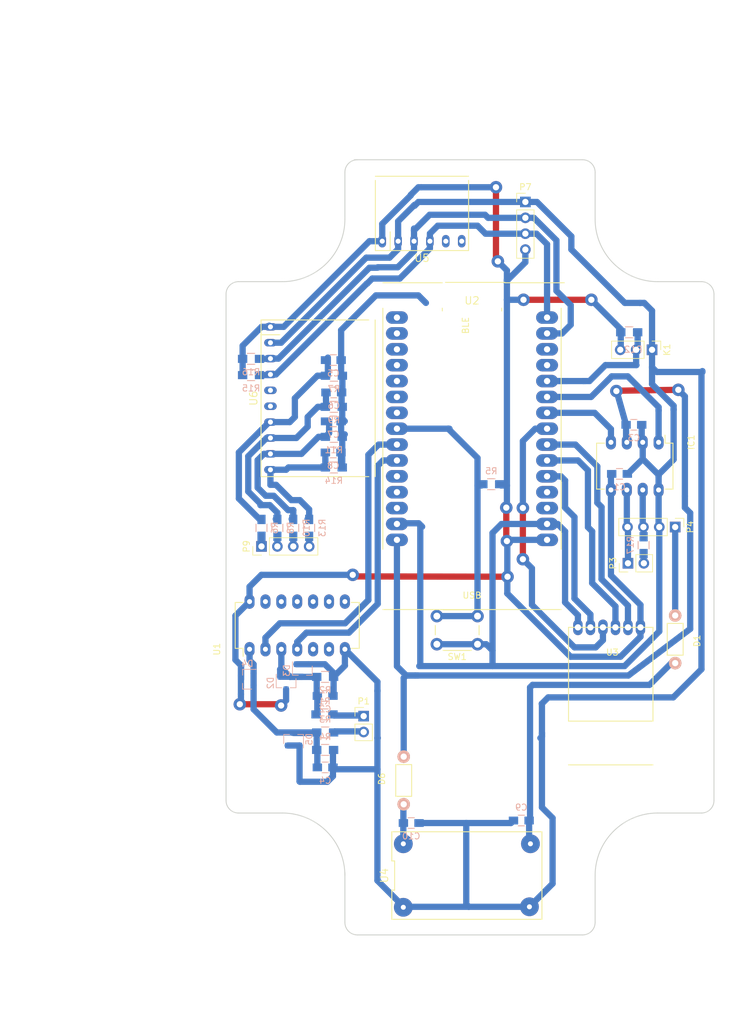
<source format=kicad_pcb>
(kicad_pcb (version 4) (host pcbnew 4.0.6)

  (general
    (links 112)
    (no_connects 1)
    (area 98.424999 55.424999 176.575001 179.575001)
    (thickness 1.6)
    (drawings 54)
    (tracks 477)
    (zones 0)
    (modules 47)
    (nets 34)
  )

  (page A4)
  (layers
    (0 F.Cu signal)
    (31 B.Cu signal)
    (32 B.Adhes user hide)
    (33 F.Adhes user hide)
    (34 B.Paste user hide)
    (35 F.Paste user hide)
    (36 B.SilkS user hide)
    (37 F.SilkS user hide)
    (38 B.Mask user hide)
    (39 F.Mask user hide)
    (40 Dwgs.User user)
    (41 Cmts.User user hide)
    (42 Eco1.User user hide)
    (43 Eco2.User user hide)
    (44 Edge.Cuts user)
    (45 Margin user hide)
    (46 B.CrtYd user hide)
    (47 F.CrtYd user hide)
    (48 B.Fab user hide)
    (49 F.Fab user hide)
  )

  (setup
    (last_trace_width 1)
    (trace_clearance 0.5)
    (zone_clearance 1)
    (zone_45_only yes)
    (trace_min 0.2)
    (segment_width 0.2)
    (edge_width 0.15)
    (via_size 2)
    (via_drill 1)
    (via_min_size 0.4)
    (via_min_drill 0.3)
    (uvia_size 0.3)
    (uvia_drill 0.1)
    (uvias_allowed no)
    (uvia_min_size 0.2)
    (uvia_min_drill 0.1)
    (pcb_text_width 0.3)
    (pcb_text_size 1.5 1.5)
    (mod_edge_width 0.15)
    (mod_text_size 1 1)
    (mod_text_width 0.15)
    (pad_size 0.9 0.8)
    (pad_drill 0)
    (pad_to_mask_clearance 0.2)
    (aux_axis_origin 99 178.6)
    (grid_origin 51.5 56)
    (visible_elements FFFFFF7F)
    (pcbplotparams
      (layerselection 0x01000_80000000)
      (usegerberextensions false)
      (excludeedgelayer true)
      (linewidth 0.100000)
      (plotframeref false)
      (viasonmask false)
      (mode 1)
      (useauxorigin true)
      (hpglpennumber 1)
      (hpglpenspeed 20)
      (hpglpendiameter 15)
      (hpglpenoverlay 2)
      (psnegative false)
      (psa4output false)
      (plotreference true)
      (plotvalue true)
      (plotinvisibletext false)
      (padsonsilk false)
      (subtractmaskfromsilk false)
      (outputformat 1)
      (mirror false)
      (drillshape 0)
      (scaleselection 1)
      (outputdirectory ""))
  )

  (net 0 "")
  (net 1 "Net-(C2-Pad1)")
  (net 2 "Net-(C4-Pad1)")
  (net 3 GND)
  (net 4 1Wire)
  (net 5 "Net-(P1-Pad1)")
  (net 6 "Net-(P1-Pad2)")
  (net 7 5v)
  (net 8 SCL)
  (net 9 SDA)
  (net 10 DIN1)
  (net 11 DIN2)
  (net 12 CAN-TX)
  (net 13 CAN-RX)
  (net 14 "Net-(P9-Pad1)")
  (net 15 "Net-(P9-Pad2)")
  (net 16 "Net-(P9-Pad3)")
  (net 17 "Net-(P9-Pad4)")
  (net 18 3v3)
  (net 19 "Net-(C5-Pad1)")
  (net 20 "Net-(C6-Pad1)")
  (net 21 "Net-(C7-Pad1)")
  (net 22 "Net-(C8-Pad1)")
  (net 23 SERIALTX)
  (net 24 SERIALEN)
  (net 25 SERIALRX)
  (net 26 RFEN)
  (net 27 12v)
  (net 28 CANL)
  (net 29 CANH)
  (net 30 "Net-(P3-Pad2)")
  (net 31 BTENABLE)
  (net 32 "Net-(C9-Pad1)")
  (net 33 "Net-(C10-Pad1)")

  (net_class Default "This is the default net class."
    (clearance 0.5)
    (trace_width 1)
    (via_dia 2)
    (via_drill 1)
    (uvia_dia 0.3)
    (uvia_drill 0.1)
    (add_net 12v)
    (add_net 1Wire)
    (add_net 3v3)
    (add_net 5v)
    (add_net BTENABLE)
    (add_net CAN-RX)
    (add_net CAN-TX)
    (add_net CANH)
    (add_net CANL)
    (add_net DIN1)
    (add_net DIN2)
    (add_net GND)
    (add_net "Net-(C10-Pad1)")
    (add_net "Net-(C2-Pad1)")
    (add_net "Net-(C4-Pad1)")
    (add_net "Net-(C5-Pad1)")
    (add_net "Net-(C6-Pad1)")
    (add_net "Net-(C7-Pad1)")
    (add_net "Net-(C8-Pad1)")
    (add_net "Net-(C9-Pad1)")
    (add_net "Net-(P1-Pad1)")
    (add_net "Net-(P1-Pad2)")
    (add_net "Net-(P3-Pad2)")
    (add_net "Net-(P9-Pad1)")
    (add_net "Net-(P9-Pad2)")
    (add_net "Net-(P9-Pad3)")
    (add_net "Net-(P9-Pad4)")
    (add_net RFEN)
    (add_net SCL)
    (add_net SDA)
    (add_net SERIALEN)
    (add_net SERIALRX)
    (add_net SERIALTX)
  )

  (module TO_SOT_Packages_SMD:SOT-23 (layer B.Cu) (tedit 6049C71F) (tstamp 604B182B)
    (at 109.3 148.2 90)
    (descr "SOT-23, Standard")
    (tags SOT-23)
    (path /60376347)
    (attr smd)
    (fp_text reference D5 (at 0 2.5 90) (layer B.SilkS)
      (effects (font (size 1 1) (thickness 0.15)) (justify mirror))
    )
    (fp_text value DIODE (at 0 -2.5 90) (layer B.Fab)
      (effects (font (size 1 1) (thickness 0.15)) (justify mirror))
    )
    (fp_line (start 0.76 -1.58) (end 0.76 -0.65) (layer B.SilkS) (width 0.12))
    (fp_line (start 0.76 1.58) (end 0.76 0.65) (layer B.SilkS) (width 0.12))
    (fp_line (start 0.7 1.52) (end 0.7 -1.52) (layer B.Fab) (width 0.15))
    (fp_line (start -0.7 -1.52) (end 0.7 -1.52) (layer B.Fab) (width 0.15))
    (fp_line (start -1.7 1.75) (end 1.7 1.75) (layer B.CrtYd) (width 0.05))
    (fp_line (start 1.7 1.75) (end 1.7 -1.75) (layer B.CrtYd) (width 0.05))
    (fp_line (start 1.7 -1.75) (end -1.7 -1.75) (layer B.CrtYd) (width 0.05))
    (fp_line (start -1.7 -1.75) (end -1.7 1.75) (layer B.CrtYd) (width 0.05))
    (fp_line (start 0.76 1.58) (end -1.4 1.58) (layer B.SilkS) (width 0.12))
    (fp_line (start -0.7 1.52) (end 0.7 1.52) (layer B.Fab) (width 0.15))
    (fp_line (start -0.7 1.52) (end -0.7 -1.52) (layer B.Fab) (width 0.15))
    (fp_line (start 0.76 -1.58) (end -0.7 -1.58) (layer B.SilkS) (width 0.12))
    (pad 1 smd rect (at -1 0.95 90) (size 0.9 0.8) (layers B.Cu B.Paste B.Mask)
      (net 3 GND))
    (pad 1 smd rect (at -1 -0.95 90) (size 0.9 0.8) (layers B.Cu B.Paste B.Mask)
      (net 3 GND))
    (pad 2 smd rect (at 1 0 90) (size 0.9 0.8) (layers B.Cu B.Paste B.Mask)
      (net 2 "Net-(C4-Pad1)"))
    (model TO_SOT_Packages_SMD.3dshapes/SOT-23.wrl
      (at (xyz 0 0 0))
      (scale (xyz 1 1 1))
      (rotate (xyz 0 0 90))
    )
  )

  (module TO_SOT_Packages_SMD:SOT-23 (layer B.Cu) (tedit 6049C713) (tstamp 604B1807)
    (at 110.7 137.2 270)
    (descr "SOT-23, Standard")
    (tags SOT-23)
    (path /6037572F)
    (attr smd)
    (fp_text reference D3 (at 0 2.5 270) (layer B.SilkS)
      (effects (font (size 1 1) (thickness 0.15)) (justify mirror))
    )
    (fp_text value DIODE (at 0 -2.5 270) (layer B.Fab)
      (effects (font (size 1 1) (thickness 0.15)) (justify mirror))
    )
    (fp_line (start 0.76 -1.58) (end 0.76 -0.65) (layer B.SilkS) (width 0.12))
    (fp_line (start 0.76 1.58) (end 0.76 0.65) (layer B.SilkS) (width 0.12))
    (fp_line (start 0.7 1.52) (end 0.7 -1.52) (layer B.Fab) (width 0.15))
    (fp_line (start -0.7 -1.52) (end 0.7 -1.52) (layer B.Fab) (width 0.15))
    (fp_line (start -1.7 1.75) (end 1.7 1.75) (layer B.CrtYd) (width 0.05))
    (fp_line (start 1.7 1.75) (end 1.7 -1.75) (layer B.CrtYd) (width 0.05))
    (fp_line (start 1.7 -1.75) (end -1.7 -1.75) (layer B.CrtYd) (width 0.05))
    (fp_line (start -1.7 -1.75) (end -1.7 1.75) (layer B.CrtYd) (width 0.05))
    (fp_line (start 0.76 1.58) (end -1.4 1.58) (layer B.SilkS) (width 0.12))
    (fp_line (start -0.7 1.52) (end 0.7 1.52) (layer B.Fab) (width 0.15))
    (fp_line (start -0.7 1.52) (end -0.7 -1.52) (layer B.Fab) (width 0.15))
    (fp_line (start 0.76 -1.58) (end -0.7 -1.58) (layer B.SilkS) (width 0.12))
    (pad 1 smd rect (at -1 0.95 270) (size 0.9 0.8) (layers B.Cu B.Paste B.Mask)
      (net 3 GND))
    (pad 1 smd rect (at -1 -0.95 270) (size 0.9 0.8) (layers B.Cu B.Paste B.Mask)
      (net 3 GND))
    (pad 2 smd rect (at 1 0 270) (size 0.9 0.8) (layers B.Cu B.Paste B.Mask)
      (net 1 "Net-(C2-Pad1)"))
    (model TO_SOT_Packages_SMD.3dshapes/SOT-23.wrl
      (at (xyz 0 0 0))
      (scale (xyz 1 1 1))
      (rotate (xyz 0 0 90))
    )
  )

  (module TO_SOT_Packages_SMD:SOT-23 (layer B.Cu) (tedit 6049C6EB) (tstamp 604B1819)
    (at 101.9 138.6 180)
    (descr "SOT-23, Standard")
    (tags SOT-23)
    (path /60376665)
    (attr smd)
    (fp_text reference D4 (at 0 2.5 180) (layer B.SilkS)
      (effects (font (size 1 1) (thickness 0.15)) (justify mirror))
    )
    (fp_text value DIODE (at 0 -2.5 180) (layer B.Fab)
      (effects (font (size 1 1) (thickness 0.15)) (justify mirror))
    )
    (fp_line (start 0.76 -1.58) (end 0.76 -0.65) (layer B.SilkS) (width 0.12))
    (fp_line (start 0.76 1.58) (end 0.76 0.65) (layer B.SilkS) (width 0.12))
    (fp_line (start 0.7 1.52) (end 0.7 -1.52) (layer B.Fab) (width 0.15))
    (fp_line (start -0.7 -1.52) (end 0.7 -1.52) (layer B.Fab) (width 0.15))
    (fp_line (start -1.7 1.75) (end 1.7 1.75) (layer B.CrtYd) (width 0.05))
    (fp_line (start 1.7 1.75) (end 1.7 -1.75) (layer B.CrtYd) (width 0.05))
    (fp_line (start 1.7 -1.75) (end -1.7 -1.75) (layer B.CrtYd) (width 0.05))
    (fp_line (start -1.7 -1.75) (end -1.7 1.75) (layer B.CrtYd) (width 0.05))
    (fp_line (start 0.76 1.58) (end -1.4 1.58) (layer B.SilkS) (width 0.12))
    (fp_line (start -0.7 1.52) (end 0.7 1.52) (layer B.Fab) (width 0.15))
    (fp_line (start -0.7 1.52) (end -0.7 -1.52) (layer B.Fab) (width 0.15))
    (fp_line (start 0.76 -1.58) (end -0.7 -1.58) (layer B.SilkS) (width 0.12))
    (pad 1 smd rect (at -1 0.95 180) (size 0.9 0.8) (layers B.Cu B.Paste B.Mask)
      (net 2 "Net-(C4-Pad1)"))
    (pad 1 smd rect (at -1 -0.95 180) (size 0.9 0.8) (layers B.Cu B.Paste B.Mask)
      (net 2 "Net-(C4-Pad1)"))
    (pad 2 smd rect (at 1 0 180) (size 0.9 0.8) (layers B.Cu B.Paste B.Mask)
      (net 18 3v3))
    (model TO_SOT_Packages_SMD.3dshapes/SOT-23.wrl
      (at (xyz 0 0 0))
      (scale (xyz 1 1 1))
      (rotate (xyz 0 0 90))
    )
  )

  (module TO_SOT_Packages_SMD:SOT-23 (layer B.Cu) (tedit 6049C6B8) (tstamp 604B17F5)
    (at 108.1 139.2 270)
    (descr "SOT-23, Standard")
    (tags SOT-23)
    (path /6037621C)
    (attr smd)
    (fp_text reference D2 (at 0 2.5 270) (layer B.SilkS)
      (effects (font (size 1 1) (thickness 0.15)) (justify mirror))
    )
    (fp_text value DIODE (at 0 -2.5 270) (layer B.Fab)
      (effects (font (size 1 1) (thickness 0.15)) (justify mirror))
    )
    (fp_line (start 0.76 -1.58) (end 0.76 -0.65) (layer B.SilkS) (width 0.12))
    (fp_line (start 0.76 1.58) (end 0.76 0.65) (layer B.SilkS) (width 0.12))
    (fp_line (start 0.7 1.52) (end 0.7 -1.52) (layer B.Fab) (width 0.15))
    (fp_line (start -0.7 -1.52) (end 0.7 -1.52) (layer B.Fab) (width 0.15))
    (fp_line (start -1.7 1.75) (end 1.7 1.75) (layer B.CrtYd) (width 0.05))
    (fp_line (start 1.7 1.75) (end 1.7 -1.75) (layer B.CrtYd) (width 0.05))
    (fp_line (start 1.7 -1.75) (end -1.7 -1.75) (layer B.CrtYd) (width 0.05))
    (fp_line (start -1.7 -1.75) (end -1.7 1.75) (layer B.CrtYd) (width 0.05))
    (fp_line (start 0.76 1.58) (end -1.4 1.58) (layer B.SilkS) (width 0.12))
    (fp_line (start -0.7 1.52) (end 0.7 1.52) (layer B.Fab) (width 0.15))
    (fp_line (start -0.7 1.52) (end -0.7 -1.52) (layer B.Fab) (width 0.15))
    (fp_line (start 0.76 -1.58) (end -0.7 -1.58) (layer B.SilkS) (width 0.12))
    (pad 1 smd rect (at -1 0.95 270) (size 0.9 0.8) (layers B.Cu B.Paste B.Mask)
      (net 1 "Net-(C2-Pad1)"))
    (pad 1 smd rect (at -1 -0.95 270) (size 0.9 0.8) (layers B.Cu B.Paste B.Mask)
      (net 1 "Net-(C2-Pad1)"))
    (pad 2 smd rect (at 1 0 270) (size 0.9 0.8) (layers B.Cu B.Paste B.Mask)
      (net 18 3v3))
    (model TO_SOT_Packages_SMD.3dshapes/SOT-23.wrl
      (at (xyz 0 0 0))
      (scale (xyz 1 1 1))
      (rotate (xyz 0 0 90))
    )
  )

  (module Housings_DIP:DIP-30_1_ELL (layer F.Cu) (tedit 601B9C9A) (tstamp 6017E3CD)
    (at 152.55 74.9 270)
    (path /5EFF735F)
    (fp_text reference U2 (at 3.142 14.732 360) (layer F.SilkS)
      (effects (font (size 1.2 1.2) (thickness 0.15)))
    )
    (fp_text value ESP32Dev (at 23.622 14.732 270) (layer F.Fab)
      (effects (font (size 1.2 1.2) (thickness 0.15)))
    )
    (fp_text user BLE (at 7.112 15.748 270) (layer F.SilkS)
      (effects (font (size 1 1) (thickness 0.15)))
    )
    (fp_text user USB (at 50.292 14.732 360) (layer F.SilkS)
      (effects (font (size 1 1) (thickness 0.15)))
    )
    (fp_line (start 4.342 28.981999) (end 42.902 28.982) (layer F.SilkS) (width 0.15))
    (fp_line (start 52.554 28.982) (end 52.554 0.482001) (layer F.SilkS) (width 0.15))
    (fp_line (start 42.902 0.482001) (end 4.342 0.482) (layer F.SilkS) (width 0.15))
    (fp_line (start 0.278 -0.026) (end 0.278 9.474) (layer F.SilkS) (width 0.15))
    (fp_line (start 4.342 9.982) (end 4.792 9.982) (layer F.SilkS) (width 0.15))
    (fp_line (start 0.22 9.474) (end 0.22 18.973999) (layer F.SilkS) (width 0.15))
    (fp_line (start 4.792 19.481999) (end 4.342 19.481999) (layer F.SilkS) (width 0.15))
    (fp_line (start 0.278 19.481999) (end 0.278 28.981999) (layer F.SilkS) (width 0.15))
    (pad 30 thru_hole oval (at 5.842 2.732 270) (size 2 3.5) (drill 1) (layers *.Cu *.Mask)
      (net 9 SDA))
    (pad 1 thru_hole oval (at 5.842 26.732 270) (size 2 3.5) (drill 1) (layers *.Cu *.Mask))
    (pad 29 thru_hole oval (at 8.382 2.732 270) (size 2 3.5) (drill 1) (layers *.Cu *.Mask)
      (net 8 SCL))
    (pad 2 thru_hole oval (at 8.382 26.732 270) (size 2 3.5) (drill 1) (layers *.Cu *.Mask))
    (pad 28 thru_hole oval (at 10.922 2.732 270) (size 2 3.5) (drill 1) (layers *.Cu *.Mask))
    (pad 3 thru_hole oval (at 10.922 26.732 270) (size 2 3.5) (drill 1) (layers *.Cu *.Mask))
    (pad 27 thru_hole oval (at 13.462 2.732 270) (size 2 3.5) (drill 1) (layers *.Cu *.Mask))
    (pad 4 thru_hole oval (at 13.462 26.732 270) (size 2 3.5) (drill 1) (layers *.Cu *.Mask))
    (pad 26 thru_hole oval (at 16.002 2.732 270) (size 2 3.5) (drill 1) (layers *.Cu *.Mask)
      (net 4 1Wire))
    (pad 5 thru_hole oval (at 16.002 26.732 270) (size 2 3.5) (drill 1) (layers *.Cu *.Mask))
    (pad 25 thru_hole oval (at 18.542 2.732 270) (size 2 3.5) (drill 1) (layers *.Cu *.Mask)
      (net 12 CAN-TX))
    (pad 6 thru_hole oval (at 18.542 26.732 270) (size 2 3.5) (drill 1) (layers *.Cu *.Mask))
    (pad 24 thru_hole oval (at 21.082 2.732 270) (size 2 3.5) (drill 1) (layers *.Cu *.Mask)
      (net 13 CAN-RX))
    (pad 7 thru_hole oval (at 21.082 26.732 270) (size 2 3.5) (drill 1) (layers *.Cu *.Mask))
    (pad 23 thru_hole oval (at 23.622 2.732 270) (size 2 3.5) (drill 1) (layers *.Cu *.Mask)
      (net 24 SERIALEN))
    (pad 8 thru_hole oval (at 23.622 26.732 270) (size 2 3.5) (drill 1) (layers *.Cu *.Mask)
      (net 31 BTENABLE))
    (pad 22 thru_hole oval (at 26.162 2.732 270) (size 2 3.5) (drill 1) (layers *.Cu *.Mask)
      (net 23 SERIALTX))
    (pad 9 thru_hole oval (at 26.162 26.732 270) (size 2 3.5) (drill 1) (layers *.Cu *.Mask)
      (net 11 DIN2))
    (pad 21 thru_hole oval (at 28.702 2.732 270) (size 2 3.5) (drill 1) (layers *.Cu *.Mask)
      (net 25 SERIALRX))
    (pad 10 thru_hole oval (at 28.702 26.732 270) (size 2 3.5) (drill 1) (layers *.Cu *.Mask)
      (net 10 DIN1))
    (pad 20 thru_hole oval (at 31.242 2.732 270) (size 2 3.5) (drill 1) (layers *.Cu *.Mask)
      (net 26 RFEN))
    (pad 11 thru_hole oval (at 31.242 26.732 270) (size 2 3.5) (drill 1) (layers *.Cu *.Mask))
    (pad 19 thru_hole oval (at 33.782 2.732 270) (size 2 3.5) (drill 1) (layers *.Cu *.Mask))
    (pad 12 thru_hole oval (at 33.782 26.732 270) (size 2 3.5) (drill 1) (layers *.Cu *.Mask))
    (pad 18 thru_hole oval (at 36.322 2.732 270) (size 2 3.5) (drill 1) (layers *.Cu *.Mask))
    (pad 13 thru_hole oval (at 36.322 26.732 270) (size 2 3.5) (drill 1) (layers *.Cu *.Mask))
    (pad 17 thru_hole oval (at 38.862 2.732 270) (size 2 3.5) (drill 1) (layers *.Cu *.Mask)
      (net 3 GND))
    (pad 14 thru_hole oval (at 38.862 26.732 270) (size 2 3.5) (drill 1) (layers *.Cu *.Mask)
      (net 3 GND))
    (pad 16 thru_hole oval (at 41.402 2.732 270) (size 2 3.5) (drill 1) (layers *.Cu *.Mask)
      (net 18 3v3))
    (pad 15 thru_hole oval (at 41.402 26.732 270) (size 2 3.5) (drill 1) (layers *.Cu *.Mask)
      (net 7 5v))
  )

  (module Capacitors_SMD:C_0805_HandSoldering (layer B.Cu) (tedit 541A9B8D) (tstamp 6017E0D2)
    (at 161.4 105.75)
    (descr "Capacitor SMD 0805, hand soldering")
    (tags "capacitor 0805")
    (path /5F3FA79D)
    (attr smd)
    (fp_text reference C1 (at 0 2.1) (layer B.SilkS)
      (effects (font (size 1 1) (thickness 0.15)) (justify mirror))
    )
    (fp_text value 100nF (at 0 -2.1) (layer B.Fab)
      (effects (font (size 1 1) (thickness 0.15)) (justify mirror))
    )
    (fp_line (start -1 -0.625) (end -1 0.625) (layer B.Fab) (width 0.15))
    (fp_line (start 1 -0.625) (end -1 -0.625) (layer B.Fab) (width 0.15))
    (fp_line (start 1 0.625) (end 1 -0.625) (layer B.Fab) (width 0.15))
    (fp_line (start -1 0.625) (end 1 0.625) (layer B.Fab) (width 0.15))
    (fp_line (start -2.3 1) (end 2.3 1) (layer B.CrtYd) (width 0.05))
    (fp_line (start -2.3 -1) (end 2.3 -1) (layer B.CrtYd) (width 0.05))
    (fp_line (start -2.3 1) (end -2.3 -1) (layer B.CrtYd) (width 0.05))
    (fp_line (start 2.3 1) (end 2.3 -1) (layer B.CrtYd) (width 0.05))
    (fp_line (start 0.5 0.85) (end -0.5 0.85) (layer B.SilkS) (width 0.15))
    (fp_line (start -0.5 -0.85) (end 0.5 -0.85) (layer B.SilkS) (width 0.15))
    (pad 1 smd rect (at -1.25 0) (size 1.5 1.25) (layers B.Cu B.Paste B.Mask)
      (net 18 3v3))
    (pad 2 smd rect (at 1.25 0) (size 1.5 1.25) (layers B.Cu B.Paste B.Mask)
      (net 3 GND))
    (model Capacitors_SMD.3dshapes/C_0805_HandSoldering.wrl
      (at (xyz 0 0 0))
      (scale (xyz 1 1 1))
      (rotate (xyz 0 0 0))
    )
  )

  (module Capacitors_SMD:C_0805_HandSoldering (layer B.Cu) (tedit 541A9B8D) (tstamp 6017E0E2)
    (at 114.344 141.272)
    (descr "Capacitor SMD 0805, hand soldering")
    (tags "capacitor 0805")
    (path /5F00784A)
    (attr smd)
    (fp_text reference C2 (at 0 2.1) (layer B.SilkS)
      (effects (font (size 1 1) (thickness 0.15)) (justify mirror))
    )
    (fp_text value 50nF (at 0 -2.1) (layer B.Fab)
      (effects (font (size 1 1) (thickness 0.15)) (justify mirror))
    )
    (fp_line (start -1 -0.625) (end -1 0.625) (layer B.Fab) (width 0.15))
    (fp_line (start 1 -0.625) (end -1 -0.625) (layer B.Fab) (width 0.15))
    (fp_line (start 1 0.625) (end 1 -0.625) (layer B.Fab) (width 0.15))
    (fp_line (start -1 0.625) (end 1 0.625) (layer B.Fab) (width 0.15))
    (fp_line (start -2.3 1) (end 2.3 1) (layer B.CrtYd) (width 0.05))
    (fp_line (start -2.3 -1) (end 2.3 -1) (layer B.CrtYd) (width 0.05))
    (fp_line (start -2.3 1) (end -2.3 -1) (layer B.CrtYd) (width 0.05))
    (fp_line (start 2.3 1) (end 2.3 -1) (layer B.CrtYd) (width 0.05))
    (fp_line (start 0.5 0.85) (end -0.5 0.85) (layer B.SilkS) (width 0.15))
    (fp_line (start -0.5 -0.85) (end 0.5 -0.85) (layer B.SilkS) (width 0.15))
    (pad 1 smd rect (at -1.25 0) (size 1.5 1.25) (layers B.Cu B.Paste B.Mask)
      (net 1 "Net-(C2-Pad1)"))
    (pad 2 smd rect (at 1.25 0) (size 1.5 1.25) (layers B.Cu B.Paste B.Mask)
      (net 3 GND))
    (model Capacitors_SMD.3dshapes/C_0805_HandSoldering.wrl
      (at (xyz 0 0 0))
      (scale (xyz 1 1 1))
      (rotate (xyz 0 0 0))
    )
  )

  (module Capacitors_SMD:C_0805_HandSoldering (layer B.Cu) (tedit 541A9B8D) (tstamp 6017E0F2)
    (at 163.7 97.9)
    (descr "Capacitor SMD 0805, hand soldering")
    (tags "capacitor 0805")
    (path /5F3FA3AC)
    (attr smd)
    (fp_text reference C3 (at 0 2.1) (layer B.SilkS)
      (effects (font (size 1 1) (thickness 0.15)) (justify mirror))
    )
    (fp_text value 100nF (at 0 -2.1) (layer B.Fab)
      (effects (font (size 1 1) (thickness 0.15)) (justify mirror))
    )
    (fp_line (start -1 -0.625) (end -1 0.625) (layer B.Fab) (width 0.15))
    (fp_line (start 1 -0.625) (end -1 -0.625) (layer B.Fab) (width 0.15))
    (fp_line (start 1 0.625) (end 1 -0.625) (layer B.Fab) (width 0.15))
    (fp_line (start -1 0.625) (end 1 0.625) (layer B.Fab) (width 0.15))
    (fp_line (start -2.3 1) (end 2.3 1) (layer B.CrtYd) (width 0.05))
    (fp_line (start -2.3 -1) (end 2.3 -1) (layer B.CrtYd) (width 0.05))
    (fp_line (start -2.3 1) (end -2.3 -1) (layer B.CrtYd) (width 0.05))
    (fp_line (start 2.3 1) (end 2.3 -1) (layer B.CrtYd) (width 0.05))
    (fp_line (start 0.5 0.85) (end -0.5 0.85) (layer B.SilkS) (width 0.15))
    (fp_line (start -0.5 -0.85) (end 0.5 -0.85) (layer B.SilkS) (width 0.15))
    (pad 1 smd rect (at -1.25 0) (size 1.5 1.25) (layers B.Cu B.Paste B.Mask)
      (net 7 5v))
    (pad 2 smd rect (at 1.25 0) (size 1.5 1.25) (layers B.Cu B.Paste B.Mask)
      (net 3 GND))
    (model Capacitors_SMD.3dshapes/C_0805_HandSoldering.wrl
      (at (xyz 0 0 0))
      (scale (xyz 1 1 1))
      (rotate (xyz 0 0 0))
    )
  )

  (module Capacitors_SMD:C_0805_HandSoldering (layer B.Cu) (tedit 541A9B8D) (tstamp 6017E102)
    (at 114.344 152.702)
    (descr "Capacitor SMD 0805, hand soldering")
    (tags "capacitor 0805")
    (path /5F007B30)
    (attr smd)
    (fp_text reference C4 (at 0 2.1) (layer B.SilkS)
      (effects (font (size 1 1) (thickness 0.15)) (justify mirror))
    )
    (fp_text value 50nF (at 0 -2.1) (layer B.Fab)
      (effects (font (size 1 1) (thickness 0.15)) (justify mirror))
    )
    (fp_line (start -1 -0.625) (end -1 0.625) (layer B.Fab) (width 0.15))
    (fp_line (start 1 -0.625) (end -1 -0.625) (layer B.Fab) (width 0.15))
    (fp_line (start 1 0.625) (end 1 -0.625) (layer B.Fab) (width 0.15))
    (fp_line (start -1 0.625) (end 1 0.625) (layer B.Fab) (width 0.15))
    (fp_line (start -2.3 1) (end 2.3 1) (layer B.CrtYd) (width 0.05))
    (fp_line (start -2.3 -1) (end 2.3 -1) (layer B.CrtYd) (width 0.05))
    (fp_line (start -2.3 1) (end -2.3 -1) (layer B.CrtYd) (width 0.05))
    (fp_line (start 2.3 1) (end 2.3 -1) (layer B.CrtYd) (width 0.05))
    (fp_line (start 0.5 0.85) (end -0.5 0.85) (layer B.SilkS) (width 0.15))
    (fp_line (start -0.5 -0.85) (end 0.5 -0.85) (layer B.SilkS) (width 0.15))
    (pad 1 smd rect (at -1.25 0) (size 1.5 1.25) (layers B.Cu B.Paste B.Mask)
      (net 2 "Net-(C4-Pad1)"))
    (pad 2 smd rect (at 1.25 0) (size 1.5 1.25) (layers B.Cu B.Paste B.Mask)
      (net 3 GND))
    (model Capacitors_SMD.3dshapes/C_0805_HandSoldering.wrl
      (at (xyz 0 0 0))
      (scale (xyz 1 1 1))
      (rotate (xyz 0 0 0))
    )
  )

  (module Capacitors_SMD:C_0805_HandSoldering (layer B.Cu) (tedit 541A9B8D) (tstamp 6017E112)
    (at 115.65 87.55)
    (descr "Capacitor SMD 0805, hand soldering")
    (tags "capacitor 0805")
    (path /60180933)
    (attr smd)
    (fp_text reference C5 (at 0 2.1) (layer B.SilkS)
      (effects (font (size 1 1) (thickness 0.15)) (justify mirror))
    )
    (fp_text value 10nF (at 0 -2.1) (layer B.Fab)
      (effects (font (size 1 1) (thickness 0.15)) (justify mirror))
    )
    (fp_line (start -1 -0.625) (end -1 0.625) (layer B.Fab) (width 0.15))
    (fp_line (start 1 -0.625) (end -1 -0.625) (layer B.Fab) (width 0.15))
    (fp_line (start 1 0.625) (end 1 -0.625) (layer B.Fab) (width 0.15))
    (fp_line (start -1 0.625) (end 1 0.625) (layer B.Fab) (width 0.15))
    (fp_line (start -2.3 1) (end 2.3 1) (layer B.CrtYd) (width 0.05))
    (fp_line (start -2.3 -1) (end 2.3 -1) (layer B.CrtYd) (width 0.05))
    (fp_line (start -2.3 1) (end -2.3 -1) (layer B.CrtYd) (width 0.05))
    (fp_line (start 2.3 1) (end 2.3 -1) (layer B.CrtYd) (width 0.05))
    (fp_line (start 0.5 0.85) (end -0.5 0.85) (layer B.SilkS) (width 0.15))
    (fp_line (start -0.5 -0.85) (end 0.5 -0.85) (layer B.SilkS) (width 0.15))
    (pad 1 smd rect (at -1.25 0) (size 1.5 1.25) (layers B.Cu B.Paste B.Mask)
      (net 19 "Net-(C5-Pad1)"))
    (pad 2 smd rect (at 1.25 0) (size 1.5 1.25) (layers B.Cu B.Paste B.Mask)
      (net 3 GND))
    (model Capacitors_SMD.3dshapes/C_0805_HandSoldering.wrl
      (at (xyz 0 0 0))
      (scale (xyz 1 1 1))
      (rotate (xyz 0 0 0))
    )
  )

  (module Capacitors_SMD:C_0805_HandSoldering (layer B.Cu) (tedit 541A9B8D) (tstamp 6017E122)
    (at 115.725 92.725)
    (descr "Capacitor SMD 0805, hand soldering")
    (tags "capacitor 0805")
    (path /6018115A)
    (attr smd)
    (fp_text reference C6 (at 0 2.1) (layer B.SilkS)
      (effects (font (size 1 1) (thickness 0.15)) (justify mirror))
    )
    (fp_text value 10nF (at 0 -2.1) (layer B.Fab)
      (effects (font (size 1 1) (thickness 0.15)) (justify mirror))
    )
    (fp_line (start -1 -0.625) (end -1 0.625) (layer B.Fab) (width 0.15))
    (fp_line (start 1 -0.625) (end -1 -0.625) (layer B.Fab) (width 0.15))
    (fp_line (start 1 0.625) (end 1 -0.625) (layer B.Fab) (width 0.15))
    (fp_line (start -1 0.625) (end 1 0.625) (layer B.Fab) (width 0.15))
    (fp_line (start -2.3 1) (end 2.3 1) (layer B.CrtYd) (width 0.05))
    (fp_line (start -2.3 -1) (end 2.3 -1) (layer B.CrtYd) (width 0.05))
    (fp_line (start -2.3 1) (end -2.3 -1) (layer B.CrtYd) (width 0.05))
    (fp_line (start 2.3 1) (end 2.3 -1) (layer B.CrtYd) (width 0.05))
    (fp_line (start 0.5 0.85) (end -0.5 0.85) (layer B.SilkS) (width 0.15))
    (fp_line (start -0.5 -0.85) (end 0.5 -0.85) (layer B.SilkS) (width 0.15))
    (pad 1 smd rect (at -1.25 0) (size 1.5 1.25) (layers B.Cu B.Paste B.Mask)
      (net 20 "Net-(C6-Pad1)"))
    (pad 2 smd rect (at 1.25 0) (size 1.5 1.25) (layers B.Cu B.Paste B.Mask)
      (net 3 GND))
    (model Capacitors_SMD.3dshapes/C_0805_HandSoldering.wrl
      (at (xyz 0 0 0))
      (scale (xyz 1 1 1))
      (rotate (xyz 0 0 0))
    )
  )

  (module Capacitors_SMD:C_0805_HandSoldering (layer B.Cu) (tedit 541A9B8D) (tstamp 6017E132)
    (at 115.65 97.35)
    (descr "Capacitor SMD 0805, hand soldering")
    (tags "capacitor 0805")
    (path /60181202)
    (attr smd)
    (fp_text reference C7 (at 0 2.1) (layer B.SilkS)
      (effects (font (size 1 1) (thickness 0.15)) (justify mirror))
    )
    (fp_text value 10nF (at 0 -2.1) (layer B.Fab)
      (effects (font (size 1 1) (thickness 0.15)) (justify mirror))
    )
    (fp_line (start -1 -0.625) (end -1 0.625) (layer B.Fab) (width 0.15))
    (fp_line (start 1 -0.625) (end -1 -0.625) (layer B.Fab) (width 0.15))
    (fp_line (start 1 0.625) (end 1 -0.625) (layer B.Fab) (width 0.15))
    (fp_line (start -1 0.625) (end 1 0.625) (layer B.Fab) (width 0.15))
    (fp_line (start -2.3 1) (end 2.3 1) (layer B.CrtYd) (width 0.05))
    (fp_line (start -2.3 -1) (end 2.3 -1) (layer B.CrtYd) (width 0.05))
    (fp_line (start -2.3 1) (end -2.3 -1) (layer B.CrtYd) (width 0.05))
    (fp_line (start 2.3 1) (end 2.3 -1) (layer B.CrtYd) (width 0.05))
    (fp_line (start 0.5 0.85) (end -0.5 0.85) (layer B.SilkS) (width 0.15))
    (fp_line (start -0.5 -0.85) (end 0.5 -0.85) (layer B.SilkS) (width 0.15))
    (pad 1 smd rect (at -1.25 0) (size 1.5 1.25) (layers B.Cu B.Paste B.Mask)
      (net 21 "Net-(C7-Pad1)"))
    (pad 2 smd rect (at 1.25 0) (size 1.5 1.25) (layers B.Cu B.Paste B.Mask)
      (net 3 GND))
    (model Capacitors_SMD.3dshapes/C_0805_HandSoldering.wrl
      (at (xyz 0 0 0))
      (scale (xyz 1 1 1))
      (rotate (xyz 0 0 0))
    )
  )

  (module Capacitors_SMD:C_0805_HandSoldering (layer B.Cu) (tedit 541A9B8D) (tstamp 6017E142)
    (at 115.625 102.325)
    (descr "Capacitor SMD 0805, hand soldering")
    (tags "capacitor 0805")
    (path /601812A1)
    (attr smd)
    (fp_text reference C8 (at 0 2.1) (layer B.SilkS)
      (effects (font (size 1 1) (thickness 0.15)) (justify mirror))
    )
    (fp_text value 10nF (at 0 -2.1) (layer B.Fab)
      (effects (font (size 1 1) (thickness 0.15)) (justify mirror))
    )
    (fp_line (start -1 -0.625) (end -1 0.625) (layer B.Fab) (width 0.15))
    (fp_line (start 1 -0.625) (end -1 -0.625) (layer B.Fab) (width 0.15))
    (fp_line (start 1 0.625) (end 1 -0.625) (layer B.Fab) (width 0.15))
    (fp_line (start -1 0.625) (end 1 0.625) (layer B.Fab) (width 0.15))
    (fp_line (start -2.3 1) (end 2.3 1) (layer B.CrtYd) (width 0.05))
    (fp_line (start -2.3 -1) (end 2.3 -1) (layer B.CrtYd) (width 0.05))
    (fp_line (start -2.3 1) (end -2.3 -1) (layer B.CrtYd) (width 0.05))
    (fp_line (start 2.3 1) (end 2.3 -1) (layer B.CrtYd) (width 0.05))
    (fp_line (start 0.5 0.85) (end -0.5 0.85) (layer B.SilkS) (width 0.15))
    (fp_line (start -0.5 -0.85) (end 0.5 -0.85) (layer B.SilkS) (width 0.15))
    (pad 1 smd rect (at -1.25 0) (size 1.5 1.25) (layers B.Cu B.Paste B.Mask)
      (net 22 "Net-(C8-Pad1)"))
    (pad 2 smd rect (at 1.25 0) (size 1.5 1.25) (layers B.Cu B.Paste B.Mask)
      (net 3 GND))
    (model Capacitors_SMD.3dshapes/C_0805_HandSoldering.wrl
      (at (xyz 0 0 0))
      (scale (xyz 1 1 1))
      (rotate (xyz 0 0 0))
    )
  )

  (module Housings_DIP:DIP-8_W7.62mm_LongPads (layer F.Cu) (tedit 54130A77) (tstamp 6017E167)
    (at 167.65 100.7 270)
    (descr "8-lead dip package, row spacing 7.62 mm (300 mils), longer pads")
    (tags "dil dip 2.54 300")
    (path /5F3F8B62)
    (fp_text reference IC1 (at 0 -5.22 270) (layer F.SilkS)
      (effects (font (size 1 1) (thickness 0.15)))
    )
    (fp_text value MCP2562FD (at 0 -3.72 270) (layer F.Fab)
      (effects (font (size 1 1) (thickness 0.15)))
    )
    (fp_line (start -1.4 -2.45) (end -1.4 10.1) (layer F.CrtYd) (width 0.05))
    (fp_line (start 9 -2.45) (end 9 10.1) (layer F.CrtYd) (width 0.05))
    (fp_line (start -1.4 -2.45) (end 9 -2.45) (layer F.CrtYd) (width 0.05))
    (fp_line (start -1.4 10.1) (end 9 10.1) (layer F.CrtYd) (width 0.05))
    (fp_line (start 0.135 -2.295) (end 0.135 -1.025) (layer F.SilkS) (width 0.15))
    (fp_line (start 7.485 -2.295) (end 7.485 -1.025) (layer F.SilkS) (width 0.15))
    (fp_line (start 7.485 9.915) (end 7.485 8.645) (layer F.SilkS) (width 0.15))
    (fp_line (start 0.135 9.915) (end 0.135 8.645) (layer F.SilkS) (width 0.15))
    (fp_line (start 0.135 -2.295) (end 7.485 -2.295) (layer F.SilkS) (width 0.15))
    (fp_line (start 0.135 9.915) (end 7.485 9.915) (layer F.SilkS) (width 0.15))
    (fp_line (start 0.135 -1.025) (end -1.15 -1.025) (layer F.SilkS) (width 0.15))
    (pad 1 thru_hole oval (at 0 0 270) (size 2.3 1.6) (drill 0.8) (layers *.Cu *.Mask)
      (net 12 CAN-TX))
    (pad 2 thru_hole oval (at 0 2.54 270) (size 2.3 1.6) (drill 0.8) (layers *.Cu *.Mask)
      (net 3 GND))
    (pad 3 thru_hole oval (at 0 5.08 270) (size 2.3 1.6) (drill 0.8) (layers *.Cu *.Mask)
      (net 7 5v))
    (pad 4 thru_hole oval (at 0 7.62 270) (size 2.3 1.6) (drill 0.8) (layers *.Cu *.Mask)
      (net 13 CAN-RX))
    (pad 5 thru_hole oval (at 7.62 7.62 270) (size 2.3 1.6) (drill 0.8) (layers *.Cu *.Mask)
      (net 18 3v3))
    (pad 6 thru_hole oval (at 7.62 5.08 270) (size 2.3 1.6) (drill 0.8) (layers *.Cu *.Mask)
      (net 28 CANL))
    (pad 7 thru_hole oval (at 7.62 2.54 270) (size 2.3 1.6) (drill 0.8) (layers *.Cu *.Mask)
      (net 29 CANH))
    (pad 8 thru_hole oval (at 7.62 0 270) (size 2.3 1.6) (drill 0.8) (layers *.Cu *.Mask)
      (net 3 GND))
    (model Housings_DIP.3dshapes/DIP-8_W7.62mm_LongPads.wrl
      (at (xyz 0 0 0))
      (scale (xyz 1 1 1))
      (rotate (xyz 0 0 0))
    )
  )

  (module Pin_Headers:Pin_Header_Straight_1x02_Pitch2.54mm (layer F.Cu) (tedit 5862ED52) (tstamp 6017E20E)
    (at 162.75 120.05 90)
    (descr "Through hole straight pin header, 1x02, 2.54mm pitch, single row")
    (tags "Through hole pin header THT 1x02 2.54mm single row")
    (path /60192BFD)
    (fp_text reference P3 (at 0 -2.39 90) (layer F.SilkS)
      (effects (font (size 1 1) (thickness 0.15)))
    )
    (fp_text value TERM_R (at 0 4.93 90) (layer F.Fab)
      (effects (font (size 1 1) (thickness 0.15)))
    )
    (fp_line (start -1.27 -1.27) (end -1.27 3.81) (layer F.Fab) (width 0.1))
    (fp_line (start -1.27 3.81) (end 1.27 3.81) (layer F.Fab) (width 0.1))
    (fp_line (start 1.27 3.81) (end 1.27 -1.27) (layer F.Fab) (width 0.1))
    (fp_line (start 1.27 -1.27) (end -1.27 -1.27) (layer F.Fab) (width 0.1))
    (fp_line (start -1.39 1.27) (end -1.39 3.93) (layer F.SilkS) (width 0.12))
    (fp_line (start -1.39 3.93) (end 1.39 3.93) (layer F.SilkS) (width 0.12))
    (fp_line (start 1.39 3.93) (end 1.39 1.27) (layer F.SilkS) (width 0.12))
    (fp_line (start 1.39 1.27) (end -1.39 1.27) (layer F.SilkS) (width 0.12))
    (fp_line (start -1.39 0) (end -1.39 -1.39) (layer F.SilkS) (width 0.12))
    (fp_line (start -1.39 -1.39) (end 0 -1.39) (layer F.SilkS) (width 0.12))
    (fp_line (start -1.6 -1.6) (end -1.6 4.1) (layer F.CrtYd) (width 0.05))
    (fp_line (start -1.6 4.1) (end 1.6 4.1) (layer F.CrtYd) (width 0.05))
    (fp_line (start 1.6 4.1) (end 1.6 -1.6) (layer F.CrtYd) (width 0.05))
    (fp_line (start 1.6 -1.6) (end -1.6 -1.6) (layer F.CrtYd) (width 0.05))
    (pad 1 thru_hole rect (at 0 0 90) (size 1.7 1.7) (drill 1) (layers *.Cu *.Mask)
      (net 28 CANL))
    (pad 2 thru_hole oval (at 0 2.54 90) (size 1.7 1.7) (drill 1) (layers *.Cu *.Mask)
      (net 30 "Net-(P3-Pad2)"))
    (model Pin_Headers.3dshapes/Pin_Header_Straight_1x02_Pitch2.54mm.wrl
      (at (xyz 0 -0.05 0))
      (scale (xyz 1 1 1))
      (rotate (xyz 0 0 90))
    )
  )

  (module Resistors_SMD:R_0805_HandSoldering (layer B.Cu) (tedit 58307B90) (tstamp 6017E2B8)
    (at 114.238 144.222 180)
    (descr "Resistor SMD 0805, hand soldering")
    (tags "resistor 0805")
    (path /5F00711F)
    (attr smd)
    (fp_text reference R1 (at 0 2.1 180) (layer B.SilkS)
      (effects (font (size 1 1) (thickness 0.15)) (justify mirror))
    )
    (fp_text value 10K (at 0 -2.1 180) (layer B.Fab)
      (effects (font (size 1 1) (thickness 0.15)) (justify mirror))
    )
    (fp_line (start -1 -0.625) (end -1 0.625) (layer B.Fab) (width 0.1))
    (fp_line (start 1 -0.625) (end -1 -0.625) (layer B.Fab) (width 0.1))
    (fp_line (start 1 0.625) (end 1 -0.625) (layer B.Fab) (width 0.1))
    (fp_line (start -1 0.625) (end 1 0.625) (layer B.Fab) (width 0.1))
    (fp_line (start -2.4 1) (end 2.4 1) (layer B.CrtYd) (width 0.05))
    (fp_line (start -2.4 -1) (end 2.4 -1) (layer B.CrtYd) (width 0.05))
    (fp_line (start -2.4 1) (end -2.4 -1) (layer B.CrtYd) (width 0.05))
    (fp_line (start 2.4 1) (end 2.4 -1) (layer B.CrtYd) (width 0.05))
    (fp_line (start 0.6 -0.875) (end -0.6 -0.875) (layer B.SilkS) (width 0.15))
    (fp_line (start -0.6 0.875) (end 0.6 0.875) (layer B.SilkS) (width 0.15))
    (pad 1 smd rect (at -1.35 0 180) (size 1.5 1.3) (layers B.Cu B.Paste B.Mask)
      (net 5 "Net-(P1-Pad1)"))
    (pad 2 smd rect (at 1.35 0 180) (size 1.5 1.3) (layers B.Cu B.Paste B.Mask)
      (net 1 "Net-(C2-Pad1)"))
    (model Resistors_SMD.3dshapes/R_0805_HandSoldering.wrl
      (at (xyz 0 0 0))
      (scale (xyz 1 1 1))
      (rotate (xyz 0 0 0))
    )
  )

  (module Resistors_SMD:R_0805_HandSoldering (layer B.Cu) (tedit 58307B90) (tstamp 6017E2C8)
    (at 114.344 138.224)
    (descr "Resistor SMD 0805, hand soldering")
    (tags "resistor 0805")
    (path /5F0071A0)
    (attr smd)
    (fp_text reference R2 (at 0 2.1) (layer B.SilkS)
      (effects (font (size 1 1) (thickness 0.15)) (justify mirror))
    )
    (fp_text value 3K3 (at 0 -2.1) (layer B.Fab)
      (effects (font (size 1 1) (thickness 0.15)) (justify mirror))
    )
    (fp_line (start -1 -0.625) (end -1 0.625) (layer B.Fab) (width 0.1))
    (fp_line (start 1 -0.625) (end -1 -0.625) (layer B.Fab) (width 0.1))
    (fp_line (start 1 0.625) (end 1 -0.625) (layer B.Fab) (width 0.1))
    (fp_line (start -1 0.625) (end 1 0.625) (layer B.Fab) (width 0.1))
    (fp_line (start -2.4 1) (end 2.4 1) (layer B.CrtYd) (width 0.05))
    (fp_line (start -2.4 -1) (end 2.4 -1) (layer B.CrtYd) (width 0.05))
    (fp_line (start -2.4 1) (end -2.4 -1) (layer B.CrtYd) (width 0.05))
    (fp_line (start 2.4 1) (end 2.4 -1) (layer B.CrtYd) (width 0.05))
    (fp_line (start 0.6 -0.875) (end -0.6 -0.875) (layer B.SilkS) (width 0.15))
    (fp_line (start -0.6 0.875) (end 0.6 0.875) (layer B.SilkS) (width 0.15))
    (pad 1 smd rect (at -1.35 0) (size 1.5 1.3) (layers B.Cu B.Paste B.Mask)
      (net 1 "Net-(C2-Pad1)"))
    (pad 2 smd rect (at 1.35 0) (size 1.5 1.3) (layers B.Cu B.Paste B.Mask)
      (net 3 GND))
    (model Resistors_SMD.3dshapes/R_0805_HandSoldering.wrl
      (at (xyz 0 0 0))
      (scale (xyz 1 1 1))
      (rotate (xyz 0 0 0))
    )
  )

  (module Resistors_SMD:R_0805_HandSoldering (layer B.Cu) (tedit 58307B90) (tstamp 6017E2D8)
    (at 114.344 147.114 180)
    (descr "Resistor SMD 0805, hand soldering")
    (tags "resistor 0805")
    (path /5F0070AD)
    (attr smd)
    (fp_text reference R3 (at 0 2.1 180) (layer B.SilkS)
      (effects (font (size 1 1) (thickness 0.15)) (justify mirror))
    )
    (fp_text value 10K (at 0 -2.1 180) (layer B.Fab)
      (effects (font (size 1 1) (thickness 0.15)) (justify mirror))
    )
    (fp_line (start -1 -0.625) (end -1 0.625) (layer B.Fab) (width 0.1))
    (fp_line (start 1 -0.625) (end -1 -0.625) (layer B.Fab) (width 0.1))
    (fp_line (start 1 0.625) (end 1 -0.625) (layer B.Fab) (width 0.1))
    (fp_line (start -1 0.625) (end 1 0.625) (layer B.Fab) (width 0.1))
    (fp_line (start -2.4 1) (end 2.4 1) (layer B.CrtYd) (width 0.05))
    (fp_line (start -2.4 -1) (end 2.4 -1) (layer B.CrtYd) (width 0.05))
    (fp_line (start -2.4 1) (end -2.4 -1) (layer B.CrtYd) (width 0.05))
    (fp_line (start 2.4 1) (end 2.4 -1) (layer B.CrtYd) (width 0.05))
    (fp_line (start 0.6 -0.875) (end -0.6 -0.875) (layer B.SilkS) (width 0.15))
    (fp_line (start -0.6 0.875) (end 0.6 0.875) (layer B.SilkS) (width 0.15))
    (pad 1 smd rect (at -1.35 0 180) (size 1.5 1.3) (layers B.Cu B.Paste B.Mask)
      (net 6 "Net-(P1-Pad2)"))
    (pad 2 smd rect (at 1.35 0 180) (size 1.5 1.3) (layers B.Cu B.Paste B.Mask)
      (net 2 "Net-(C4-Pad1)"))
    (model Resistors_SMD.3dshapes/R_0805_HandSoldering.wrl
      (at (xyz 0 0 0))
      (scale (xyz 1 1 1))
      (rotate (xyz 0 0 0))
    )
  )

  (module Resistors_SMD:R_0805_HandSoldering (layer B.Cu) (tedit 58307B90) (tstamp 6017E2E8)
    (at 114.344 149.908 180)
    (descr "Resistor SMD 0805, hand soldering")
    (tags "resistor 0805")
    (path /5F00743C)
    (attr smd)
    (fp_text reference R4 (at 0 2.1 180) (layer B.SilkS)
      (effects (font (size 1 1) (thickness 0.15)) (justify mirror))
    )
    (fp_text value 3K3 (at 0 -2.1 180) (layer B.Fab)
      (effects (font (size 1 1) (thickness 0.15)) (justify mirror))
    )
    (fp_line (start -1 -0.625) (end -1 0.625) (layer B.Fab) (width 0.1))
    (fp_line (start 1 -0.625) (end -1 -0.625) (layer B.Fab) (width 0.1))
    (fp_line (start 1 0.625) (end 1 -0.625) (layer B.Fab) (width 0.1))
    (fp_line (start -1 0.625) (end 1 0.625) (layer B.Fab) (width 0.1))
    (fp_line (start -2.4 1) (end 2.4 1) (layer B.CrtYd) (width 0.05))
    (fp_line (start -2.4 -1) (end 2.4 -1) (layer B.CrtYd) (width 0.05))
    (fp_line (start -2.4 1) (end -2.4 -1) (layer B.CrtYd) (width 0.05))
    (fp_line (start 2.4 1) (end 2.4 -1) (layer B.CrtYd) (width 0.05))
    (fp_line (start 0.6 -0.875) (end -0.6 -0.875) (layer B.SilkS) (width 0.15))
    (fp_line (start -0.6 0.875) (end 0.6 0.875) (layer B.SilkS) (width 0.15))
    (pad 1 smd rect (at -1.35 0 180) (size 1.5 1.3) (layers B.Cu B.Paste B.Mask)
      (net 3 GND))
    (pad 2 smd rect (at 1.35 0 180) (size 1.5 1.3) (layers B.Cu B.Paste B.Mask)
      (net 2 "Net-(C4-Pad1)"))
    (model Resistors_SMD.3dshapes/R_0805_HandSoldering.wrl
      (at (xyz 0 0 0))
      (scale (xyz 1 1 1))
      (rotate (xyz 0 0 0))
    )
  )

  (module Resistors_SMD:R_0805_HandSoldering (layer B.Cu) (tedit 58307B90) (tstamp 6017E308)
    (at 104.167 114.388 90)
    (descr "Resistor SMD 0805, hand soldering")
    (tags "resistor 0805")
    (path /5EFF96A2)
    (attr smd)
    (fp_text reference R6 (at 0 2.1 90) (layer B.SilkS)
      (effects (font (size 1 1) (thickness 0.15)) (justify mirror))
    )
    (fp_text value 10K (at 0 -2.1 90) (layer B.Fab)
      (effects (font (size 1 1) (thickness 0.15)) (justify mirror))
    )
    (fp_line (start -1 -0.625) (end -1 0.625) (layer B.Fab) (width 0.1))
    (fp_line (start 1 -0.625) (end -1 -0.625) (layer B.Fab) (width 0.1))
    (fp_line (start 1 0.625) (end 1 -0.625) (layer B.Fab) (width 0.1))
    (fp_line (start -1 0.625) (end 1 0.625) (layer B.Fab) (width 0.1))
    (fp_line (start -2.4 1) (end 2.4 1) (layer B.CrtYd) (width 0.05))
    (fp_line (start -2.4 -1) (end 2.4 -1) (layer B.CrtYd) (width 0.05))
    (fp_line (start -2.4 1) (end -2.4 -1) (layer B.CrtYd) (width 0.05))
    (fp_line (start 2.4 1) (end 2.4 -1) (layer B.CrtYd) (width 0.05))
    (fp_line (start 0.6 -0.875) (end -0.6 -0.875) (layer B.SilkS) (width 0.15))
    (fp_line (start -0.6 0.875) (end 0.6 0.875) (layer B.SilkS) (width 0.15))
    (pad 1 smd rect (at -1.35 0 90) (size 1.5 1.3) (layers B.Cu B.Paste B.Mask)
      (net 14 "Net-(P9-Pad1)"))
    (pad 2 smd rect (at 1.35 0 90) (size 1.5 1.3) (layers B.Cu B.Paste B.Mask)
      (net 19 "Net-(C5-Pad1)"))
    (model Resistors_SMD.3dshapes/R_0805_HandSoldering.wrl
      (at (xyz 0 0 0))
      (scale (xyz 1 1 1))
      (rotate (xyz 0 0 0))
    )
  )

  (module Resistors_SMD:R_0805_HandSoldering (layer B.Cu) (tedit 58307B90) (tstamp 6017E318)
    (at 115.75 90.05)
    (descr "Resistor SMD 0805, hand soldering")
    (tags "resistor 0805")
    (path /60180102)
    (attr smd)
    (fp_text reference R7 (at 0 2.1) (layer B.SilkS)
      (effects (font (size 1 1) (thickness 0.15)) (justify mirror))
    )
    (fp_text value 2K2 (at 0 -2.1) (layer B.Fab)
      (effects (font (size 1 1) (thickness 0.15)) (justify mirror))
    )
    (fp_line (start -1 -0.625) (end -1 0.625) (layer B.Fab) (width 0.1))
    (fp_line (start 1 -0.625) (end -1 -0.625) (layer B.Fab) (width 0.1))
    (fp_line (start 1 0.625) (end 1 -0.625) (layer B.Fab) (width 0.1))
    (fp_line (start -1 0.625) (end 1 0.625) (layer B.Fab) (width 0.1))
    (fp_line (start -2.4 1) (end 2.4 1) (layer B.CrtYd) (width 0.05))
    (fp_line (start -2.4 -1) (end 2.4 -1) (layer B.CrtYd) (width 0.05))
    (fp_line (start -2.4 1) (end -2.4 -1) (layer B.CrtYd) (width 0.05))
    (fp_line (start 2.4 1) (end 2.4 -1) (layer B.CrtYd) (width 0.05))
    (fp_line (start 0.6 -0.875) (end -0.6 -0.875) (layer B.SilkS) (width 0.15))
    (fp_line (start -0.6 0.875) (end 0.6 0.875) (layer B.SilkS) (width 0.15))
    (pad 1 smd rect (at -1.35 0) (size 1.5 1.3) (layers B.Cu B.Paste B.Mask)
      (net 19 "Net-(C5-Pad1)"))
    (pad 2 smd rect (at 1.35 0) (size 1.5 1.3) (layers B.Cu B.Paste B.Mask)
      (net 3 GND))
    (model Resistors_SMD.3dshapes/R_0805_HandSoldering.wrl
      (at (xyz 0 0 0))
      (scale (xyz 1 1 1))
      (rotate (xyz 0 0 0))
    )
  )

  (module Resistors_SMD:R_0805_HandSoldering (layer B.Cu) (tedit 58307B90) (tstamp 6017E328)
    (at 106.707 114.388 90)
    (descr "Resistor SMD 0805, hand soldering")
    (tags "resistor 0805")
    (path /5EFF8D09)
    (attr smd)
    (fp_text reference R8 (at 0 2.1 90) (layer B.SilkS)
      (effects (font (size 1 1) (thickness 0.15)) (justify mirror))
    )
    (fp_text value 10K (at 0 -2.1 90) (layer B.Fab)
      (effects (font (size 1 1) (thickness 0.15)) (justify mirror))
    )
    (fp_line (start -1 -0.625) (end -1 0.625) (layer B.Fab) (width 0.1))
    (fp_line (start 1 -0.625) (end -1 -0.625) (layer B.Fab) (width 0.1))
    (fp_line (start 1 0.625) (end 1 -0.625) (layer B.Fab) (width 0.1))
    (fp_line (start -1 0.625) (end 1 0.625) (layer B.Fab) (width 0.1))
    (fp_line (start -2.4 1) (end 2.4 1) (layer B.CrtYd) (width 0.05))
    (fp_line (start -2.4 -1) (end 2.4 -1) (layer B.CrtYd) (width 0.05))
    (fp_line (start -2.4 1) (end -2.4 -1) (layer B.CrtYd) (width 0.05))
    (fp_line (start 2.4 1) (end 2.4 -1) (layer B.CrtYd) (width 0.05))
    (fp_line (start 0.6 -0.875) (end -0.6 -0.875) (layer B.SilkS) (width 0.15))
    (fp_line (start -0.6 0.875) (end 0.6 0.875) (layer B.SilkS) (width 0.15))
    (pad 1 smd rect (at -1.35 0 90) (size 1.5 1.3) (layers B.Cu B.Paste B.Mask)
      (net 15 "Net-(P9-Pad2)"))
    (pad 2 smd rect (at 1.35 0 90) (size 1.5 1.3) (layers B.Cu B.Paste B.Mask)
      (net 20 "Net-(C6-Pad1)"))
    (model Resistors_SMD.3dshapes/R_0805_HandSoldering.wrl
      (at (xyz 0 0 0))
      (scale (xyz 1 1 1))
      (rotate (xyz 0 0 0))
    )
  )

  (module Resistors_SMD:R_0805_HandSoldering (layer B.Cu) (tedit 58307B90) (tstamp 6017E338)
    (at 115.725 95.025)
    (descr "Resistor SMD 0805, hand soldering")
    (tags "resistor 0805")
    (path /6018114E)
    (attr smd)
    (fp_text reference R9 (at 0 2.1) (layer B.SilkS)
      (effects (font (size 1 1) (thickness 0.15)) (justify mirror))
    )
    (fp_text value 2K2 (at 0 -2.1) (layer B.Fab)
      (effects (font (size 1 1) (thickness 0.15)) (justify mirror))
    )
    (fp_line (start -1 -0.625) (end -1 0.625) (layer B.Fab) (width 0.1))
    (fp_line (start 1 -0.625) (end -1 -0.625) (layer B.Fab) (width 0.1))
    (fp_line (start 1 0.625) (end 1 -0.625) (layer B.Fab) (width 0.1))
    (fp_line (start -1 0.625) (end 1 0.625) (layer B.Fab) (width 0.1))
    (fp_line (start -2.4 1) (end 2.4 1) (layer B.CrtYd) (width 0.05))
    (fp_line (start -2.4 -1) (end 2.4 -1) (layer B.CrtYd) (width 0.05))
    (fp_line (start -2.4 1) (end -2.4 -1) (layer B.CrtYd) (width 0.05))
    (fp_line (start 2.4 1) (end 2.4 -1) (layer B.CrtYd) (width 0.05))
    (fp_line (start 0.6 -0.875) (end -0.6 -0.875) (layer B.SilkS) (width 0.15))
    (fp_line (start -0.6 0.875) (end 0.6 0.875) (layer B.SilkS) (width 0.15))
    (pad 1 smd rect (at -1.35 0) (size 1.5 1.3) (layers B.Cu B.Paste B.Mask)
      (net 20 "Net-(C6-Pad1)"))
    (pad 2 smd rect (at 1.35 0) (size 1.5 1.3) (layers B.Cu B.Paste B.Mask)
      (net 3 GND))
    (model Resistors_SMD.3dshapes/R_0805_HandSoldering.wrl
      (at (xyz 0 0 0))
      (scale (xyz 1 1 1))
      (rotate (xyz 0 0 0))
    )
  )

  (module Resistors_SMD:R_0805_HandSoldering (layer B.Cu) (tedit 58307B90) (tstamp 6017E348)
    (at 109.247 114.388 90)
    (descr "Resistor SMD 0805, hand soldering")
    (tags "resistor 0805")
    (path /5EFF8E43)
    (attr smd)
    (fp_text reference R10 (at 0 2.1 90) (layer B.SilkS)
      (effects (font (size 1 1) (thickness 0.15)) (justify mirror))
    )
    (fp_text value 10K (at 0 -2.1 90) (layer B.Fab)
      (effects (font (size 1 1) (thickness 0.15)) (justify mirror))
    )
    (fp_line (start -1 -0.625) (end -1 0.625) (layer B.Fab) (width 0.1))
    (fp_line (start 1 -0.625) (end -1 -0.625) (layer B.Fab) (width 0.1))
    (fp_line (start 1 0.625) (end 1 -0.625) (layer B.Fab) (width 0.1))
    (fp_line (start -1 0.625) (end 1 0.625) (layer B.Fab) (width 0.1))
    (fp_line (start -2.4 1) (end 2.4 1) (layer B.CrtYd) (width 0.05))
    (fp_line (start -2.4 -1) (end 2.4 -1) (layer B.CrtYd) (width 0.05))
    (fp_line (start -2.4 1) (end -2.4 -1) (layer B.CrtYd) (width 0.05))
    (fp_line (start 2.4 1) (end 2.4 -1) (layer B.CrtYd) (width 0.05))
    (fp_line (start 0.6 -0.875) (end -0.6 -0.875) (layer B.SilkS) (width 0.15))
    (fp_line (start -0.6 0.875) (end 0.6 0.875) (layer B.SilkS) (width 0.15))
    (pad 1 smd rect (at -1.35 0 90) (size 1.5 1.3) (layers B.Cu B.Paste B.Mask)
      (net 16 "Net-(P9-Pad3)"))
    (pad 2 smd rect (at 1.35 0 90) (size 1.5 1.3) (layers B.Cu B.Paste B.Mask)
      (net 21 "Net-(C7-Pad1)"))
    (model Resistors_SMD.3dshapes/R_0805_HandSoldering.wrl
      (at (xyz 0 0 0))
      (scale (xyz 1 1 1))
      (rotate (xyz 0 0 0))
    )
  )

  (module Resistors_SMD:R_0805_HandSoldering (layer B.Cu) (tedit 58307B90) (tstamp 6017E358)
    (at 115.725 99.825)
    (descr "Resistor SMD 0805, hand soldering")
    (tags "resistor 0805")
    (path /601811F6)
    (attr smd)
    (fp_text reference R11 (at 0 2.1) (layer B.SilkS)
      (effects (font (size 1 1) (thickness 0.15)) (justify mirror))
    )
    (fp_text value 2K2 (at 0 -2.1) (layer B.Fab)
      (effects (font (size 1 1) (thickness 0.15)) (justify mirror))
    )
    (fp_line (start -1 -0.625) (end -1 0.625) (layer B.Fab) (width 0.1))
    (fp_line (start 1 -0.625) (end -1 -0.625) (layer B.Fab) (width 0.1))
    (fp_line (start 1 0.625) (end 1 -0.625) (layer B.Fab) (width 0.1))
    (fp_line (start -1 0.625) (end 1 0.625) (layer B.Fab) (width 0.1))
    (fp_line (start -2.4 1) (end 2.4 1) (layer B.CrtYd) (width 0.05))
    (fp_line (start -2.4 -1) (end 2.4 -1) (layer B.CrtYd) (width 0.05))
    (fp_line (start -2.4 1) (end -2.4 -1) (layer B.CrtYd) (width 0.05))
    (fp_line (start 2.4 1) (end 2.4 -1) (layer B.CrtYd) (width 0.05))
    (fp_line (start 0.6 -0.875) (end -0.6 -0.875) (layer B.SilkS) (width 0.15))
    (fp_line (start -0.6 0.875) (end 0.6 0.875) (layer B.SilkS) (width 0.15))
    (pad 1 smd rect (at -1.35 0) (size 1.5 1.3) (layers B.Cu B.Paste B.Mask)
      (net 21 "Net-(C7-Pad1)"))
    (pad 2 smd rect (at 1.35 0) (size 1.5 1.3) (layers B.Cu B.Paste B.Mask)
      (net 3 GND))
    (model Resistors_SMD.3dshapes/R_0805_HandSoldering.wrl
      (at (xyz 0 0 0))
      (scale (xyz 1 1 1))
      (rotate (xyz 0 0 0))
    )
  )

  (module Resistors_SMD:R_0805_HandSoldering (layer B.Cu) (tedit 601CF83F) (tstamp 6017E368)
    (at 162.95 83.1)
    (descr "Resistor SMD 0805, hand soldering")
    (tags "resistor 0805")
    (path /5EFF8634)
    (attr smd)
    (fp_text reference R12 (at 0.65 2.75) (layer B.SilkS)
      (effects (font (size 1 1) (thickness 0.15)) (justify mirror))
    )
    (fp_text value 4K7 (at 0 -2.1) (layer B.Fab)
      (effects (font (size 1 1) (thickness 0.15)) (justify mirror))
    )
    (fp_line (start -1 -0.625) (end -1 0.625) (layer B.Fab) (width 0.1))
    (fp_line (start 1 -0.625) (end -1 -0.625) (layer B.Fab) (width 0.1))
    (fp_line (start 1 0.625) (end 1 -0.625) (layer B.Fab) (width 0.1))
    (fp_line (start -1 0.625) (end 1 0.625) (layer B.Fab) (width 0.1))
    (fp_line (start -2.4 1) (end 2.4 1) (layer B.CrtYd) (width 0.05))
    (fp_line (start -2.4 -1) (end 2.4 -1) (layer B.CrtYd) (width 0.05))
    (fp_line (start -2.4 1) (end -2.4 -1) (layer B.CrtYd) (width 0.05))
    (fp_line (start 2.4 1) (end 2.4 -1) (layer B.CrtYd) (width 0.05))
    (fp_line (start 0.6 -0.875) (end -0.6 -0.875) (layer B.SilkS) (width 0.15))
    (fp_line (start -0.6 0.875) (end 0.6 0.875) (layer B.SilkS) (width 0.15))
    (pad 1 smd rect (at -1.35 0) (size 1.5 1.3) (layers B.Cu B.Paste B.Mask)
      (net 18 3v3))
    (pad 2 smd rect (at 1.35 0) (size 1.5 1.3) (layers B.Cu B.Paste B.Mask)
      (net 4 1Wire))
    (model Resistors_SMD.3dshapes/R_0805_HandSoldering.wrl
      (at (xyz 0 0 0))
      (scale (xyz 1 1 1))
      (rotate (xyz 0 0 0))
    )
  )

  (module Resistors_SMD:R_0805_HandSoldering (layer B.Cu) (tedit 58307B90) (tstamp 6017E378)
    (at 111.787 114.388 90)
    (descr "Resistor SMD 0805, hand soldering")
    (tags "resistor 0805")
    (path /5EFF8E79)
    (attr smd)
    (fp_text reference R13 (at 0 2.1 90) (layer B.SilkS)
      (effects (font (size 1 1) (thickness 0.15)) (justify mirror))
    )
    (fp_text value 10K (at 0 -2.1 90) (layer B.Fab)
      (effects (font (size 1 1) (thickness 0.15)) (justify mirror))
    )
    (fp_line (start -1 -0.625) (end -1 0.625) (layer B.Fab) (width 0.1))
    (fp_line (start 1 -0.625) (end -1 -0.625) (layer B.Fab) (width 0.1))
    (fp_line (start 1 0.625) (end 1 -0.625) (layer B.Fab) (width 0.1))
    (fp_line (start -1 0.625) (end 1 0.625) (layer B.Fab) (width 0.1))
    (fp_line (start -2.4 1) (end 2.4 1) (layer B.CrtYd) (width 0.05))
    (fp_line (start -2.4 -1) (end 2.4 -1) (layer B.CrtYd) (width 0.05))
    (fp_line (start -2.4 1) (end -2.4 -1) (layer B.CrtYd) (width 0.05))
    (fp_line (start 2.4 1) (end 2.4 -1) (layer B.CrtYd) (width 0.05))
    (fp_line (start 0.6 -0.875) (end -0.6 -0.875) (layer B.SilkS) (width 0.15))
    (fp_line (start -0.6 0.875) (end 0.6 0.875) (layer B.SilkS) (width 0.15))
    (pad 1 smd rect (at -1.35 0 90) (size 1.5 1.3) (layers B.Cu B.Paste B.Mask)
      (net 17 "Net-(P9-Pad4)"))
    (pad 2 smd rect (at 1.35 0 90) (size 1.5 1.3) (layers B.Cu B.Paste B.Mask)
      (net 22 "Net-(C8-Pad1)"))
    (model Resistors_SMD.3dshapes/R_0805_HandSoldering.wrl
      (at (xyz 0 0 0))
      (scale (xyz 1 1 1))
      (rotate (xyz 0 0 0))
    )
  )

  (module Housings_DIP:DIP-14_W7.62mm_LongPads (layer F.Cu) (tedit 54130A77) (tstamp 6017E3A3)
    (at 102.258 133.798 90)
    (descr "14-lead dip package, row spacing 7.62 mm (300 mils), longer pads")
    (tags "dil dip 2.54 300")
    (path /5F006C3F)
    (fp_text reference U1 (at 0 -5.22 90) (layer F.SilkS)
      (effects (font (size 1 1) (thickness 0.15)))
    )
    (fp_text value 74HC14 (at 0 -3.72 90) (layer F.Fab)
      (effects (font (size 1 1) (thickness 0.15)))
    )
    (fp_line (start -1.4 -2.45) (end -1.4 17.7) (layer F.CrtYd) (width 0.05))
    (fp_line (start 9 -2.45) (end 9 17.7) (layer F.CrtYd) (width 0.05))
    (fp_line (start -1.4 -2.45) (end 9 -2.45) (layer F.CrtYd) (width 0.05))
    (fp_line (start -1.4 17.7) (end 9 17.7) (layer F.CrtYd) (width 0.05))
    (fp_line (start 0.135 -2.295) (end 0.135 -1.025) (layer F.SilkS) (width 0.15))
    (fp_line (start 7.485 -2.295) (end 7.485 -1.025) (layer F.SilkS) (width 0.15))
    (fp_line (start 7.485 17.535) (end 7.485 16.265) (layer F.SilkS) (width 0.15))
    (fp_line (start 0.135 17.535) (end 0.135 16.265) (layer F.SilkS) (width 0.15))
    (fp_line (start 0.135 -2.295) (end 7.485 -2.295) (layer F.SilkS) (width 0.15))
    (fp_line (start 0.135 17.535) (end 7.485 17.535) (layer F.SilkS) (width 0.15))
    (fp_line (start 0.135 -1.025) (end -1.15 -1.025) (layer F.SilkS) (width 0.15))
    (pad 1 thru_hole oval (at 0 0 90) (size 2.3 1.6) (drill 0.8) (layers *.Cu *.Mask)
      (net 2 "Net-(C4-Pad1)"))
    (pad 2 thru_hole oval (at 0 2.54 90) (size 2.3 1.6) (drill 0.8) (layers *.Cu *.Mask)
      (net 11 DIN2))
    (pad 3 thru_hole oval (at 0 5.08 90) (size 2.3 1.6) (drill 0.8) (layers *.Cu *.Mask)
      (net 1 "Net-(C2-Pad1)"))
    (pad 4 thru_hole oval (at 0 7.62 90) (size 2.3 1.6) (drill 0.8) (layers *.Cu *.Mask)
      (net 10 DIN1))
    (pad 5 thru_hole oval (at 0 10.16 90) (size 2.3 1.6) (drill 0.8) (layers *.Cu *.Mask))
    (pad 6 thru_hole oval (at 0 12.7 90) (size 2.3 1.6) (drill 0.8) (layers *.Cu *.Mask))
    (pad 7 thru_hole oval (at 0 15.24 90) (size 2.3 1.6) (drill 0.8) (layers *.Cu *.Mask)
      (net 3 GND))
    (pad 8 thru_hole oval (at 7.62 15.24 90) (size 2.3 1.6) (drill 0.8) (layers *.Cu *.Mask))
    (pad 9 thru_hole oval (at 7.62 12.7 90) (size 2.3 1.6) (drill 0.8) (layers *.Cu *.Mask))
    (pad 10 thru_hole oval (at 7.62 10.16 90) (size 2.3 1.6) (drill 0.8) (layers *.Cu *.Mask))
    (pad 11 thru_hole oval (at 7.62 7.62 90) (size 2.3 1.6) (drill 0.8) (layers *.Cu *.Mask))
    (pad 12 thru_hole oval (at 7.62 5.08 90) (size 2.3 1.6) (drill 0.8) (layers *.Cu *.Mask))
    (pad 13 thru_hole oval (at 7.62 2.54 90) (size 2.3 1.6) (drill 0.8) (layers *.Cu *.Mask))
    (pad 14 thru_hole oval (at 7.62 0 90) (size 2.3 1.6) (drill 0.8) (layers *.Cu *.Mask)
      (net 18 3v3))
    (model Housings_DIP.3dshapes/DIP-14_W7.62mm_LongPads.wrl
      (at (xyz 0 0 0))
      (scale (xyz 1 1 1))
      (rotate (xyz 0 0 0))
    )
  )

  (module Divers:JDY-40-TH (layer F.Cu) (tedit 5FEDDA05) (tstamp 6017E3DC)
    (at 166.75 130.3 180)
    (path /5FEC3E25)
    (fp_text reference U3 (at 6.5 -4 180) (layer F.SilkS)
      (effects (font (size 1 1) (thickness 0.15)))
    )
    (fp_text value JDY40 (at 7 -7 180) (layer F.Fab)
      (effects (font (size 1 1) (thickness 0.15)))
    )
    (fp_line (start 0 0) (end 0 -15) (layer F.SilkS) (width 0.15))
    (fp_line (start 0 -15) (end 13.5 -15) (layer F.SilkS) (width 0.15))
    (fp_line (start 13.5 -15) (end 13.5 0) (layer F.SilkS) (width 0.15))
    (fp_line (start 13.5 0) (end 0 0) (layer F.SilkS) (width 0.15))
    (fp_line (start 0 -22) (end 13.5 -22) (layer F.SilkS) (width 0.15))
    (pad 9 thru_hole oval (at 2 0 180) (size 1.5 2.5) (drill 1) (layers *.Cu *.Mask)
      (net 18 3v3))
    (pad 10 thru_hole oval (at 4 0 180) (size 1.5 2.5) (drill 1) (layers *.Cu *.Mask)
      (net 23 SERIALTX))
    (pad 11 thru_hole oval (at 6 0 180) (size 1.5 2.5) (drill 1) (layers *.Cu *.Mask)
      (net 25 SERIALRX))
    (pad 12 thru_hole oval (at 8 0 180) (size 1.5 2.5) (drill 1) (layers *.Cu *.Mask)
      (net 24 SERIALEN))
    (pad 13 thru_hole oval (at 10 0 180) (size 1.5 2.5) (drill 1) (layers *.Cu *.Mask)
      (net 26 RFEN))
    (pad 14 thru_hole oval (at 12 0 180) (size 1.5 2.5) (drill 1) (layers *.Cu *.Mask)
      (net 3 GND))
  )

  (module Resistors_SMD:R_0805_HandSoldering (layer B.Cu) (tedit 58307B90) (tstamp 6017E738)
    (at 115.725 104.725)
    (descr "Resistor SMD 0805, hand soldering")
    (tags "resistor 0805")
    (path /60181295)
    (attr smd)
    (fp_text reference R14 (at 0 2.1) (layer B.SilkS)
      (effects (font (size 1 1) (thickness 0.15)) (justify mirror))
    )
    (fp_text value 2K2 (at 0 -2.1) (layer B.Fab)
      (effects (font (size 1 1) (thickness 0.15)) (justify mirror))
    )
    (fp_line (start -1 -0.625) (end -1 0.625) (layer B.Fab) (width 0.1))
    (fp_line (start 1 -0.625) (end -1 -0.625) (layer B.Fab) (width 0.1))
    (fp_line (start 1 0.625) (end 1 -0.625) (layer B.Fab) (width 0.1))
    (fp_line (start -1 0.625) (end 1 0.625) (layer B.Fab) (width 0.1))
    (fp_line (start -2.4 1) (end 2.4 1) (layer B.CrtYd) (width 0.05))
    (fp_line (start -2.4 -1) (end 2.4 -1) (layer B.CrtYd) (width 0.05))
    (fp_line (start -2.4 1) (end -2.4 -1) (layer B.CrtYd) (width 0.05))
    (fp_line (start 2.4 1) (end 2.4 -1) (layer B.CrtYd) (width 0.05))
    (fp_line (start 0.6 -0.875) (end -0.6 -0.875) (layer B.SilkS) (width 0.15))
    (fp_line (start -0.6 0.875) (end 0.6 0.875) (layer B.SilkS) (width 0.15))
    (pad 1 smd rect (at -1.35 0) (size 1.5 1.3) (layers B.Cu B.Paste B.Mask)
      (net 22 "Net-(C8-Pad1)"))
    (pad 2 smd rect (at 1.35 0) (size 1.5 1.3) (layers B.Cu B.Paste B.Mask)
      (net 3 GND))
    (model Resistors_SMD.3dshapes/R_0805_HandSoldering.wrl
      (at (xyz 0 0 0))
      (scale (xyz 1 1 1))
      (rotate (xyz 0 0 0))
    )
  )

  (module Resistors_SMD:R_0805_HandSoldering (layer B.Cu) (tedit 58307B90) (tstamp 6017F8BF)
    (at 102.5 89.95)
    (descr "Resistor SMD 0805, hand soldering")
    (tags "resistor 0805")
    (path /6018B8A3)
    (attr smd)
    (fp_text reference R15 (at 0 2.1) (layer B.SilkS)
      (effects (font (size 1 1) (thickness 0.15)) (justify mirror))
    )
    (fp_text value 4K7 (at 0 -2.1) (layer B.Fab)
      (effects (font (size 1 1) (thickness 0.15)) (justify mirror))
    )
    (fp_line (start -1 -0.625) (end -1 0.625) (layer B.Fab) (width 0.1))
    (fp_line (start 1 -0.625) (end -1 -0.625) (layer B.Fab) (width 0.1))
    (fp_line (start 1 0.625) (end 1 -0.625) (layer B.Fab) (width 0.1))
    (fp_line (start -1 0.625) (end 1 0.625) (layer B.Fab) (width 0.1))
    (fp_line (start -2.4 1) (end 2.4 1) (layer B.CrtYd) (width 0.05))
    (fp_line (start -2.4 -1) (end 2.4 -1) (layer B.CrtYd) (width 0.05))
    (fp_line (start -2.4 1) (end -2.4 -1) (layer B.CrtYd) (width 0.05))
    (fp_line (start 2.4 1) (end 2.4 -1) (layer B.CrtYd) (width 0.05))
    (fp_line (start 0.6 -0.875) (end -0.6 -0.875) (layer B.SilkS) (width 0.15))
    (fp_line (start -0.6 0.875) (end 0.6 0.875) (layer B.SilkS) (width 0.15))
    (pad 1 smd rect (at -1.35 0) (size 1.5 1.3) (layers B.Cu B.Paste B.Mask)
      (net 18 3v3))
    (pad 2 smd rect (at 1.35 0) (size 1.5 1.3) (layers B.Cu B.Paste B.Mask)
      (net 9 SDA))
    (model Resistors_SMD.3dshapes/R_0805_HandSoldering.wrl
      (at (xyz 0 0 0))
      (scale (xyz 1 1 1))
      (rotate (xyz 0 0 0))
    )
  )

  (module Resistors_SMD:R_0805_HandSoldering (layer B.Cu) (tedit 58307B90) (tstamp 6017F8CF)
    (at 102.5 87.35)
    (descr "Resistor SMD 0805, hand soldering")
    (tags "resistor 0805")
    (path /6018B7EC)
    (attr smd)
    (fp_text reference R16 (at 0 2.1) (layer B.SilkS)
      (effects (font (size 1 1) (thickness 0.15)) (justify mirror))
    )
    (fp_text value 4K7 (at 0 -2.1) (layer B.Fab)
      (effects (font (size 1 1) (thickness 0.15)) (justify mirror))
    )
    (fp_line (start -1 -0.625) (end -1 0.625) (layer B.Fab) (width 0.1))
    (fp_line (start 1 -0.625) (end -1 -0.625) (layer B.Fab) (width 0.1))
    (fp_line (start 1 0.625) (end 1 -0.625) (layer B.Fab) (width 0.1))
    (fp_line (start -1 0.625) (end 1 0.625) (layer B.Fab) (width 0.1))
    (fp_line (start -2.4 1) (end 2.4 1) (layer B.CrtYd) (width 0.05))
    (fp_line (start -2.4 -1) (end 2.4 -1) (layer B.CrtYd) (width 0.05))
    (fp_line (start -2.4 1) (end -2.4 -1) (layer B.CrtYd) (width 0.05))
    (fp_line (start 2.4 1) (end 2.4 -1) (layer B.CrtYd) (width 0.05))
    (fp_line (start 0.6 -0.875) (end -0.6 -0.875) (layer B.SilkS) (width 0.15))
    (fp_line (start -0.6 0.875) (end 0.6 0.875) (layer B.SilkS) (width 0.15))
    (pad 1 smd rect (at -1.35 0) (size 1.5 1.3) (layers B.Cu B.Paste B.Mask)
      (net 18 3v3))
    (pad 2 smd rect (at 1.35 0) (size 1.5 1.3) (layers B.Cu B.Paste B.Mask)
      (net 8 SCL))
    (model Resistors_SMD.3dshapes/R_0805_HandSoldering.wrl
      (at (xyz 0 0 0))
      (scale (xyz 1 1 1))
      (rotate (xyz 0 0 0))
    )
  )

  (module Resistors_SMD:R_0805_HandSoldering (layer B.Cu) (tedit 58307B90) (tstamp 60191385)
    (at 165.25 117.15 270)
    (descr "Resistor SMD 0805, hand soldering")
    (tags "resistor 0805")
    (path /601923F9)
    (attr smd)
    (fp_text reference R17 (at 0 2.1 270) (layer B.SilkS)
      (effects (font (size 1 1) (thickness 0.15)) (justify mirror))
    )
    (fp_text value 120R (at 0 -2.1 270) (layer B.Fab)
      (effects (font (size 1 1) (thickness 0.15)) (justify mirror))
    )
    (fp_line (start -1 -0.625) (end -1 0.625) (layer B.Fab) (width 0.1))
    (fp_line (start 1 -0.625) (end -1 -0.625) (layer B.Fab) (width 0.1))
    (fp_line (start 1 0.625) (end 1 -0.625) (layer B.Fab) (width 0.1))
    (fp_line (start -1 0.625) (end 1 0.625) (layer B.Fab) (width 0.1))
    (fp_line (start -2.4 1) (end 2.4 1) (layer B.CrtYd) (width 0.05))
    (fp_line (start -2.4 -1) (end 2.4 -1) (layer B.CrtYd) (width 0.05))
    (fp_line (start -2.4 1) (end -2.4 -1) (layer B.CrtYd) (width 0.05))
    (fp_line (start 2.4 1) (end 2.4 -1) (layer B.CrtYd) (width 0.05))
    (fp_line (start 0.6 -0.875) (end -0.6 -0.875) (layer B.SilkS) (width 0.15))
    (fp_line (start -0.6 0.875) (end 0.6 0.875) (layer B.SilkS) (width 0.15))
    (pad 1 smd rect (at -1.35 0 270) (size 1.5 1.3) (layers B.Cu B.Paste B.Mask)
      (net 29 CANH))
    (pad 2 smd rect (at 1.35 0 270) (size 1.5 1.3) (layers B.Cu B.Paste B.Mask)
      (net 30 "Net-(P3-Pad2)"))
    (model Resistors_SMD.3dshapes/R_0805_HandSoldering.wrl
      (at (xyz 0 0 0))
      (scale (xyz 1 1 1))
      (rotate (xyz 0 0 0))
    )
  )

  (module Pin_Headers:Pin_Header_Straight_1x03_Pitch2.54mm (layer F.Cu) (tedit 5862ED52) (tstamp 6019399F)
    (at 166.6 85.9 270)
    (descr "Through hole straight pin header, 1x03, 2.54mm pitch, single row")
    (tags "Through hole pin header THT 1x03 2.54mm single row")
    (path /5EFF7888)
    (fp_text reference K1 (at 0 -2.39 270) (layer F.SilkS)
      (effects (font (size 1 1) (thickness 0.15)))
    )
    (fp_text value 1W1 (at 0 7.47 270) (layer F.Fab)
      (effects (font (size 1 1) (thickness 0.15)))
    )
    (fp_line (start -1.27 -1.27) (end -1.27 6.35) (layer F.Fab) (width 0.1))
    (fp_line (start -1.27 6.35) (end 1.27 6.35) (layer F.Fab) (width 0.1))
    (fp_line (start 1.27 6.35) (end 1.27 -1.27) (layer F.Fab) (width 0.1))
    (fp_line (start 1.27 -1.27) (end -1.27 -1.27) (layer F.Fab) (width 0.1))
    (fp_line (start -1.39 1.27) (end -1.39 6.47) (layer F.SilkS) (width 0.12))
    (fp_line (start -1.39 6.47) (end 1.39 6.47) (layer F.SilkS) (width 0.12))
    (fp_line (start 1.39 6.47) (end 1.39 1.27) (layer F.SilkS) (width 0.12))
    (fp_line (start 1.39 1.27) (end -1.39 1.27) (layer F.SilkS) (width 0.12))
    (fp_line (start -1.39 0) (end -1.39 -1.39) (layer F.SilkS) (width 0.12))
    (fp_line (start -1.39 -1.39) (end 0 -1.39) (layer F.SilkS) (width 0.12))
    (fp_line (start -1.6 -1.6) (end -1.6 6.6) (layer F.CrtYd) (width 0.05))
    (fp_line (start -1.6 6.6) (end 1.6 6.6) (layer F.CrtYd) (width 0.05))
    (fp_line (start 1.6 6.6) (end 1.6 -1.6) (layer F.CrtYd) (width 0.05))
    (fp_line (start 1.6 -1.6) (end -1.6 -1.6) (layer F.CrtYd) (width 0.05))
    (pad 1 thru_hole rect (at 0 0 270) (size 1.7 1.7) (drill 1) (layers *.Cu *.Mask)
      (net 3 GND))
    (pad 2 thru_hole oval (at 0 2.54 270) (size 1.7 1.7) (drill 1) (layers *.Cu *.Mask)
      (net 4 1Wire))
    (pad 3 thru_hole oval (at 0 5.08 270) (size 1.7 1.7) (drill 1) (layers *.Cu *.Mask)
      (net 18 3v3))
    (model Pin_Headers.3dshapes/Pin_Header_Straight_1x03_Pitch2.54mm.wrl
      (at (xyz 0 -0.1 0))
      (scale (xyz 1 1 1))
      (rotate (xyz 0 0 90))
    )
  )

  (module Pin_Headers:Pin_Header_Straight_1x02_Pitch2.54mm (layer F.Cu) (tedit 5862ED52) (tstamp 601939B3)
    (at 120.5 144.5)
    (descr "Through hole straight pin header, 1x02, 2.54mm pitch, single row")
    (tags "Through hole pin header THT 1x02 2.54mm single row")
    (path /5F403459)
    (fp_text reference P1 (at 0 -2.39) (layer F.SilkS)
      (effects (font (size 1 1) (thickness 0.15)))
    )
    (fp_text value PULSE_IN (at 0 4.93) (layer F.Fab)
      (effects (font (size 1 1) (thickness 0.15)))
    )
    (fp_line (start -1.27 -1.27) (end -1.27 3.81) (layer F.Fab) (width 0.1))
    (fp_line (start -1.27 3.81) (end 1.27 3.81) (layer F.Fab) (width 0.1))
    (fp_line (start 1.27 3.81) (end 1.27 -1.27) (layer F.Fab) (width 0.1))
    (fp_line (start 1.27 -1.27) (end -1.27 -1.27) (layer F.Fab) (width 0.1))
    (fp_line (start -1.39 1.27) (end -1.39 3.93) (layer F.SilkS) (width 0.12))
    (fp_line (start -1.39 3.93) (end 1.39 3.93) (layer F.SilkS) (width 0.12))
    (fp_line (start 1.39 3.93) (end 1.39 1.27) (layer F.SilkS) (width 0.12))
    (fp_line (start 1.39 1.27) (end -1.39 1.27) (layer F.SilkS) (width 0.12))
    (fp_line (start -1.39 0) (end -1.39 -1.39) (layer F.SilkS) (width 0.12))
    (fp_line (start -1.39 -1.39) (end 0 -1.39) (layer F.SilkS) (width 0.12))
    (fp_line (start -1.6 -1.6) (end -1.6 4.1) (layer F.CrtYd) (width 0.05))
    (fp_line (start -1.6 4.1) (end 1.6 4.1) (layer F.CrtYd) (width 0.05))
    (fp_line (start 1.6 4.1) (end 1.6 -1.6) (layer F.CrtYd) (width 0.05))
    (fp_line (start 1.6 -1.6) (end -1.6 -1.6) (layer F.CrtYd) (width 0.05))
    (pad 1 thru_hole rect (at 0 0) (size 1.7 1.7) (drill 1) (layers *.Cu *.Mask)
      (net 5 "Net-(P1-Pad1)"))
    (pad 2 thru_hole oval (at 0 2.54) (size 1.7 1.7) (drill 1) (layers *.Cu *.Mask)
      (net 6 "Net-(P1-Pad2)"))
    (model Pin_Headers.3dshapes/Pin_Header_Straight_1x02_Pitch2.54mm.wrl
      (at (xyz 0 -0.05 0))
      (scale (xyz 1 1 1))
      (rotate (xyz 0 0 90))
    )
  )

  (module Pin_Headers:Pin_Header_Straight_1x04_Pitch2.54mm (layer F.Cu) (tedit 5862ED52) (tstamp 601939D9)
    (at 170.3 114.25 270)
    (descr "Through hole straight pin header, 1x04, 2.54mm pitch, single row")
    (tags "Through hole pin header THT 1x04 2.54mm single row")
    (path /60191F3D)
    (fp_text reference P4 (at 0 -2.39 270) (layer F.SilkS)
      (effects (font (size 1 1) (thickness 0.15)))
    )
    (fp_text value CAN (at 0 10.01 270) (layer F.Fab)
      (effects (font (size 1 1) (thickness 0.15)))
    )
    (fp_line (start -1.27 -1.27) (end -1.27 8.89) (layer F.Fab) (width 0.1))
    (fp_line (start -1.27 8.89) (end 1.27 8.89) (layer F.Fab) (width 0.1))
    (fp_line (start 1.27 8.89) (end 1.27 -1.27) (layer F.Fab) (width 0.1))
    (fp_line (start 1.27 -1.27) (end -1.27 -1.27) (layer F.Fab) (width 0.1))
    (fp_line (start -1.39 1.27) (end -1.39 9.01) (layer F.SilkS) (width 0.12))
    (fp_line (start -1.39 9.01) (end 1.39 9.01) (layer F.SilkS) (width 0.12))
    (fp_line (start 1.39 9.01) (end 1.39 1.27) (layer F.SilkS) (width 0.12))
    (fp_line (start 1.39 1.27) (end -1.39 1.27) (layer F.SilkS) (width 0.12))
    (fp_line (start -1.39 0) (end -1.39 -1.39) (layer F.SilkS) (width 0.12))
    (fp_line (start -1.39 -1.39) (end 0 -1.39) (layer F.SilkS) (width 0.12))
    (fp_line (start -1.6 -1.6) (end -1.6 9.2) (layer F.CrtYd) (width 0.05))
    (fp_line (start -1.6 9.2) (end 1.6 9.2) (layer F.CrtYd) (width 0.05))
    (fp_line (start 1.6 9.2) (end 1.6 -1.6) (layer F.CrtYd) (width 0.05))
    (fp_line (start 1.6 -1.6) (end -1.6 -1.6) (layer F.CrtYd) (width 0.05))
    (pad 1 thru_hole rect (at 0 0 270) (size 1.7 1.7) (drill 1) (layers *.Cu *.Mask)
      (net 27 12v))
    (pad 2 thru_hole oval (at 0 2.54 270) (size 1.7 1.7) (drill 1) (layers *.Cu *.Mask)
      (net 3 GND))
    (pad 3 thru_hole oval (at 0 5.08 270) (size 1.7 1.7) (drill 1) (layers *.Cu *.Mask)
      (net 29 CANH))
    (pad 4 thru_hole oval (at 0 7.62 270) (size 1.7 1.7) (drill 1) (layers *.Cu *.Mask)
      (net 28 CANL))
    (model Pin_Headers.3dshapes/Pin_Header_Straight_1x04_Pitch2.54mm.wrl
      (at (xyz 0 -0.15 0))
      (scale (xyz 1 1 1))
      (rotate (xyz 0 0 90))
    )
  )

  (module Pin_Headers:Pin_Header_Straight_1x04_Pitch2.54mm (layer F.Cu) (tedit 5862ED52) (tstamp 601939EE)
    (at 146.35 62.25)
    (descr "Through hole straight pin header, 1x04, 2.54mm pitch, single row")
    (tags "Through hole pin header THT 1x04 2.54mm single row")
    (path /5EFF7A15)
    (fp_text reference P7 (at 0 -2.39) (layer F.SilkS)
      (effects (font (size 1 1) (thickness 0.15)))
    )
    (fp_text value I2C1 (at 0 10.01) (layer F.Fab)
      (effects (font (size 1 1) (thickness 0.15)))
    )
    (fp_line (start -1.27 -1.27) (end -1.27 8.89) (layer F.Fab) (width 0.1))
    (fp_line (start -1.27 8.89) (end 1.27 8.89) (layer F.Fab) (width 0.1))
    (fp_line (start 1.27 8.89) (end 1.27 -1.27) (layer F.Fab) (width 0.1))
    (fp_line (start 1.27 -1.27) (end -1.27 -1.27) (layer F.Fab) (width 0.1))
    (fp_line (start -1.39 1.27) (end -1.39 9.01) (layer F.SilkS) (width 0.12))
    (fp_line (start -1.39 9.01) (end 1.39 9.01) (layer F.SilkS) (width 0.12))
    (fp_line (start 1.39 9.01) (end 1.39 1.27) (layer F.SilkS) (width 0.12))
    (fp_line (start 1.39 1.27) (end -1.39 1.27) (layer F.SilkS) (width 0.12))
    (fp_line (start -1.39 0) (end -1.39 -1.39) (layer F.SilkS) (width 0.12))
    (fp_line (start -1.39 -1.39) (end 0 -1.39) (layer F.SilkS) (width 0.12))
    (fp_line (start -1.6 -1.6) (end -1.6 9.2) (layer F.CrtYd) (width 0.05))
    (fp_line (start -1.6 9.2) (end 1.6 9.2) (layer F.CrtYd) (width 0.05))
    (fp_line (start 1.6 9.2) (end 1.6 -1.6) (layer F.CrtYd) (width 0.05))
    (fp_line (start 1.6 -1.6) (end -1.6 -1.6) (layer F.CrtYd) (width 0.05))
    (pad 1 thru_hole rect (at 0 0) (size 1.7 1.7) (drill 1) (layers *.Cu *.Mask)
      (net 3 GND))
    (pad 2 thru_hole oval (at 0 2.54) (size 1.7 1.7) (drill 1) (layers *.Cu *.Mask)
      (net 8 SCL))
    (pad 3 thru_hole oval (at 0 5.08) (size 1.7 1.7) (drill 1) (layers *.Cu *.Mask)
      (net 9 SDA))
    (pad 4 thru_hole oval (at 0 7.62) (size 1.7 1.7) (drill 1) (layers *.Cu *.Mask)
      (net 18 3v3))
    (model Pin_Headers.3dshapes/Pin_Header_Straight_1x04_Pitch2.54mm.wrl
      (at (xyz 0 -0.15 0))
      (scale (xyz 1 1 1))
      (rotate (xyz 0 0 90))
    )
  )

  (module Pin_Headers:Pin_Header_Straight_1x04_Pitch2.54mm (layer F.Cu) (tedit 5862ED52) (tstamp 60193A03)
    (at 104.167 117.352 90)
    (descr "Through hole straight pin header, 1x04, 2.54mm pitch, single row")
    (tags "Through hole pin header THT 1x04 2.54mm single row")
    (path /5F40035E)
    (fp_text reference P9 (at 0 -2.39 90) (layer F.SilkS)
      (effects (font (size 1 1) (thickness 0.15)))
    )
    (fp_text value "ANALOG IN" (at 0 10.01 90) (layer F.Fab)
      (effects (font (size 1 1) (thickness 0.15)))
    )
    (fp_line (start -1.27 -1.27) (end -1.27 8.89) (layer F.Fab) (width 0.1))
    (fp_line (start -1.27 8.89) (end 1.27 8.89) (layer F.Fab) (width 0.1))
    (fp_line (start 1.27 8.89) (end 1.27 -1.27) (layer F.Fab) (width 0.1))
    (fp_line (start 1.27 -1.27) (end -1.27 -1.27) (layer F.Fab) (width 0.1))
    (fp_line (start -1.39 1.27) (end -1.39 9.01) (layer F.SilkS) (width 0.12))
    (fp_line (start -1.39 9.01) (end 1.39 9.01) (layer F.SilkS) (width 0.12))
    (fp_line (start 1.39 9.01) (end 1.39 1.27) (layer F.SilkS) (width 0.12))
    (fp_line (start 1.39 1.27) (end -1.39 1.27) (layer F.SilkS) (width 0.12))
    (fp_line (start -1.39 0) (end -1.39 -1.39) (layer F.SilkS) (width 0.12))
    (fp_line (start -1.39 -1.39) (end 0 -1.39) (layer F.SilkS) (width 0.12))
    (fp_line (start -1.6 -1.6) (end -1.6 9.2) (layer F.CrtYd) (width 0.05))
    (fp_line (start -1.6 9.2) (end 1.6 9.2) (layer F.CrtYd) (width 0.05))
    (fp_line (start 1.6 9.2) (end 1.6 -1.6) (layer F.CrtYd) (width 0.05))
    (fp_line (start 1.6 -1.6) (end -1.6 -1.6) (layer F.CrtYd) (width 0.05))
    (pad 1 thru_hole rect (at 0 0 90) (size 1.7 1.7) (drill 1) (layers *.Cu *.Mask)
      (net 14 "Net-(P9-Pad1)"))
    (pad 2 thru_hole oval (at 0 2.54 90) (size 1.7 1.7) (drill 1) (layers *.Cu *.Mask)
      (net 15 "Net-(P9-Pad2)"))
    (pad 3 thru_hole oval (at 0 5.08 90) (size 1.7 1.7) (drill 1) (layers *.Cu *.Mask)
      (net 16 "Net-(P9-Pad3)"))
    (pad 4 thru_hole oval (at 0 7.62 90) (size 1.7 1.7) (drill 1) (layers *.Cu *.Mask)
      (net 17 "Net-(P9-Pad4)"))
    (model Pin_Headers.3dshapes/Pin_Header_Straight_1x04_Pitch2.54mm.wrl
      (at (xyz 0 -0.15 0))
      (scale (xyz 1 1 1))
      (rotate (xyz 0 0 90))
    )
  )

  (module Divers:BMP280 (layer F.Cu) (tedit 601939E7) (tstamp 60193A26)
    (at 122.2 69.8)
    (path /60195C3D)
    (fp_text reference U5 (at 7.62 1.43) (layer F.SilkS)
      (effects (font (size 1.2 1.2) (thickness 0.15)))
    )
    (fp_text value BMP280 (at 7.366 -4.826) (layer F.Fab)
      (effects (font (size 1.2 1.2) (thickness 0.15)))
    )
    (fp_line (start 0.17 -11.66) (end 15.07 -11.66) (layer F.SilkS) (width 0.15))
    (fp_line (start 15.07 -11) (end 15.07 0.23) (layer F.SilkS) (width 0.15))
    (fp_line (start 15.07 0.23) (end 0.17 0.23) (layer F.SilkS) (width 0.15))
    (fp_line (start 0.17 0.23) (end 0.17 -11) (layer F.SilkS) (width 0.15))
    (fp_line (start 2.54 -2.77) (end 2.54 0.23) (layer F.SilkS) (width 0.15))
    (pad 1 thru_hole oval (at 1.27 -1.27) (size 1.2 2) (drill 0.8) (layers *.Cu *.Mask)
      (net 18 3v3))
    (pad 2 thru_hole oval (at 3.81 -1.27) (size 1.2 2) (drill 0.8) (layers *.Cu *.Mask)
      (net 3 GND))
    (pad 3 thru_hole oval (at 6.35 -1.27) (size 1.2 2) (drill 0.8) (layers *.Cu *.Mask)
      (net 8 SCL))
    (pad 4 thru_hole oval (at 8.89 -1.27) (size 1.2 2) (drill 0.8) (layers *.Cu *.Mask)
      (net 9 SDA))
    (pad 5 thru_hole oval (at 11.43 -1.27) (size 1.2 2) (drill 0.8) (layers *.Cu *.Mask))
    (pad 6 thru_hole oval (at 13.97 -1.27) (size 1.2 2) (drill 0.8) (layers *.Cu *.Mask))
  )

  (module Divers:ADS1115 (layer F.Cu) (tedit 601915BA) (tstamp 60193A39)
    (at 104.327 80.957 270)
    (path /60196FD0)
    (fp_text reference U6 (at 12.7 1.43 270) (layer F.SilkS)
      (effects (font (size 1.2 1.2) (thickness 0.15)))
    )
    (fp_text value ADS1115 (at 12.7 -3.97 270) (layer F.Fab)
      (effects (font (size 1.2 1.2) (thickness 0.15)))
    )
    (fp_line (start 0.17 -18.01) (end 25.23 -18.01) (layer F.SilkS) (width 0.15))
    (fp_line (start 25.23 -17) (end 25.23 0.23) (layer F.SilkS) (width 0.15))
    (fp_line (start 25.23 0.23) (end 0.17 0.23) (layer F.SilkS) (width 0.15))
    (fp_line (start 0.17 0.23) (end 0.17 -17) (layer F.SilkS) (width 0.15))
    (fp_line (start 2.54 -2.77) (end 2.54 0.23) (layer F.SilkS) (width 0.15))
    (pad 1 thru_hole oval (at 1.27 -1.27 270) (size 1.2 2) (drill 0.8) (layers *.Cu *.Mask)
      (net 18 3v3))
    (pad 2 thru_hole oval (at 3.81 -1.27 270) (size 1.2 2) (drill 0.8) (layers *.Cu *.Mask)
      (net 3 GND))
    (pad 3 thru_hole oval (at 6.35 -1.27 270) (size 1.2 2) (drill 0.8) (layers *.Cu *.Mask)
      (net 8 SCL))
    (pad 4 thru_hole oval (at 8.89 -1.27 270) (size 1.2 2) (drill 0.8) (layers *.Cu *.Mask)
      (net 9 SDA))
    (pad 5 thru_hole oval (at 11.43 -1.27 270) (size 1.2 2) (drill 0.8) (layers *.Cu *.Mask))
    (pad 6 thru_hole oval (at 13.97 -1.27 270) (size 1.2 2) (drill 0.8) (layers *.Cu *.Mask))
    (pad 7 thru_hole oval (at 16.51 -1.27 270) (size 1.2 2) (drill 0.8) (layers *.Cu *.Mask)
      (net 19 "Net-(C5-Pad1)"))
    (pad 8 thru_hole oval (at 19.05 -1.27 270) (size 1.2 2) (drill 0.8) (layers *.Cu *.Mask)
      (net 20 "Net-(C6-Pad1)"))
    (pad 9 thru_hole oval (at 21.59 -1.27 270) (size 1.2 2) (drill 0.8) (layers *.Cu *.Mask)
      (net 21 "Net-(C7-Pad1)"))
    (pad 10 thru_hole oval (at 24.13 -1.27 270) (size 1.2 2) (drill 0.8) (layers *.Cu *.Mask)
      (net 22 "Net-(C8-Pad1)"))
  )

  (module Capacitors_SMD:C_0805_HandSoldering (layer B.Cu) (tedit 541A9B8D) (tstamp 603DDE92)
    (at 145.7 161.2 180)
    (descr "Capacitor SMD 0805, hand soldering")
    (tags "capacitor 0805")
    (path /603DE009)
    (attr smd)
    (fp_text reference C9 (at 0 2.1 180) (layer B.SilkS)
      (effects (font (size 1 1) (thickness 0.15)) (justify mirror))
    )
    (fp_text value 330nF (at 0 -2.1 180) (layer B.Fab)
      (effects (font (size 1 1) (thickness 0.15)) (justify mirror))
    )
    (fp_line (start -1 -0.625) (end -1 0.625) (layer B.Fab) (width 0.15))
    (fp_line (start 1 -0.625) (end -1 -0.625) (layer B.Fab) (width 0.15))
    (fp_line (start 1 0.625) (end 1 -0.625) (layer B.Fab) (width 0.15))
    (fp_line (start -1 0.625) (end 1 0.625) (layer B.Fab) (width 0.15))
    (fp_line (start -2.3 1) (end 2.3 1) (layer B.CrtYd) (width 0.05))
    (fp_line (start -2.3 -1) (end 2.3 -1) (layer B.CrtYd) (width 0.05))
    (fp_line (start -2.3 1) (end -2.3 -1) (layer B.CrtYd) (width 0.05))
    (fp_line (start 2.3 1) (end 2.3 -1) (layer B.CrtYd) (width 0.05))
    (fp_line (start 0.5 0.85) (end -0.5 0.85) (layer B.SilkS) (width 0.15))
    (fp_line (start -0.5 -0.85) (end 0.5 -0.85) (layer B.SilkS) (width 0.15))
    (pad 1 smd rect (at -1.25 0 180) (size 1.5 1.25) (layers B.Cu B.Paste B.Mask)
      (net 32 "Net-(C9-Pad1)"))
    (pad 2 smd rect (at 1.25 0 180) (size 1.5 1.25) (layers B.Cu B.Paste B.Mask)
      (net 3 GND))
    (model Capacitors_SMD.3dshapes/C_0805_HandSoldering.wrl
      (at (xyz 0 0 0))
      (scale (xyz 1 1 1))
      (rotate (xyz 0 0 0))
    )
  )

  (module Capacitors_SMD:C_0805_HandSoldering (layer B.Cu) (tedit 541A9B8D) (tstamp 603DDEA2)
    (at 128.1 161.6)
    (descr "Capacitor SMD 0805, hand soldering")
    (tags "capacitor 0805")
    (path /603DE0BF)
    (attr smd)
    (fp_text reference C10 (at 0 2.1) (layer B.SilkS)
      (effects (font (size 1 1) (thickness 0.15)) (justify mirror))
    )
    (fp_text value 100nF (at 0 -2.1) (layer B.Fab)
      (effects (font (size 1 1) (thickness 0.15)) (justify mirror))
    )
    (fp_line (start -1 -0.625) (end -1 0.625) (layer B.Fab) (width 0.15))
    (fp_line (start 1 -0.625) (end -1 -0.625) (layer B.Fab) (width 0.15))
    (fp_line (start 1 0.625) (end 1 -0.625) (layer B.Fab) (width 0.15))
    (fp_line (start -1 0.625) (end 1 0.625) (layer B.Fab) (width 0.15))
    (fp_line (start -2.3 1) (end 2.3 1) (layer B.CrtYd) (width 0.05))
    (fp_line (start -2.3 -1) (end 2.3 -1) (layer B.CrtYd) (width 0.05))
    (fp_line (start -2.3 1) (end -2.3 -1) (layer B.CrtYd) (width 0.05))
    (fp_line (start 2.3 1) (end 2.3 -1) (layer B.CrtYd) (width 0.05))
    (fp_line (start 0.5 0.85) (end -0.5 0.85) (layer B.SilkS) (width 0.15))
    (fp_line (start -0.5 -0.85) (end 0.5 -0.85) (layer B.SilkS) (width 0.15))
    (pad 1 smd rect (at -1.25 0) (size 1.5 1.25) (layers B.Cu B.Paste B.Mask)
      (net 33 "Net-(C10-Pad1)"))
    (pad 2 smd rect (at 1.25 0) (size 1.5 1.25) (layers B.Cu B.Paste B.Mask)
      (net 3 GND))
    (model Capacitors_SMD.3dshapes/C_0805_HandSoldering.wrl
      (at (xyz 0 0 0))
      (scale (xyz 1 1 1))
      (rotate (xyz 0 0 0))
    )
  )

  (module Resistors_SMD:R_0805_HandSoldering (layer B.Cu) (tedit 58307B90) (tstamp 604B14DB)
    (at 140.9 107.4 180)
    (descr "Resistor SMD 0805, hand soldering")
    (tags "resistor 0805")
    (path /6049C957)
    (attr smd)
    (fp_text reference R5 (at 0 2.1 180) (layer B.SilkS)
      (effects (font (size 1 1) (thickness 0.15)) (justify mirror))
    )
    (fp_text value 10K (at 0 -2.1 180) (layer B.Fab)
      (effects (font (size 1 1) (thickness 0.15)) (justify mirror))
    )
    (fp_line (start -1 -0.625) (end -1 0.625) (layer B.Fab) (width 0.1))
    (fp_line (start 1 -0.625) (end -1 -0.625) (layer B.Fab) (width 0.1))
    (fp_line (start 1 0.625) (end 1 -0.625) (layer B.Fab) (width 0.1))
    (fp_line (start -1 0.625) (end 1 0.625) (layer B.Fab) (width 0.1))
    (fp_line (start -2.4 1) (end 2.4 1) (layer B.CrtYd) (width 0.05))
    (fp_line (start -2.4 -1) (end 2.4 -1) (layer B.CrtYd) (width 0.05))
    (fp_line (start -2.4 1) (end -2.4 -1) (layer B.CrtYd) (width 0.05))
    (fp_line (start 2.4 1) (end 2.4 -1) (layer B.CrtYd) (width 0.05))
    (fp_line (start 0.6 -0.875) (end -0.6 -0.875) (layer B.SilkS) (width 0.15))
    (fp_line (start -0.6 0.875) (end 0.6 0.875) (layer B.SilkS) (width 0.15))
    (pad 1 smd rect (at -1.35 0 180) (size 1.5 1.3) (layers B.Cu B.Paste B.Mask)
      (net 18 3v3))
    (pad 2 smd rect (at 1.35 0 180) (size 1.5 1.3) (layers B.Cu B.Paste B.Mask)
      (net 31 BTENABLE))
    (model Resistors_SMD.3dshapes/R_0805_HandSoldering.wrl
      (at (xyz 0 0 0))
      (scale (xyz 1 1 1))
      (rotate (xyz 0 0 0))
    )
  )

  (module Buttons_Switches_ThroughHole:SW_PUSH_6mm (layer F.Cu) (tedit 58134C96) (tstamp 604B14F9)
    (at 138.7 133 180)
    (descr https://www.omron.com/ecb/products/pdf/en-b3f.pdf)
    (tags "tact sw push 6mm")
    (path /6049C3C9)
    (fp_text reference SW1 (at 3.25 -2 180) (layer F.SilkS)
      (effects (font (size 1 1) (thickness 0.15)))
    )
    (fp_text value "BT Enable" (at 3.75 6.7 180) (layer F.Fab)
      (effects (font (size 1 1) (thickness 0.15)))
    )
    (fp_line (start 3.25 -0.75) (end 6.25 -0.75) (layer F.Fab) (width 0.1))
    (fp_line (start 6.25 -0.75) (end 6.25 5.25) (layer F.Fab) (width 0.1))
    (fp_line (start 6.25 5.25) (end 0.25 5.25) (layer F.Fab) (width 0.1))
    (fp_line (start 0.25 5.25) (end 0.25 -0.75) (layer F.Fab) (width 0.1))
    (fp_line (start 0.25 -0.75) (end 3.25 -0.75) (layer F.Fab) (width 0.1))
    (fp_line (start 7.75 6) (end 8 6) (layer F.CrtYd) (width 0.05))
    (fp_line (start 8 6) (end 8 5.75) (layer F.CrtYd) (width 0.05))
    (fp_line (start 7.75 -1.5) (end 8 -1.5) (layer F.CrtYd) (width 0.05))
    (fp_line (start 8 -1.5) (end 8 -1.25) (layer F.CrtYd) (width 0.05))
    (fp_line (start -1.5 -1.25) (end -1.5 -1.5) (layer F.CrtYd) (width 0.05))
    (fp_line (start -1.5 -1.5) (end -1.25 -1.5) (layer F.CrtYd) (width 0.05))
    (fp_line (start -1.5 5.75) (end -1.5 6) (layer F.CrtYd) (width 0.05))
    (fp_line (start -1.5 6) (end -1.25 6) (layer F.CrtYd) (width 0.05))
    (fp_line (start -1.25 -1.5) (end 7.75 -1.5) (layer F.CrtYd) (width 0.05))
    (fp_line (start -1.5 5.75) (end -1.5 -1.25) (layer F.CrtYd) (width 0.05))
    (fp_line (start 7.75 6) (end -1.25 6) (layer F.CrtYd) (width 0.05))
    (fp_line (start 8 -1.25) (end 8 5.75) (layer F.CrtYd) (width 0.05))
    (fp_line (start 1 5.5) (end 5.5 5.5) (layer F.SilkS) (width 0.15))
    (fp_line (start -0.25 1.5) (end -0.25 3) (layer F.SilkS) (width 0.15))
    (fp_line (start 5.5 -1) (end 1 -1) (layer F.SilkS) (width 0.15))
    (fp_line (start 6.75 3) (end 6.75 1.5) (layer F.SilkS) (width 0.15))
    (fp_circle (center 3.25 2.25) (end 1.25 2.5) (layer F.Fab) (width 0.1))
    (pad 2 thru_hole circle (at 0 4.5 270) (size 2 2) (drill 1.1) (layers *.Cu *.Mask)
      (net 31 BTENABLE))
    (pad 1 thru_hole circle (at 0 0 270) (size 2 2) (drill 1.1) (layers *.Cu *.Mask)
      (net 3 GND))
    (pad 2 thru_hole circle (at 6.5 4.5 270) (size 2 2) (drill 1.1) (layers *.Cu *.Mask)
      (net 31 BTENABLE))
    (pad 1 thru_hole circle (at 6.5 0 270) (size 2 2) (drill 1.1) (layers *.Cu *.Mask)
      (net 3 GND))
    (model Buttons_Switches_ThroughHole.3dshapes/SW_PUSH_6mm.wrl
      (at (xyz 0.005 0 0))
      (scale (xyz 0.3937 0.3937 0.3937))
      (rotate (xyz 0 0 0))
    )
  )

  (module Resistors_ThroughHole:Resistor_Horizontal_RM7mm (layer F.Cu) (tedit 569FCF07) (tstamp 604B17F4)
    (at 170.3 128.4 270)
    (descr "Resistor, Axial,  RM 7.62mm, 1/3W,")
    (tags "Resistor Axial RM 7.62mm 1/3W R3")
    (path /6049E8CA)
    (fp_text reference D1 (at 4.05892 -3.50012 270) (layer F.SilkS)
      (effects (font (size 1 1) (thickness 0.15)))
    )
    (fp_text value DIODESCH (at 3.81 3.81 270) (layer F.Fab)
      (effects (font (size 1 1) (thickness 0.15)))
    )
    (fp_line (start -1.25 -1.5) (end 8.85 -1.5) (layer F.CrtYd) (width 0.05))
    (fp_line (start -1.25 1.5) (end -1.25 -1.5) (layer F.CrtYd) (width 0.05))
    (fp_line (start 8.85 -1.5) (end 8.85 1.5) (layer F.CrtYd) (width 0.05))
    (fp_line (start -1.25 1.5) (end 8.85 1.5) (layer F.CrtYd) (width 0.05))
    (fp_line (start 1.27 -1.27) (end 6.35 -1.27) (layer F.SilkS) (width 0.15))
    (fp_line (start 6.35 -1.27) (end 6.35 1.27) (layer F.SilkS) (width 0.15))
    (fp_line (start 6.35 1.27) (end 1.27 1.27) (layer F.SilkS) (width 0.15))
    (fp_line (start 1.27 1.27) (end 1.27 -1.27) (layer F.SilkS) (width 0.15))
    (pad 1 thru_hole circle (at 0 0 270) (size 1.99898 1.99898) (drill 1.00076) (layers *.Cu *.SilkS *.Mask)
      (net 27 12v))
    (pad 2 thru_hole circle (at 7.62 0 270) (size 1.99898 1.99898) (drill 1.00076) (layers *.Cu *.SilkS *.Mask)
      (net 32 "Net-(C9-Pad1)"))
  )

  (module Resistors_ThroughHole:Resistor_Horizontal_RM7mm (layer F.Cu) (tedit 569FCF07) (tstamp 604B184A)
    (at 126.9 158.6 90)
    (descr "Resistor, Axial,  RM 7.62mm, 1/3W,")
    (tags "Resistor Axial RM 7.62mm 1/3W R3")
    (path /6049E984)
    (fp_text reference D6 (at 4.05892 -3.50012 90) (layer F.SilkS)
      (effects (font (size 1 1) (thickness 0.15)))
    )
    (fp_text value DIODESCH (at 3.81 3.81 90) (layer F.Fab)
      (effects (font (size 1 1) (thickness 0.15)))
    )
    (fp_line (start -1.25 -1.5) (end 8.85 -1.5) (layer F.CrtYd) (width 0.05))
    (fp_line (start -1.25 1.5) (end -1.25 -1.5) (layer F.CrtYd) (width 0.05))
    (fp_line (start 8.85 -1.5) (end 8.85 1.5) (layer F.CrtYd) (width 0.05))
    (fp_line (start -1.25 1.5) (end 8.85 1.5) (layer F.CrtYd) (width 0.05))
    (fp_line (start 1.27 -1.27) (end 6.35 -1.27) (layer F.SilkS) (width 0.15))
    (fp_line (start 6.35 -1.27) (end 6.35 1.27) (layer F.SilkS) (width 0.15))
    (fp_line (start 6.35 1.27) (end 1.27 1.27) (layer F.SilkS) (width 0.15))
    (fp_line (start 1.27 1.27) (end 1.27 -1.27) (layer F.SilkS) (width 0.15))
    (pad 1 thru_hole circle (at 0 0 90) (size 1.99898 1.99898) (drill 1.00076) (layers *.Cu *.SilkS *.Mask)
      (net 33 "Net-(C10-Pad1)"))
    (pad 2 thru_hole circle (at 7.62 0 90) (size 1.99898 1.99898) (drill 1.00076) (layers *.Cu *.SilkS *.Mask)
      (net 7 5v))
  )

  (module Divers:DC-DC-Converter (layer F.Cu) (tedit 601957F7) (tstamp 604B184B)
    (at 137 170)
    (path /6049D818)
    (fp_text reference U4 (at -13.2 0 90) (layer F.SilkS)
      (effects (font (size 1.2 1.2) (thickness 0.15)))
    )
    (fp_text value DCDCConverter (at 0 0) (layer F.Fab)
      (effects (font (size 1.2 1.2) (thickness 0.15)))
    )
    (fp_line (start -12 6.999999) (end 12 7) (layer F.SilkS) (width 0.15))
    (fp_line (start 12 7) (end 12 -6.999999) (layer F.SilkS) (width 0.15))
    (fp_line (start 12 -6.999999) (end -12 -7) (layer F.SilkS) (width 0.15))
    (fp_line (start -12 -7) (end -12 -2.333333) (layer F.SilkS) (width 0.15))
    (fp_line (start -12 -2.333333) (end -11.55 -2.333333) (layer F.SilkS) (width 0.15))
    (fp_line (start -11.55 -2.333333) (end -11.55 2.333333) (layer F.SilkS) (width 0.15))
    (fp_line (start -11.55 2.333333) (end -12 2.333333) (layer F.SilkS) (width 0.15))
    (fp_line (start -12 2.333333) (end -12 6.999999) (layer F.SilkS) (width 0.15))
    (pad 4 thru_hole circle (at -10.16 5.08) (size 3 3) (drill 0.8) (layers *.Cu *.Mask)
      (net 3 GND))
    (pad 1 thru_hole circle (at 10.16 -5.08) (size 3 3) (drill 0.8) (layers *.Cu *.Mask)
      (net 32 "Net-(C9-Pad1)"))
    (pad 3 thru_hole circle (at -10.16 -5.08) (size 3 3) (drill 0.8) (layers *.Cu *.Mask)
      (net 33 "Net-(C10-Pad1)"))
    (pad 2 thru_hole circle (at 10 5) (size 3 3) (drill 0.8) (layers *.Cu *.Mask)
      (net 3 GND))
  )

  (gr_line (start 117.5 57.5) (end 117.5 65) (angle 90) (layer Edge.Cuts) (width 0.15))
  (gr_line (start 155.5 55.5) (end 119 55.5) (angle 90) (layer Edge.Cuts) (width 0.15))
  (gr_line (start 157.5 65) (end 157.5 57.5) (angle 90) (layer Edge.Cuts) (width 0.15))
  (gr_line (start 174.5 75) (end 167.5 75) (angle 90) (layer Edge.Cuts) (width 0.15))
  (gr_line (start 176.5 158) (end 176.5 77) (angle 90) (layer Edge.Cuts) (width 0.15))
  (gr_line (start 167.5 160) (end 174.5 160) (angle 90) (layer Edge.Cuts) (width 0.15))
  (gr_line (start 157.5 177.5) (end 157.5 170) (angle 90) (layer Edge.Cuts) (width 0.15))
  (gr_line (start 119.5 179.5) (end 155.5 179.5) (angle 90) (layer Edge.Cuts) (width 0.15))
  (gr_line (start 117.5 169.5) (end 117.5 177.5) (angle 90) (layer Edge.Cuts) (width 0.15))
  (gr_line (start 100.5 160) (end 107.5 160) (angle 90) (layer Edge.Cuts) (width 0.15))
  (gr_line (start 98.5 77) (end 98.5 158) (angle 90) (layer Edge.Cuts) (width 0.15))
  (gr_line (start 100.5 75) (end 107.5 75) (angle 90) (layer Edge.Cuts) (width 0.15))
  (gr_line (start 117.5 187) (end 117 187) (angle 90) (layer Dwgs.User) (width 0.2))
  (gr_line (start 117.5 55.5) (end 117.5 187) (angle 90) (layer Dwgs.User) (width 0.2))
  (gr_line (start 157.5 193.5) (end 156.5 193.5) (angle 90) (layer Dwgs.User) (width 0.2))
  (gr_line (start 157.5 55.5) (end 157.5 193.5) (angle 90) (layer Dwgs.User) (width 0.2))
  (gr_line (start 179 74.5) (end 179 71.5) (angle 90) (layer Dwgs.User) (width 0.2))
  (gr_line (start 96 74.5) (end 179 74.5) (angle 90) (layer Dwgs.User) (width 0.2))
  (gr_line (start 180.5 75) (end 180.5 73) (angle 90) (layer Dwgs.User) (width 0.2))
  (gr_line (start 180 160) (end 180 157.5) (angle 90) (layer Dwgs.User) (width 0.2))
  (gr_line (start 98.5 160) (end 180 160) (angle 90) (layer Dwgs.User) (width 0.2))
  (gr_line (start 182 160.5) (end 182 159.5) (angle 90) (layer Dwgs.User) (width 0.2))
  (gr_line (start 90 160.5) (end 182 160.5) (angle 90) (layer Dwgs.User) (width 0.2))
  (dimension 43 (width 0.3) (layer Dwgs.User)
    (gr_text "43.000 mm" (at 81.15 139 270) (layer Dwgs.User)
      (effects (font (size 1.5 1.5) (thickness 0.3)))
    )
    (feature1 (pts (xy 90 160.5) (xy 79.8 160.5)))
    (feature2 (pts (xy 90 117.5) (xy 79.8 117.5)))
    (crossbar (pts (xy 82.5 117.5) (xy 82.5 160.5)))
    (arrow1a (pts (xy 82.5 160.5) (xy 81.913579 159.373496)))
    (arrow1b (pts (xy 82.5 160.5) (xy 83.086421 159.373496)))
    (arrow2a (pts (xy 82.5 117.5) (xy 81.913579 118.626504)))
    (arrow2b (pts (xy 82.5 117.5) (xy 83.086421 118.626504)))
  )
  (dimension 43 (width 0.3) (layer Dwgs.User)
    (gr_text "43.000 mm" (at 88.65 96 90) (layer Dwgs.User)
      (effects (font (size 1.5 1.5) (thickness 0.3)))
    )
    (feature1 (pts (xy 96 74.5) (xy 87.3 74.5)))
    (feature2 (pts (xy 96 117.5) (xy 87.3 117.5)))
    (crossbar (pts (xy 90 117.5) (xy 90 74.5)))
    (arrow1a (pts (xy 90 74.5) (xy 90.586421 75.626504)))
    (arrow1b (pts (xy 90 74.5) (xy 89.413579 75.626504)))
    (arrow2a (pts (xy 90 117.5) (xy 90.586421 116.373496)))
    (arrow2b (pts (xy 90 117.5) (xy 89.413579 116.373496)))
  )
  (dimension 20 (width 0.3) (layer Dwgs.User)
    (gr_text "20.000 mm" (at 147.5 43.65) (layer Dwgs.User)
      (effects (font (size 1.5 1.5) (thickness 0.3)))
    )
    (feature1 (pts (xy 157.5 55) (xy 157.5 42.3)))
    (feature2 (pts (xy 137.5 55) (xy 137.5 42.3)))
    (crossbar (pts (xy 137.5 45) (xy 157.5 45)))
    (arrow1a (pts (xy 157.5 45) (xy 156.373496 45.586421)))
    (arrow1b (pts (xy 157.5 45) (xy 156.373496 44.413579)))
    (arrow2a (pts (xy 137.5 45) (xy 138.626504 45.586421)))
    (arrow2b (pts (xy 137.5 45) (xy 138.626504 44.413579)))
  )
  (dimension 20 (width 0.3) (layer Dwgs.User)
    (gr_text "20.000 mm" (at 127.5 43.65) (layer Dwgs.User)
      (effects (font (size 1.5 1.5) (thickness 0.3)))
    )
    (feature1 (pts (xy 117.5 55.5) (xy 117.5 42.3)))
    (feature2 (pts (xy 137.5 55.5) (xy 137.5 42.3)))
    (crossbar (pts (xy 137.5 45) (xy 117.5 45)))
    (arrow1a (pts (xy 117.5 45) (xy 118.626504 44.413579)))
    (arrow1b (pts (xy 117.5 45) (xy 118.626504 45.586421)))
    (arrow2a (pts (xy 137.5 45) (xy 136.373496 44.413579)))
    (arrow2b (pts (xy 137.5 45) (xy 136.373496 45.586421)))
  )
  (dimension 39 (width 0.3) (layer Dwgs.User)
    (gr_text "39.000 mm" (at 157 38.65) (layer Dwgs.User)
      (effects (font (size 1.5 1.5) (thickness 0.3)))
    )
    (feature1 (pts (xy 176.5 53) (xy 176.5 37.3)))
    (feature2 (pts (xy 137.5 53) (xy 137.5 37.3)))
    (crossbar (pts (xy 137.5 40) (xy 176.5 40)))
    (arrow1a (pts (xy 176.5 40) (xy 175.373496 40.586421)))
    (arrow1b (pts (xy 176.5 40) (xy 175.373496 39.413579)))
    (arrow2a (pts (xy 137.5 40) (xy 138.626504 40.586421)))
    (arrow2b (pts (xy 137.5 40) (xy 138.626504 39.413579)))
  )
  (dimension 39 (width 0.3) (layer Dwgs.User)
    (gr_text "39.000 mm" (at 118 38.65) (layer Dwgs.User)
      (effects (font (size 1.5 1.5) (thickness 0.3)))
    )
    (feature1 (pts (xy 98.5 54) (xy 98.5 37.3)))
    (feature2 (pts (xy 137.5 54) (xy 137.5 37.3)))
    (crossbar (pts (xy 137.5 40) (xy 98.5 40)))
    (arrow1a (pts (xy 98.5 40) (xy 99.626504 39.413579)))
    (arrow1b (pts (xy 98.5 40) (xy 99.626504 40.586421)))
    (arrow2a (pts (xy 137.5 40) (xy 136.373496 39.413579)))
    (arrow2b (pts (xy 137.5 40) (xy 136.373496 40.586421)))
  )
  (dimension 42.5 (width 0.3) (layer Dwgs.User)
    (gr_text "42.500 mm" (at 84.65 138.75 270) (layer Dwgs.User)
      (effects (font (size 1.5 1.5) (thickness 0.3)))
    )
    (feature1 (pts (xy 98.5 160) (xy 83.3 160)))
    (feature2 (pts (xy 98.5 117.5) (xy 83.3 117.5)))
    (crossbar (pts (xy 86 117.5) (xy 86 160)))
    (arrow1a (pts (xy 86 160) (xy 85.413579 158.873496)))
    (arrow1b (pts (xy 86 160) (xy 86.586421 158.873496)))
    (arrow2a (pts (xy 86 117.5) (xy 85.413579 118.626504)))
    (arrow2b (pts (xy 86 117.5) (xy 86.586421 118.626504)))
  )
  (dimension 42.5 (width 0.3) (layer Dwgs.User)
    (gr_text "42.500 mm" (at 84.65 96.25 90) (layer Dwgs.User)
      (effects (font (size 1.5 1.5) (thickness 0.3)))
    )
    (feature1 (pts (xy 98 75) (xy 83.3 75)))
    (feature2 (pts (xy 98 117.5) (xy 83.3 117.5)))
    (crossbar (pts (xy 86 117.5) (xy 86 75)))
    (arrow1a (pts (xy 86 75) (xy 86.586421 76.126504)))
    (arrow1b (pts (xy 86 75) (xy 85.413579 76.126504)))
    (arrow2a (pts (xy 86 117.5) (xy 86.586421 116.373496)))
    (arrow2b (pts (xy 86 117.5) (xy 85.413579 116.373496)))
  )
  (dimension 62 (width 0.3) (layer Dwgs.User)
    (gr_text "62.000 mm" (at 68.65 86.5 270) (layer Dwgs.User)
      (effects (font (size 1.5 1.5) (thickness 0.3)))
    )
    (feature1 (pts (xy 98.5 117.5) (xy 67.3 117.5)))
    (feature2 (pts (xy 98.5 55.5) (xy 67.3 55.5)))
    (crossbar (pts (xy 70 55.5) (xy 70 117.5)))
    (arrow1a (pts (xy 70 117.5) (xy 69.413579 116.373496)))
    (arrow1b (pts (xy 70 117.5) (xy 70.586421 116.373496)))
    (arrow2a (pts (xy 70 55.5) (xy 69.413579 56.626504)))
    (arrow2b (pts (xy 70 55.5) (xy 70.586421 56.626504)))
  )
  (dimension 124.004032 (width 0.3) (layer Dwgs.User)
    (gr_text "124.004 mm" (at 77.619089 117.327573 89.53794728) (layer Dwgs.User)
      (effects (font (size 1.5 1.5) (thickness 0.3)))
    )
    (feature1 (pts (xy 98.5 179.5) (xy 75.769133 179.316687)))
    (feature2 (pts (xy 99.5 55.5) (xy 76.769133 55.316687)))
    (crossbar (pts (xy 79.469045 55.33846) (xy 78.469045 179.33846)))
    (arrow1a (pts (xy 78.469045 179.33846) (xy 77.891728 178.207264)))
    (arrow1b (pts (xy 78.469045 179.33846) (xy 79.064531 178.216722)))
    (arrow2a (pts (xy 79.469045 55.33846) (xy 78.873559 56.460198)))
    (arrow2b (pts (xy 79.469045 55.33846) (xy 80.046362 56.469656)))
  )
  (dimension 78 (width 0.3) (layer Dwgs.User)
    (gr_text "78.000 mm" (at 137.3 31.8) (layer Dwgs.User)
      (effects (font (size 1.5 1.5) (thickness 0.3)))
    )
    (feature1 (pts (xy 176.3 55.75) (xy 176.3 30.45)))
    (feature2 (pts (xy 98.3 55.75) (xy 98.3 30.45)))
    (crossbar (pts (xy 98.3 33.15) (xy 176.3 33.15)))
    (arrow1a (pts (xy 176.3 33.15) (xy 175.173496 33.736421)))
    (arrow1b (pts (xy 176.3 33.15) (xy 175.173496 32.563579)))
    (arrow2a (pts (xy 98.3 33.15) (xy 99.426504 33.736421)))
    (arrow2b (pts (xy 98.3 33.15) (xy 99.426504 32.563579)))
  )
  (gr_line (start 98.5 55.5) (end 98.5 178.5) (angle 90) (layer Dwgs.User) (width 0.2))
  (gr_line (start 137.5 97) (end 137.5 51) (angle 90) (layer Dwgs.User) (width 0.2))
  (gr_line (start 137.5 168.5) (end 137.5 97) (angle 90) (layer Dwgs.User) (width 0.2))
  (gr_arc (start 155.5 57.5) (end 155.5 55.5) (angle 90) (layer Edge.Cuts) (width 0.15))
  (gr_arc (start 119.5 57.5) (end 117.5 57.5) (angle 90) (layer Edge.Cuts) (width 0.15))
  (gr_arc (start 100.5 77) (end 98.5 77) (angle 90) (layer Edge.Cuts) (width 0.15))
  (gr_arc (start 100.5 158) (end 100.5 160) (angle 90) (layer Edge.Cuts) (width 0.15))
  (gr_arc (start 119.5 177.5) (end 119.5 179.5) (angle 90) (layer Edge.Cuts) (width 0.15))
  (gr_arc (start 155.5 177.5) (end 157.5 177.5) (angle 90) (layer Edge.Cuts) (width 0.15))
  (gr_arc (start 174.5 158) (end 176.5 158) (angle 90) (layer Edge.Cuts) (width 0.15))
  (gr_arc (start 174.5 77) (end 174.5 75) (angle 90) (layer Edge.Cuts) (width 0.15))
  (gr_arc (start 167.5 170) (end 157.5 170) (angle 90) (layer Edge.Cuts) (width 0.15))
  (gr_arc (start 107.5 170) (end 107.5 160) (angle 90) (layer Edge.Cuts) (width 0.15))
  (gr_arc (start 107.5 65) (end 117.5 65) (angle 90) (layer Edge.Cuts) (width 0.15))
  (gr_arc (start 167.5 65) (end 167.5 75) (angle 90) (layer Edge.Cuts) (width 0.15))
  (gr_line (start 179 156.5) (end 179 157.5) (angle 90) (layer Dwgs.User) (width 0.2))
  (gr_line (start 176 55.5) (end 172 55.5) (angle 90) (layer Dwgs.User) (width 0.2))
  (gr_line (start 176.5 178.5) (end 176.5 55.5) (angle 90) (layer Dwgs.User) (width 0.2))
  (gr_line (start 99 179.5) (end 176 179.5) (angle 90) (layer Dwgs.User) (width 0.2))
  (gr_line (start 176 55.5) (end 99 55.5) (angle 90) (layer Dwgs.User) (width 0.2))

  (segment (start 107.15 138.2) (end 107.15 137.026) (width 1) (layer B.Cu) (net 1))
  (segment (start 107.15 137.026) (end 107.338 136.838) (width 1) (layer B.Cu) (net 1) (tstamp 604B1EF1))
  (segment (start 109.05 138.2) (end 107.15 138.2) (width 1) (layer B.Cu) (net 1))
  (segment (start 110.7 138.2) (end 109.05 138.2) (width 1) (layer B.Cu) (net 1))
  (segment (start 113.094 141.272) (end 113.094 144.016) (width 1) (layer B.Cu) (net 1))
  (segment (start 113.094 144.016) (end 112.888 144.222) (width 1) (layer B.Cu) (net 1) (tstamp 603759B6))
  (segment (start 112.994 138.224) (end 112.994 141.172) (width 1) (layer B.Cu) (net 1))
  (segment (start 112.994 141.172) (end 113.094 141.272) (width 1) (layer B.Cu) (net 1) (tstamp 603759B3))
  (segment (start 112.994 138.224) (end 108.724 138.224) (width 1) (layer B.Cu) (net 1))
  (segment (start 108.724 138.224) (end 107.338 136.838) (width 1) (layer B.Cu) (net 1) (tstamp 6037569A))
  (segment (start 107.338 136.838) (end 107.338 133.798) (width 1) (layer B.Cu) (net 1) (tstamp 6037569B))
  (segment (start 112.994 141.172) (end 112.888 141.278) (width 1) (layer B.Cu) (net 1) (tstamp 60184627) (status 30))
  (segment (start 109.3 147.2) (end 112.908 147.2) (width 1) (layer B.Cu) (net 2) (status C00000))
  (segment (start 112.908 147.2) (end 112.994 147.114) (width 1) (layer B.Cu) (net 2) (tstamp 604B1F2E) (status C00000))
  (segment (start 102.9 139.55) (end 102.9 143.4) (width 1) (layer B.Cu) (net 2))
  (segment (start 106.614 147.114) (end 112.994 147.114) (width 1) (layer B.Cu) (net 2) (tstamp 604B1F16))
  (segment (start 102.9 143.4) (end 106.614 147.114) (width 1) (layer B.Cu) (net 2) (tstamp 604B1F15))
  (segment (start 102.9 137.65) (end 102.9 139.55) (width 1) (layer B.Cu) (net 2))
  (segment (start 102.9 137.65) (end 102.9 136.2) (width 1) (layer B.Cu) (net 2))
  (segment (start 102.258 135.558) (end 102.258 133.798) (width 1) (layer B.Cu) (net 2) (tstamp 604B1F10))
  (segment (start 102.9 136.2) (end 102.258 135.558) (width 1) (layer B.Cu) (net 2) (tstamp 604B1F0F))
  (segment (start 112.994 147.114) (end 112.994 149.908) (width 1) (layer B.Cu) (net 2) (status 30))
  (segment (start 112.994 149.908) (end 113.094 150.008) (width 1) (layer B.Cu) (net 2) (tstamp 6018462B) (status 30))
  (segment (start 113.094 150.008) (end 113.094 152.702) (width 1) (layer B.Cu) (net 2) (tstamp 6018462C) (status 30))
  (segment (start 110.25 149.2) (end 110.25 154.95) (width 1) (layer B.Cu) (net 3) (status 400000))
  (segment (start 115.594 154.106) (end 115.594 152.702) (width 1) (layer B.Cu) (net 3) (tstamp 604B1F36) (status 800000))
  (segment (start 114.7 155) (end 115.594 154.106) (width 1) (layer B.Cu) (net 3) (tstamp 604B1F35))
  (segment (start 110.3 155) (end 114.7 155) (width 1) (layer B.Cu) (net 3) (tstamp 604B1F34))
  (segment (start 110.25 154.95) (end 110.3 155) (width 1) (layer B.Cu) (net 3) (tstamp 604B1F33))
  (segment (start 108.35 149.2) (end 110.25 149.2) (width 1) (layer B.Cu) (net 3) (status C00000))
  (segment (start 115.694 138.224) (end 115.694 137.594) (width 1) (layer B.Cu) (net 3))
  (segment (start 115.694 137.594) (end 114.3 136.2) (width 1) (layer B.Cu) (net 3) (tstamp 604B1ED3))
  (segment (start 114.3 136.2) (end 111.65 136.2) (width 1) (layer B.Cu) (net 3) (tstamp 604B1ED4))
  (segment (start 111.65 136.2) (end 109.75 136.2) (width 1) (layer B.Cu) (net 3) (tstamp 604B1ED5))
  (segment (start 136.9 161.6) (end 136.9 174.6) (width 1) (layer B.Cu) (net 3))
  (segment (start 136.9 174.6) (end 137.3 175) (width 1) (layer B.Cu) (net 3) (tstamp 604B1ACD))
  (segment (start 129.35 161.6) (end 136.9 161.6) (width 1) (layer B.Cu) (net 3))
  (segment (start 136.9 161.6) (end 144.05 161.6) (width 1) (layer B.Cu) (net 3) (tstamp 604B1ACB))
  (segment (start 144.05 161.6) (end 144.45 161.2) (width 1) (layer B.Cu) (net 3) (tstamp 604B1AC8))
  (segment (start 126.84 175.08) (end 126.84 174.94) (width 1) (layer B.Cu) (net 3))
  (segment (start 126.84 174.94) (end 122.7 170.8) (width 1) (layer B.Cu) (net 3) (tstamp 604B1AAB))
  (segment (start 122.7 170.8) (end 122.7 153) (width 1) (layer B.Cu) (net 3) (tstamp 604B1AAC))
  (segment (start 147 175) (end 137.3 175) (width 1) (layer B.Cu) (net 3))
  (segment (start 137.3 175) (end 126.92 175) (width 1) (layer B.Cu) (net 3) (tstamp 604B1AD0))
  (segment (start 126.92 175) (end 126.84 175.08) (width 1) (layer B.Cu) (net 3) (tstamp 604B1AA8))
  (segment (start 149.000005 147.2) (end 149.000005 159.100005) (width 1) (layer B.Cu) (net 3))
  (segment (start 150.7 171.3) (end 147 175) (width 1) (layer B.Cu) (net 3) (tstamp 604B1AA5))
  (segment (start 150.7 160.8) (end 150.7 171.3) (width 1) (layer B.Cu) (net 3) (tstamp 604B1AA4))
  (segment (start 149.000005 159.100005) (end 150.7 160.8) (width 1) (layer B.Cu) (net 3) (tstamp 604B1AA3))
  (segment (start 138.7 133) (end 140.1 133) (width 1) (layer B.Cu) (net 3))
  (segment (start 140.1 133) (end 141.1 134) (width 1) (layer B.Cu) (net 3) (tstamp 604B1A8F))
  (segment (start 132.2 133) (end 138.7 133) (width 1) (layer B.Cu) (net 3))
  (segment (start 149.818 113.762) (end 142.538 113.762) (width 1) (layer B.Cu) (net 3))
  (segment (start 142.538 113.762) (end 141.1 115.2) (width 1) (layer B.Cu) (net 3) (tstamp 604B1A62))
  (segment (start 141.1 115.2) (end 141.1 134) (width 1) (layer B.Cu) (net 3) (tstamp 604B1A63))
  (segment (start 141.1 134) (end 141.1 136.500004) (width 1) (layer B.Cu) (net 3) (tstamp 604B1A92))
  (segment (start 141.1 136.500004) (end 141.1 136.2) (width 1) (layer B.Cu) (net 3) (tstamp 604B1A64))
  (segment (start 141.1 136.2) (end 141.1 136.500004) (width 1) (layer B.Cu) (net 3) (tstamp 604B1A66))
  (segment (start 115.892 153) (end 115.594 152.702) (width 1) (layer B.Cu) (net 3) (tstamp 603756D0))
  (segment (start 122.7 153) (end 115.892 153) (width 1) (layer B.Cu) (net 3))
  (segment (start 115.892 153) (end 115.594 152.702) (width 1) (layer B.Cu) (net 3) (tstamp 603756C3))
  (segment (start 117.498 133.798) (end 117.498 136.42) (width 1) (layer B.Cu) (net 3))
  (segment (start 117.498 136.42) (end 115.694 138.224) (width 1) (layer B.Cu) (net 3) (tstamp 603756BE))
  (segment (start 122.7 139) (end 117.498 133.798) (width 1) (layer B.Cu) (net 3) (tstamp 603756BB))
  (segment (start 152.25 136.500004) (end 141.1 136.500004) (width 1) (layer B.Cu) (net 3))
  (segment (start 141.1 136.500004) (end 129.400004 136.500004) (width 1) (layer B.Cu) (net 3) (tstamp 604B1A67))
  (segment (start 129.400004 136.500004) (end 129.55 136.350008) (width 1) (layer B.Cu) (net 3) (tstamp 601CFBCD))
  (segment (start 129.55 136.350008) (end 129.55 114.15) (width 1) (layer B.Cu) (net 3) (tstamp 601CFBD2))
  (segment (start 129.55 114.15) (end 129.675 114.025) (width 1) (layer B.Cu) (net 3) (tstamp 601CFBD5))
  (segment (start 174.5 89.45) (end 167.35 89.45) (width 1) (layer B.Cu) (net 3) (tstamp 602004CD))
  (segment (start 167.35 89.45) (end 166.6 88.7) (width 1) (layer B.Cu) (net 3) (tstamp 601CFB2E))
  (segment (start 170.05 95.5) (end 170.05 94.85) (width 1) (layer B.Cu) (net 3))
  (segment (start 170.05 94.85) (end 166.6 91.4) (width 1) (layer B.Cu) (net 3) (tstamp 601CFB28))
  (segment (start 166.6 91.4) (end 166.6 88.7) (width 1) (layer B.Cu) (net 3) (tstamp 601CFB29))
  (segment (start 166.6 88.7) (end 166.6 85.9) (width 1) (layer B.Cu) (net 3) (tstamp 601CFB31))
  (segment (start 164.65 78.4) (end 165.35 78.4) (width 1) (layer B.Cu) (net 3))
  (segment (start 165.35 78.4) (end 166.6 79.65) (width 1) (layer B.Cu) (net 3) (tstamp 601CFB0E))
  (segment (start 166.6 79.65) (end 166.6 85.9) (width 1) (layer B.Cu) (net 3) (tstamp 601CFB0F))
  (segment (start 146.35 62.25) (end 148.2 62.25) (width 1) (layer B.Cu) (net 3))
  (segment (start 162.25 78.4) (end 164.65 78.4) (width 1) (layer B.Cu) (net 3) (tstamp 601CFB09))
  (segment (start 164.65 78.4) (end 164.75 78.4) (width 1) (layer B.Cu) (net 3) (tstamp 601CFB0C))
  (segment (start 153.7 69.85) (end 162.25 78.4) (width 1) (layer B.Cu) (net 3) (tstamp 601CFB08))
  (segment (start 153.7 67.75) (end 153.7 69.85) (width 1) (layer B.Cu) (net 3) (tstamp 601CFB07))
  (segment (start 148.2 62.25) (end 153.7 67.75) (width 1) (layer B.Cu) (net 3) (tstamp 601CFB06))
  (segment (start 128.5 62.85) (end 128.65 62.85) (width 1) (layer B.Cu) (net 3))
  (segment (start 129.25 62.25) (end 146.35 62.25) (width 1) (layer B.Cu) (net 3) (tstamp 601CFB03))
  (segment (start 128.65 62.85) (end 129.25 62.25) (width 1) (layer B.Cu) (net 3) (tstamp 601CFB02))
  (segment (start 170.05 95.5) (end 170.05 95.35) (width 1) (layer B.Cu) (net 3))
  (segment (start 116.9 87.55) (end 116.9 82.75) (width 1) (layer B.Cu) (net 3))
  (segment (start 116.9 82.75) (end 122.45 77.2) (width 1) (layer B.Cu) (net 3) (tstamp 601BB4A8))
  (segment (start 122.45 77.2) (end 129.25 77.2) (width 1) (layer B.Cu) (net 3) (tstamp 601BB4AB))
  (segment (start 129.25 77.2) (end 130.45 78.4) (width 1) (layer B.Cu) (net 3) (tstamp 601BB4AD))
  (segment (start 153 136.500004) (end 152.25 136.500004) (width 1) (layer B.Cu) (net 3))
  (segment (start 152.25 136.500004) (end 152.150004 136.500004) (width 1) (layer B.Cu) (net 3) (tstamp 601CFBCB))
  (segment (start 129.85 114.2) (end 129.675 114.025) (width 1) (layer B.Cu) (net 3) (tstamp 601BB46E))
  (segment (start 129.675 114.025) (end 129.3 113.65) (width 1) (layer B.Cu) (net 3) (tstamp 601CFBDC))
  (segment (start 129.3 113.65) (end 125.93 113.65) (width 1) (layer B.Cu) (net 3) (tstamp 601BB477))
  (segment (start 125.93 113.65) (end 125.818 113.762) (width 1) (layer B.Cu) (net 3) (tstamp 601BB47E))
  (segment (start 167.65 106.15) (end 167.65 105.85) (width 1) (layer B.Cu) (net 3))
  (segment (start 167.65 105.85) (end 170.05 103.45) (width 1) (layer B.Cu) (net 3) (tstamp 601BB177))
  (segment (start 170.05 103.45) (end 170.05 95.5) (width 1) (layer B.Cu) (net 3) (tstamp 601BB178))
  (segment (start 167.76 114.25) (end 167.76 130.94) (width 1) (layer B.Cu) (net 3))
  (segment (start 162.199996 136.500004) (end 153 136.500004) (width 1) (layer B.Cu) (net 3) (tstamp 601BB16B))
  (segment (start 153 136.500004) (end 152.957356 136.500004) (width 1) (layer B.Cu) (net 3) (tstamp 601BB46B))
  (segment (start 167.76 130.94) (end 162.199996 136.500004) (width 1) (layer B.Cu) (net 3) (tstamp 601BB16A))
  (segment (start 154.75 130.3) (end 154.75 128.35) (width 1) (layer B.Cu) (net 3))
  (segment (start 152.7 114.95) (end 151.512 113.762) (width 1) (layer B.Cu) (net 3) (tstamp 601BB128))
  (segment (start 152.7 126.3) (end 152.7 114.95) (width 1) (layer B.Cu) (net 3) (tstamp 601BB127))
  (segment (start 154.75 128.35) (end 152.7 126.3) (width 1) (layer B.Cu) (net 3) (tstamp 601BB126))
  (segment (start 151.512 113.762) (end 149.818 113.762) (width 1) (layer B.Cu) (net 3) (tstamp 601BB129))
  (segment (start 162.65 105.75) (end 162.72 105.75) (width 1) (layer B.Cu) (net 3))
  (segment (start 162.72 105.75) (end 165.11 103.36) (width 1) (layer B.Cu) (net 3) (tstamp 601BB05D))
  (segment (start 164.95 97.9) (end 164.95 100.54) (width 1) (layer B.Cu) (net 3))
  (segment (start 164.95 100.54) (end 165.11 100.7) (width 1) (layer B.Cu) (net 3) (tstamp 601BB03E))
  (segment (start 167.65 108.32) (end 167.65 106.15) (width 1) (layer B.Cu) (net 3) (status 10))
  (segment (start 167.65 106.15) (end 167.65 105.9) (width 1) (layer B.Cu) (net 3) (tstamp 601BB175) (status 10))
  (segment (start 165.11 103.36) (end 165.11 100.7) (width 1) (layer B.Cu) (net 3) (tstamp 601BB02B) (status 20))
  (segment (start 167.65 105.9) (end 165.11 103.36) (width 1) (layer B.Cu) (net 3) (tstamp 601BB02A))
  (segment (start 167.65 108.32) (end 167.65 114.14) (width 1) (layer B.Cu) (net 3) (status 30))
  (segment (start 167.65 114.14) (end 167.76 114.25) (width 1) (layer B.Cu) (net 3) (tstamp 601BB027) (status 30))
  (segment (start 126.01 68.53) (end 126.01 65.34) (width 1) (layer B.Cu) (net 3) (status 10))
  (segment (start 126.01 65.34) (end 128.5 62.85) (width 1) (layer B.Cu) (net 3) (tstamp 601BAF1E))
  (segment (start 128.5 62.85) (end 128.65 62.7) (width 1) (layer B.Cu) (net 3) (tstamp 601CFB00))
  (segment (start 105.597 84.767) (end 107.304324 84.767) (width 1) (layer B.Cu) (net 3) (status 10))
  (segment (start 126.01 69.79) (end 126.01 68.53) (width 1) (layer B.Cu) (net 3) (tstamp 601BAF05) (status 20))
  (segment (start 124.639338 71.160662) (end 126.01 69.79) (width 1) (layer B.Cu) (net 3) (tstamp 601BAF04))
  (segment (start 120.910662 71.160662) (end 124.639338 71.160662) (width 1) (layer B.Cu) (net 3) (tstamp 601BAF03))
  (segment (start 107.304324 84.767) (end 120.910662 71.160662) (width 1) (layer B.Cu) (net 3) (tstamp 601BAF02))
  (segment (start 116.875 102.325) (end 116.875 104.525) (width 1) (layer B.Cu) (net 3) (status 30))
  (segment (start 116.875 104.525) (end 117.075 104.725) (width 1) (layer B.Cu) (net 3) (tstamp 601BAE0C) (status 30))
  (segment (start 117.075 99.825) (end 117.075 104.725) (width 1) (layer B.Cu) (net 3) (status 30))
  (segment (start 116.9 97.35) (end 116.9 99.65) (width 1) (layer B.Cu) (net 3) (status 30))
  (segment (start 116.9 99.65) (end 117.075 99.825) (width 1) (layer B.Cu) (net 3) (tstamp 601BAE07) (status 30))
  (segment (start 117.075 95.025) (end 117.075 97.175) (width 1) (layer B.Cu) (net 3) (status 30))
  (segment (start 117.075 97.175) (end 116.9 97.35) (width 1) (layer B.Cu) (net 3) (tstamp 601BAE04) (status 30))
  (segment (start 116.975 92.725) (end 116.975 94.925) (width 1) (layer B.Cu) (net 3) (status 30))
  (segment (start 116.975 94.925) (end 117.075 95.025) (width 1) (layer B.Cu) (net 3) (tstamp 601BAE01) (status 30))
  (segment (start 117.1 90.05) (end 117.1 92.6) (width 1) (layer B.Cu) (net 3) (status 30))
  (segment (start 117.1 92.6) (end 116.975 92.725) (width 1) (layer B.Cu) (net 3) (tstamp 601BADFE) (status 30))
  (segment (start 116.9 87.55) (end 116.9 89.85) (width 1) (layer B.Cu) (net 3) (status 30))
  (segment (start 116.9 89.85) (end 117.1 90.05) (width 1) (layer B.Cu) (net 3) (tstamp 601BADFB) (status 30))
  (segment (start 117.475 99.425) (end 117.075 99.825) (width 1) (layer B.Cu) (net 3) (tstamp 60199739) (status 30))
  (segment (start 117.075 96.925) (end 117.475 97.325) (width 1) (layer B.Cu) (net 3) (tstamp 60199736) (status 30))
  (segment (start 116.875 102.325) (end 117.075 102.525) (width 1) (layer B.Cu) (net 3) (tstamp 601996FD) (status 30))
  (segment (start 117.075 97.225) (end 116.875 97.425) (width 1) (layer B.Cu) (net 3) (tstamp 601996F9) (status 30))
  (segment (start 116.975 94.925) (end 117.075 95.025) (width 1) (layer B.Cu) (net 3) (tstamp 601996DA) (status 30))
  (segment (start 117.498 133.798) (end 117.923 133.798) (width 1) (layer B.Cu) (net 3) (status 30))
  (segment (start 115.594 152.702) (end 115.594 150.008) (width 1) (layer B.Cu) (net 3) (status 30))
  (segment (start 115.594 150.008) (end 115.694 149.908) (width 1) (layer B.Cu) (net 3) (tstamp 60184A38) (status 30))
  (segment (start 115.694 138.224) (end 115.694 141.172) (width 1) (layer B.Cu) (net 3) (status 30))
  (segment (start 115.694 141.172) (end 115.594 141.272) (width 1) (layer B.Cu) (net 3) (tstamp 60184624) (status 30))
  (segment (start 122.7 148) (end 122.75 148) (width 1) (layer B.Cu) (net 3) (tstamp 604B12BA))
  (segment (start 122.75 148) (end 122.7 148) (width 1) (layer B.Cu) (net 3) (tstamp 604B12BC))
  (segment (start 122.7 153) (end 122.7 148) (width 1) (layer B.Cu) (net 3) (tstamp 603756C1))
  (segment (start 122.7 140.5) (end 122.7 139) (width 1) (layer B.Cu) (net 3))
  (segment (start 122.7 148) (end 122.7 140.5) (width 1) (layer B.Cu) (net 3) (tstamp 604B12BD))
  (segment (start 122.7 140.5) (end 122.7 140.35) (width 1) (layer B.Cu) (net 3) (tstamp 603756B9))
  (segment (start 149.000005 142.500005) (end 149.000005 147.2) (width 1) (layer B.Cu) (net 3))
  (segment (start 149.000005 147.2) (end 149.000005 147.749995) (width 1) (layer B.Cu) (net 3) (tstamp 604B1AA1))
  (segment (start 149.000005 147.749995) (end 148.75 148) (width 1) (layer B.Cu) (net 3) (tstamp 604B12B8))
  (segment (start 174.5 137) (end 174.5 89.45) (width 1) (layer B.Cu) (net 3) (tstamp 602004BD))
  (segment (start 170 141.5) (end 174.5 137) (width 1) (layer B.Cu) (net 3) (tstamp 602004B0))
  (segment (start 150.00001 141.5) (end 170 141.5) (width 1) (layer B.Cu) (net 3) (tstamp 602004A3))
  (segment (start 148.960002 142.540008) (end 149.000005 142.500005) (width 1) (layer B.Cu) (net 3) (tstamp 6020049D))
  (segment (start 149.000005 142.500005) (end 150.00001 141.5) (width 1) (layer B.Cu) (net 3) (tstamp 604B12B6))
  (segment (start 174.65 89.45) (end 174.5 89.45) (width 1) (layer B.Cu) (net 3))
  (segment (start 174.65 89.35) (end 174.65 89.3) (width 1) (layer B.Cu) (net 3) (tstamp 601CF97A))
  (segment (start 174.65 89.45) (end 174.65 89.35) (width 1) (layer B.Cu) (net 3) (tstamp 601CFB2C))
  (segment (start 164.3 83.1) (end 164.3 85.66) (width 1) (layer B.Cu) (net 4))
  (segment (start 164.3 85.66) (end 164.06 85.9) (width 1) (layer B.Cu) (net 4) (tstamp 601CFB1E))
  (segment (start 155.6 90.902) (end 156.598 90.902) (width 1) (layer B.Cu) (net 4))
  (segment (start 164.06 88.31) (end 164.06 85.9) (width 1) (layer B.Cu) (net 4) (tstamp 601CFB17))
  (segment (start 164.1 88.35) (end 164.06 88.31) (width 1) (layer B.Cu) (net 4) (tstamp 601CFB16))
  (segment (start 159.15 88.35) (end 164.1 88.35) (width 1) (layer B.Cu) (net 4) (tstamp 601CFB15))
  (segment (start 156.598 90.902) (end 159.15 88.35) (width 1) (layer B.Cu) (net 4) (tstamp 601CFB14))
  (segment (start 155.948 90.902) (end 155.6 90.902) (width 1) (layer B.Cu) (net 4) (tstamp 601CF960))
  (segment (start 155.6 90.902) (end 149.818 90.902) (width 1) (layer B.Cu) (net 4) (tstamp 601CFB12))
  (segment (start 153.048 90.902) (end 149.818 90.902) (width 1) (layer B.Cu) (net 4) (tstamp 601BAF78) (status 20))
  (segment (start 120.198 144.402) (end 115.768 144.402) (width 1) (layer B.Cu) (net 5) (status 30))
  (segment (start 115.768 144.402) (end 115.588 144.222) (width 1) (layer B.Cu) (net 5) (tstamp 6018459D) (status 30))
  (segment (start 120.198 146.942) (end 115.866 146.942) (width 1) (layer B.Cu) (net 6) (status 30))
  (segment (start 115.866 146.942) (end 115.694 147.114) (width 1) (layer B.Cu) (net 6) (tstamp 6018461F) (status 30))
  (segment (start 126.9 150.98) (end 126.9 138.4) (width 1) (layer B.Cu) (net 7))
  (segment (start 126.9 138.4) (end 127.299994 138.000006) (width 1) (layer B.Cu) (net 7) (tstamp 604B1AC5))
  (segment (start 125.818 136.518012) (end 127.299994 138.000006) (width 1) (layer B.Cu) (net 7) (tstamp 604B1230))
  (segment (start 162.821318 138.000006) (end 127.299994 138.000006) (width 1) (layer B.Cu) (net 7) (tstamp 601BB3CA))
  (segment (start 172.7 130.55) (end 162.821318 138.000006) (width 1) (layer B.Cu) (net 7) (tstamp 601BB53F))
  (segment (start 172.7 112) (end 172.7 130.55) (width 1) (layer B.Cu) (net 7) (tstamp 601BB53E))
  (segment (start 171.85 111.15) (end 172.7 112) (width 1) (layer B.Cu) (net 7) (tstamp 601BB53B))
  (segment (start 125.818 116.302) (end 125.818 136.518012) (width 1) (layer B.Cu) (net 7))
  (segment (start 171.85 109.3) (end 171.85 111.15) (width 1) (layer B.Cu) (net 7))
  (segment (start 160.95 92.55) (end 160.9 92.5) (width 1) (layer B.Cu) (net 7) (tstamp 601BB39F))
  (via (at 160.9 92.5) (size 2) (drill 1) (layers F.Cu B.Cu) (net 7))
  (segment (start 160.9 92.5) (end 160.95 92.45) (width 1) (layer F.Cu) (net 7) (tstamp 601BB3A6))
  (segment (start 160.95 92.45) (end 170.8 92.3) (width 1) (layer F.Cu) (net 7) (tstamp 601BB3A7))
  (via (at 170.8 92.3) (size 2) (drill 1) (layers F.Cu B.Cu) (net 7))
  (segment (start 170.8 92.3) (end 171.85 93.35) (width 1) (layer B.Cu) (net 7) (tstamp 601BB3AB))
  (segment (start 171.85 93.35) (end 171.85 109.3) (width 1) (layer B.Cu) (net 7) (tstamp 601BB3AC))
  (segment (start 160.95 92.55) (end 162.45 97.9) (width 1) (layer B.Cu) (net 7))
  (segment (start 162.45 97.9) (end 162.45 100.58) (width 1) (layer B.Cu) (net 7))
  (segment (start 162.45 100.58) (end 162.57 100.7) (width 1) (layer B.Cu) (net 7) (tstamp 601BB041))
  (segment (start 127.299994 138.000006) (end 128.749994 138.000006) (width 1) (layer B.Cu) (net 7) (tstamp 604B1231))
  (segment (start 128.749994 138.000006) (end 129.210006 138.000006) (width 1) (layer B.Cu) (net 7) (tstamp 604B12A5))
  (segment (start 129.96 65.39) (end 131.05 64.3) (width 1) (layer B.Cu) (net 8))
  (segment (start 128.55 66.8) (end 129.96 65.39) (width 1) (layer B.Cu) (net 8) (tstamp 601CFA7E))
  (segment (start 140.39 64.79) (end 146.35 64.79) (width 1) (layer B.Cu) (net 8) (tstamp 601CFAFD))
  (segment (start 139.9 64.3) (end 140.39 64.79) (width 1) (layer B.Cu) (net 8) (tstamp 601CFAFC))
  (segment (start 131.05 64.3) (end 139.9 64.3) (width 1) (layer B.Cu) (net 8) (tstamp 601CFAFB))
  (segment (start 146.35 64.79) (end 147.711324 64.79) (width 1) (layer B.Cu) (net 8))
  (segment (start 147.711324 64.79) (end 151.318002 68.396678) (width 1) (layer B.Cu) (net 8) (tstamp 601CFAED))
  (segment (start 151.318002 68.396678) (end 151.318002 76.468002) (width 1) (layer B.Cu) (net 8) (tstamp 601CFAEE))
  (segment (start 151.318002 76.468002) (end 153.6 78.75) (width 1) (layer B.Cu) (net 8) (tstamp 601CFAEF))
  (segment (start 153.6 78.75) (end 153.6 81.9) (width 1) (layer B.Cu) (net 8) (tstamp 601CFAF0))
  (segment (start 153.6 81.9) (end 152.218 83.282) (width 1) (layer B.Cu) (net 8) (tstamp 601CFAF1))
  (segment (start 152.218 83.282) (end 149.818 83.282) (width 1) (layer B.Cu) (net 8) (tstamp 601CFAF2))
  (segment (start 103.85 87.35) (end 105.554 87.35) (width 1) (layer B.Cu) (net 8))
  (segment (start 105.554 87.35) (end 105.597 87.307) (width 1) (layer B.Cu) (net 8) (tstamp 601CF7E4))
  (segment (start 128.55 68.53) (end 128.55 66.8) (width 1) (layer B.Cu) (net 8) (status 10))
  (segment (start 128.55 66.8) (end 128.55 66.500002) (width 1) (layer B.Cu) (net 8) (tstamp 601CFA81) (status 10))
  (segment (start 105.597 87.307) (end 106.885648 87.307) (width 1) (layer B.Cu) (net 8) (status 10))
  (segment (start 128.55 70.1) (end 128.55 68.53) (width 1) (layer B.Cu) (net 8) (tstamp 601BAF10) (status 20))
  (segment (start 125.95 72.7) (end 128.55 70.1) (width 1) (layer B.Cu) (net 8) (tstamp 601BAF0F))
  (segment (start 122.760664 72.7) (end 125.95 72.7) (width 1) (layer B.Cu) (net 8) (tstamp 601BAF0E))
  (segment (start 122.68934 72.771324) (end 122.760664 72.7) (width 1) (layer B.Cu) (net 8) (tstamp 601BAF0D))
  (segment (start 121.421324 72.771324) (end 122.68934 72.771324) (width 1) (layer B.Cu) (net 8) (tstamp 601BAF0C))
  (segment (start 106.885648 87.307) (end 121.421324 72.771324) (width 1) (layer B.Cu) (net 8) (tstamp 601BAF0B))
  (segment (start 105.497 87.207) (end 105.597 87.307) (width 1) (layer B.Cu) (net 8) (tstamp 60198E18) (status 30))
  (segment (start 146.35 67.33) (end 139.98 67.33) (width 1) (layer B.Cu) (net 9))
  (segment (start 131.09 67.31) (end 131.09 68.53) (width 1) (layer B.Cu) (net 9) (tstamp 601CFAF8))
  (segment (start 132.35 66.05) (end 131.09 67.31) (width 1) (layer B.Cu) (net 9) (tstamp 601CFAF7))
  (segment (start 138.7 66.05) (end 132.35 66.05) (width 1) (layer B.Cu) (net 9) (tstamp 601CFAF6))
  (segment (start 139.98 67.33) (end 138.7 66.05) (width 1) (layer B.Cu) (net 9) (tstamp 601CFAF5))
  (segment (start 146.35 67.33) (end 148.13 67.33) (width 1) (layer B.Cu) (net 9))
  (segment (start 149.818 69.018) (end 149.818 80.742) (width 1) (layer B.Cu) (net 9) (tstamp 601CFAEA))
  (segment (start 148.13 67.33) (end 149.818 69.018) (width 1) (layer B.Cu) (net 9) (tstamp 601CFAE9))
  (segment (start 103.85 89.95) (end 105.494 89.95) (width 1) (layer B.Cu) (net 9))
  (segment (start 105.494 89.95) (end 105.597 89.847) (width 1) (layer B.Cu) (net 9) (tstamp 601CF7E1))
  (segment (start 105.597 89.847) (end 106.466972 89.847) (width 1) (layer B.Cu) (net 9) (status 30))
  (segment (start 106.466972 89.847) (end 121.006986 75.306986) (width 1) (layer B.Cu) (net 9) (tstamp 601BAF16) (status 10))
  (segment (start 121.006986 75.306986) (end 121.06434 75.306986) (width 1) (layer B.Cu) (net 9) (tstamp 601BAF17))
  (segment (start 121.06434 75.306986) (end 121.871326 74.5) (width 1) (layer B.Cu) (net 9) (tstamp 601BAF18))
  (segment (start 121.871326 74.5) (end 126.271324 74.5) (width 1) (layer B.Cu) (net 9) (tstamp 601BAF19))
  (segment (start 126.271324 74.5) (end 131.09 69.681324) (width 1) (layer B.Cu) (net 9) (tstamp 601BAF1A))
  (segment (start 131.09 69.681324) (end 131.09 68.53) (width 1) (layer B.Cu) (net 9) (tstamp 601BAF1B) (status 20))
  (segment (start 105.497 89.747) (end 105.597 89.847) (width 1) (layer B.Cu) (net 9) (tstamp 60198E1B) (status 30))
  (segment (start 109.878 133.798) (end 109.878 132.622) (width 1) (layer B.Cu) (net 10))
  (segment (start 123.598 103.602) (end 125.818 103.602) (width 1) (layer B.Cu) (net 10) (tstamp 601BB220))
  (segment (start 122.75 104.45) (end 123.598 103.602) (width 1) (layer B.Cu) (net 10) (tstamp 601BB21C))
  (segment (start 122.75 126.55) (end 122.75 104.45) (width 1) (layer B.Cu) (net 10) (tstamp 601BB213))
  (segment (start 118.15 131.15) (end 122.75 126.55) (width 1) (layer B.Cu) (net 10) (tstamp 601BB210))
  (segment (start 111.35 131.15) (end 118.15 131.15) (width 1) (layer B.Cu) (net 10) (tstamp 601BB20B))
  (segment (start 109.878 132.622) (end 111.35 131.15) (width 1) (layer B.Cu) (net 10) (tstamp 601BB208))
  (segment (start 104.798 133.798) (end 104.798 131.952) (width 1) (layer B.Cu) (net 11))
  (segment (start 122.888 101.062) (end 125.818 101.062) (width 1) (layer B.Cu) (net 11) (tstamp 601BB24F))
  (segment (start 121.249998 102.700002) (end 122.888 101.062) (width 1) (layer B.Cu) (net 11) (tstamp 601BB24C))
  (segment (start 121.249998 125.928678) (end 121.249998 102.700002) (width 1) (layer B.Cu) (net 11) (tstamp 601BB24A))
  (segment (start 117.528678 129.649998) (end 121.249998 125.928678) (width 1) (layer B.Cu) (net 11) (tstamp 601BB249))
  (segment (start 107.100002 129.649998) (end 117.528678 129.649998) (width 1) (layer B.Cu) (net 11) (tstamp 601BB247))
  (segment (start 104.798 131.952) (end 107.100002 129.649998) (width 1) (layer B.Cu) (net 11) (tstamp 601BB244))
  (segment (start 167.65 95.65) (end 167.65 95.071324) (width 1) (layer B.Cu) (net 12))
  (segment (start 156.858 93.442) (end 149.818 93.442) (width 1) (layer B.Cu) (net 12) (tstamp 601BB459))
  (segment (start 160.15 90.15) (end 156.858 93.442) (width 1) (layer B.Cu) (net 12) (tstamp 601BB455))
  (segment (start 162.728676 90.15) (end 160.15 90.15) (width 1) (layer B.Cu) (net 12) (tstamp 601BB452))
  (segment (start 167.65 95.071324) (end 162.728676 90.15) (width 1) (layer B.Cu) (net 12) (tstamp 601BB451))
  (segment (start 167.65 100.7) (end 167.65 95.65) (width 1) (layer B.Cu) (net 12))
  (segment (start 167.65 95.65) (end 167.65 95.45) (width 1) (layer B.Cu) (net 12) (tstamp 601BB44F))
  (segment (start 160.03 100.7) (end 160.03 98.58) (width 1) (layer B.Cu) (net 13))
  (segment (start 157.432 95.982) (end 149.818 95.982) (width 1) (layer B.Cu) (net 13) (tstamp 601BB045))
  (segment (start 160.03 98.58) (end 157.432 95.982) (width 1) (layer B.Cu) (net 13) (tstamp 601BB044))
  (segment (start 104.167 117.352) (end 104.167 115.738) (width 1) (layer B.Cu) (net 14) (status 30))
  (segment (start 106.707 117.352) (end 106.707 115.738) (width 1) (layer B.Cu) (net 15) (status 30))
  (segment (start 109.247 117.352) (end 109.247 115.738) (width 1) (layer B.Cu) (net 16) (status 30))
  (segment (start 111.787 117.352) (end 111.787 115.738) (width 1) (layer B.Cu) (net 17) (status 30))
  (segment (start 108.1 140.2) (end 108.1 142) (width 1) (layer B.Cu) (net 18) (status 400000))
  (segment (start 100.88 141) (end 100.88 138) (width 1) (layer B.Cu) (net 18))
  (segment (start 100.88 138) (end 100.88 136.38) (width 1) (layer B.Cu) (net 18))
  (segment (start 100.88 142.42) (end 100.88 141) (width 1) (layer B.Cu) (net 18) (tstamp 604B1F41))
  (segment (start 100.7 142.6) (end 100.88 142.42) (width 1) (layer B.Cu) (net 18) (tstamp 604B1F40))
  (via (at 100.7 142.6) (size 2) (drill 1) (layers F.Cu B.Cu) (net 18))
  (segment (start 107.1 142.6) (end 100.7 142.6) (width 1) (layer F.Cu) (net 18) (tstamp 604B1F3E))
  (segment (start 107.3 142.8) (end 107.1 142.6) (width 1) (layer F.Cu) (net 18) (tstamp 604B1F3D))
  (via (at 107.3 142.8) (size 2) (drill 1) (layers F.Cu B.Cu) (net 18))
  (segment (start 108.1 142) (end 107.3 142.8) (width 1) (layer B.Cu) (net 18) (tstamp 604B1F3A))
  (segment (start 100.9 138.6) (end 100.9 136.4) (width 1) (layer B.Cu) (net 18))
  (segment (start 100.88 136.42) (end 100.88 136.38) (width 1) (layer B.Cu) (net 18) (tstamp 604B1F0B))
  (segment (start 100.9 136.4) (end 100.88 136.42) (width 1) (layer B.Cu) (net 18) (tstamp 604B1F0A))
  (segment (start 143.4 107.6) (end 142.45 107.6) (width 1) (layer B.Cu) (net 18))
  (segment (start 142.45 107.6) (end 142.25 107.4) (width 1) (layer B.Cu) (net 18) (tstamp 604B1A88))
  (segment (start 100 128.436) (end 102.258 126.178) (width 1) (layer B.Cu) (net 18) (tstamp 603756B2))
  (segment (start 100 135.5) (end 100 128.436) (width 1) (layer B.Cu) (net 18) (tstamp 603756B1))
  (segment (start 100.88 136.38) (end 100 135.5) (width 1) (layer B.Cu) (net 18) (tstamp 603756B0))
  (segment (start 102.258 126.178) (end 102.258 123.792) (width 1) (layer B.Cu) (net 18))
  (segment (start 102.258 123.792) (end 104.15 121.9) (width 1) (layer B.Cu) (net 18) (tstamp 601CFBDF))
  (segment (start 104.15 121.9) (end 118.75 121.9) (width 1) (layer B.Cu) (net 18) (tstamp 601CFBE1))
  (via (at 118.75 121.9) (size 2) (drill 1) (layers F.Cu B.Cu) (net 18))
  (segment (start 118.75 121.9) (end 119 122.15) (width 1) (layer F.Cu) (net 18) (tstamp 601CFBE5))
  (segment (start 119 122.15) (end 143.5 122.2) (width 1) (layer F.Cu) (net 18) (tstamp 601CFBE6))
  (via (at 143.5 122.2) (size 2) (drill 1) (layers F.Cu B.Cu) (net 18))
  (segment (start 143.5 122.2) (end 143.85 121.85) (width 1) (layer B.Cu) (net 18) (tstamp 601CFBEB))
  (segment (start 146.35 69.87) (end 146.35 71.9) (width 1) (layer B.Cu) (net 18))
  (segment (start 146.35 71.9) (end 143.4 74.85) (width 1) (layer B.Cu) (net 18) (tstamp 601CFB94))
  (segment (start 143.4 77.9) (end 146.05 77.9) (width 1) (layer B.Cu) (net 18))
  (segment (start 156.9 77.9) (end 161.6 82.6) (width 1) (layer B.Cu) (net 18) (tstamp 601CFB7F))
  (via (at 156.9 77.9) (size 2) (drill 1) (layers F.Cu B.Cu) (net 18))
  (segment (start 146.05 77.9) (end 156.9 77.9) (width 1) (layer F.Cu) (net 18) (tstamp 601CFB7A))
  (via (at 146.05 77.9) (size 2) (drill 1) (layers F.Cu B.Cu) (net 18))
  (segment (start 161.6 82.6) (end 161.6 83.1) (width 1) (layer B.Cu) (net 18) (tstamp 601CFB80))
  (segment (start 143.4 75.2) (end 143.4 74.85) (width 1) (layer B.Cu) (net 18))
  (segment (start 143.4 74.85) (end 143.4 73.2) (width 1) (layer B.Cu) (net 18) (tstamp 601CFB97))
  (segment (start 123.47 65.758676) (end 128.028678 61.199998) (width 1) (layer B.Cu) (net 18) (tstamp 601BAF5C))
  (segment (start 123.47 65.758676) (end 123.47 68.53) (width 1) (layer B.Cu) (net 18) (status 10))
  (segment (start 128.028678 61.121322) (end 128.028678 61.199998) (width 1) (layer B.Cu) (net 18) (tstamp 601CFB69))
  (segment (start 129.25 59.9) (end 128.028678 61.121322) (width 1) (layer B.Cu) (net 18) (tstamp 601CFB64))
  (segment (start 129.7 59.9) (end 129.25 59.9) (width 1) (layer B.Cu) (net 18) (tstamp 601CFB5C))
  (segment (start 141.65 59.9) (end 129.7 59.9) (width 1) (layer B.Cu) (net 18) (tstamp 601CFB5B))
  (via (at 141.65 59.9) (size 2) (drill 1) (layers F.Cu B.Cu) (net 18))
  (segment (start 141.65 71.45) (end 141.65 59.9) (width 1) (layer F.Cu) (net 18) (tstamp 601CFB53))
  (segment (start 141.95 71.75) (end 141.65 71.45) (width 1) (layer F.Cu) (net 18) (tstamp 601CFB52))
  (via (at 141.95 71.75) (size 2) (drill 1) (layers F.Cu B.Cu) (net 18))
  (segment (start 143.4 73.2) (end 141.95 71.75) (width 1) (layer B.Cu) (net 18) (tstamp 601CFB49))
  (segment (start 161.6 83.1) (end 161.6 85.82) (width 1) (layer B.Cu) (net 18))
  (segment (start 161.6 85.82) (end 161.52 85.9) (width 1) (layer B.Cu) (net 18) (tstamp 601CFB21))
  (segment (start 149.818 116.302) (end 143.598 116.302) (width 1) (layer B.Cu) (net 18))
  (segment (start 143.598 116.302) (end 143.4 116.5) (width 1) (layer B.Cu) (net 18) (tstamp 601BB60F))
  (segment (start 143.464338 124.885662) (end 143.464338 121.8) (width 1) (layer B.Cu) (net 18))
  (segment (start 143.464338 121.8) (end 143.464338 116.564338) (width 1) (layer B.Cu) (net 18) (tstamp 601CFBEF))
  (segment (start 143.464338 116.564338) (end 143.4 116.5) (width 1) (layer B.Cu) (net 18) (tstamp 601BB5E9))
  (via (at 143.4 116.5) (size 2) (drill 1) (layers F.Cu B.Cu) (net 18))
  (segment (start 143.4 116.5) (end 143.3 116.4) (width 1) (layer F.Cu) (net 18) (tstamp 601BB5F1))
  (segment (start 143.3 116.4) (end 143.3 111.15) (width 1) (layer F.Cu) (net 18) (tstamp 601BB5F2))
  (via (at 143.3 111.15) (size 2) (drill 1) (layers F.Cu B.Cu) (net 18))
  (segment (start 143.3 111.15) (end 143.4 111.05) (width 1) (layer B.Cu) (net 18) (tstamp 601BB5F7))
  (segment (start 143.4 111.05) (end 143.4 107.6) (width 1) (layer B.Cu) (net 18) (tstamp 601BB5F8))
  (segment (start 143.4 107.6) (end 143.4 77.9) (width 1) (layer B.Cu) (net 18) (tstamp 604B1A86))
  (segment (start 143.4 77.9) (end 143.4 75.2) (width 1) (layer B.Cu) (net 18) (tstamp 601CFB76))
  (segment (start 143.4 75.2) (end 143.4 74.7) (width 1) (layer B.Cu) (net 18) (tstamp 601CFB47))
  (segment (start 143.4 74.7) (end 143.45 74.65) (width 1) (layer B.Cu) (net 18) (tstamp 601BB5FE))
  (segment (start 101.15 87.35) (end 101.15 89.95) (width 1) (layer B.Cu) (net 18))
  (segment (start 105.597 82.227) (end 104.173 82.227) (width 1) (layer B.Cu) (net 18))
  (segment (start 101.15 85.25) (end 101.15 87.35) (width 1) (layer B.Cu) (net 18) (tstamp 601BB1EE))
  (segment (start 104.173 82.227) (end 101.15 85.25) (width 1) (layer B.Cu) (net 18) (tstamp 601BB1EB))
  (segment (start 164.75 130.3) (end 164.75 131.8) (width 1) (layer B.Cu) (net 18))
  (segment (start 153.578678 135.000002) (end 143.464338 124.885662) (width 1) (layer B.Cu) (net 18) (tstamp 601BB161))
  (segment (start 143.464338 124.885662) (end 143.45 124.871324) (width 1) (layer B.Cu) (net 18) (tstamp 601BB5E7))
  (segment (start 161.549998 135.000002) (end 153.578678 135.000002) (width 1) (layer B.Cu) (net 18) (tstamp 601BB160))
  (segment (start 164.75 131.8) (end 161.549998 135.000002) (width 1) (layer B.Cu) (net 18) (tstamp 601BB15F))
  (segment (start 149.62 116.5) (end 149.818 116.302) (width 1) (layer B.Cu) (net 18) (tstamp 601BB167))
  (segment (start 160.03 108.32) (end 160.03 121.98) (width 1) (layer B.Cu) (net 18))
  (segment (start 164.75 126.7) (end 164.75 130.3) (width 1) (layer B.Cu) (net 18) (tstamp 601BB11C))
  (segment (start 160.03 121.98) (end 164.75 126.7) (width 1) (layer B.Cu) (net 18) (tstamp 601BB11B))
  (segment (start 160.03 108.32) (end 160.03 105.87) (width 1) (layer B.Cu) (net 18))
  (segment (start 160.03 105.87) (end 160.15 105.75) (width 1) (layer B.Cu) (net 18) (tstamp 601BB05A))
  (segment (start 105.597 82.227) (end 107.723 82.227) (width 1) (layer B.Cu) (net 18) (status 10))
  (segment (start 107.723 82.227) (end 121.42 68.53) (width 1) (layer B.Cu) (net 18) (tstamp 601BAEFA))
  (segment (start 121.42 68.53) (end 123.47 68.53) (width 1) (layer B.Cu) (net 18) (tstamp 601BAEFB) (status 20))
  (segment (start 105.403 82.033) (end 105.597 82.227) (width 1) (layer B.Cu) (net 18) (tstamp 60199092) (status 30))
  (segment (start 105.57 82.2) (end 105.597 82.227) (width 1) (layer B.Cu) (net 18) (tstamp 60198E20) (status 30))
  (segment (start 104.167 113.038) (end 103.888 113.038) (width 1) (layer B.Cu) (net 19))
  (segment (start 103.888 113.038) (end 100.549996 109.699996) (width 1) (layer B.Cu) (net 19) (tstamp 601BB1D0))
  (segment (start 100.549996 109.699996) (end 100.549996 102.307356) (width 1) (layer B.Cu) (net 19) (tstamp 601BB1D4))
  (segment (start 100.549996 102.307356) (end 105.390352 97.467) (width 1) (layer B.Cu) (net 19) (tstamp 601BB1D6))
  (segment (start 105.390352 97.467) (end 105.597 97.467) (width 1) (layer B.Cu) (net 19) (tstamp 601BB1D8))
  (segment (start 114.4 90.05) (end 113.1 90.05) (width 1) (layer B.Cu) (net 19) (status 10))
  (segment (start 108.683 97.467) (end 105.597 97.467) (width 1) (layer B.Cu) (net 19) (tstamp 601BADF1) (status 20))
  (segment (start 109.5 96.65) (end 108.683 97.467) (width 1) (layer B.Cu) (net 19) (tstamp 601BADF0))
  (segment (start 109.5 93.65) (end 109.5 96.65) (width 1) (layer B.Cu) (net 19) (tstamp 601BADEF))
  (segment (start 113.1 90.05) (end 109.5 93.65) (width 1) (layer B.Cu) (net 19) (tstamp 601BADEE))
  (segment (start 103.907 112.978) (end 103.967 113.038) (width 1) (layer B.Cu) (net 19) (tstamp 60184994) (status 30))
  (segment (start 114.777 87.149) (end 114.777 90.001) (width 1) (layer B.Cu) (net 19) (status 30))
  (segment (start 114.777 90.001) (end 114.705 90.073) (width 1) (layer B.Cu) (net 19) (tstamp 60184710) (status 30))
  (segment (start 104.000324 110.75) (end 104.000324 110.521648) (width 1) (layer B.Cu) (net 20))
  (segment (start 106.707 113.038) (end 106.707 111.957) (width 1) (layer B.Cu) (net 20) (tstamp 601BAD98) (status 20))
  (segment (start 105.5 110.75) (end 106.707 111.957) (width 1) (layer B.Cu) (net 20) (tstamp 601BAD97))
  (segment (start 104.000324 110.75) (end 105.5 110.75) (width 1) (layer B.Cu) (net 20) (tstamp 601BAD96))
  (segment (start 102.049998 102.928678) (end 104.971676 100.007) (width 1) (layer B.Cu) (net 20) (tstamp 601BB1C3))
  (segment (start 102.049998 108.571322) (end 102.049998 102.928678) (width 1) (layer B.Cu) (net 20) (tstamp 601BB1C2))
  (segment (start 104.000324 110.521648) (end 102.049998 108.571322) (width 1) (layer B.Cu) (net 20) (tstamp 601BB1C0))
  (segment (start 104.971676 100.007) (end 105.597 100.007) (width 1) (layer B.Cu) (net 20) (tstamp 601BB1C7))
  (segment (start 114.375 95.025) (end 113.175 95.025) (width 1) (layer B.Cu) (net 20) (status 10))
  (segment (start 109.743 100.007) (end 105.597 100.007) (width 1) (layer B.Cu) (net 20) (tstamp 601BADEB) (status 20))
  (segment (start 111.55 98.2) (end 109.743 100.007) (width 1) (layer B.Cu) (net 20) (tstamp 601BADEA))
  (segment (start 111.55 96.65) (end 111.55 98.2) (width 1) (layer B.Cu) (net 20) (tstamp 601BADE9))
  (segment (start 113.175 95.025) (end 111.55 96.65) (width 1) (layer B.Cu) (net 20) (tstamp 601BADE8))
  (segment (start 114.375 95.025) (end 114.375 95.075) (width 1) (layer B.Cu) (net 20) (status 30))
  (segment (start 114.475 92.725) (end 114.475 94.925) (width 1) (layer B.Cu) (net 20) (status 30))
  (segment (start 114.475 94.925) (end 114.375 95.025) (width 1) (layer B.Cu) (net 20) (tstamp 6019973C) (status 30))
  (segment (start 106.447 112.978) (end 106.507 113.038) (width 1) (layer B.Cu) (net 20) (tstamp 60184991) (status 30))
  (segment (start 104.849998 109.249998) (end 103.55 107.95) (width 1) (layer B.Cu) (net 21))
  (segment (start 106.121322 109.249998) (end 108.421324 111.55) (width 1) (layer B.Cu) (net 21) (tstamp 601BADA0))
  (segment (start 108.421324 111.55) (end 109.25 111.55) (width 1) (layer B.Cu) (net 21) (tstamp 601BADA1))
  (segment (start 109.25 111.55) (end 109.247 111.553) (width 1) (layer B.Cu) (net 21) (tstamp 601BADA2))
  (segment (start 109.247 113.038) (end 109.247 111.553) (width 1) (layer B.Cu) (net 21) (tstamp 601BADA3) (status 20))
  (segment (start 104.849998 109.249998) (end 106.121322 109.249998) (width 1) (layer B.Cu) (net 21) (tstamp 601BB19E))
  (segment (start 104.553 102.547) (end 103.55 103.55) (width 1) (layer B.Cu) (net 21) (tstamp 601BB192))
  (segment (start 103.55 103.55) (end 103.55 107.95) (width 1) (layer B.Cu) (net 21) (tstamp 601BB195))
  (segment (start 104.553 102.547) (end 105.597 102.547) (width 1) (layer B.Cu) (net 21))
  (segment (start 114.375 99.825) (end 113.275 99.825) (width 1) (layer B.Cu) (net 21) (status 10))
  (segment (start 110.553 102.547) (end 105.597 102.547) (width 1) (layer B.Cu) (net 21) (tstamp 601BADE5) (status 20))
  (segment (start 113.275 99.825) (end 110.553 102.547) (width 1) (layer B.Cu) (net 21) (tstamp 601BADE4))
  (segment (start 114.975 97.325) (end 114.975 99.225) (width 1) (layer B.Cu) (net 21) (status 30))
  (segment (start 114.975 99.225) (end 114.375 99.825) (width 1) (layer B.Cu) (net 21) (tstamp 6019974E) (status 30))
  (segment (start 108.987 112.978) (end 109.047 113.038) (width 1) (layer B.Cu) (net 21) (tstamp 6018498E) (status 30))
  (segment (start 114.375 104.725) (end 108.475 104.725) (width 1) (layer B.Cu) (net 22) (status 10))
  (segment (start 108.113 105.087) (end 105.597 105.087) (width 1) (layer B.Cu) (net 22) (tstamp 601BADE1) (status 20))
  (segment (start 108.475 104.725) (end 108.113 105.087) (width 1) (layer B.Cu) (net 22) (tstamp 601BADE0))
  (segment (start 105.597 105.087) (end 105.597 107.502996) (width 1) (layer B.Cu) (net 22) (status 10))
  (segment (start 105.597 107.502996) (end 105.599996 107.5) (width 1) (layer B.Cu) (net 22) (tstamp 601BADA6))
  (segment (start 105.599996 107.5) (end 106.492648 107.5) (width 1) (layer B.Cu) (net 22) (tstamp 601BADA7))
  (segment (start 106.492648 107.5) (end 108.942648 109.95) (width 1) (layer B.Cu) (net 22) (tstamp 601BADA8))
  (segment (start 108.942648 109.95) (end 110.3 109.95) (width 1) (layer B.Cu) (net 22) (tstamp 601BADA9))
  (segment (start 110.3 109.95) (end 111.787 111.437) (width 1) (layer B.Cu) (net 22) (tstamp 601BADAA))
  (segment (start 111.787 111.437) (end 111.787 113.038) (width 1) (layer B.Cu) (net 22) (tstamp 601BADAB) (status 20))
  (segment (start 114.375 104.725) (end 114.375 102.325) (width 1) (layer B.Cu) (net 22) (status 30))
  (segment (start 111.527 112.978) (end 111.587 113.038) (width 1) (layer B.Cu) (net 22) (tstamp 6018498B) (status 30))
  (segment (start 162.75 130.3) (end 162.75 126.821324) (width 1) (layer B.Cu) (net 23))
  (segment (start 154.362 101.062) (end 149.818 101.062) (width 1) (layer B.Cu) (net 23) (tstamp 601BB13B))
  (segment (start 157.85 104.55) (end 154.362 101.062) (width 1) (layer B.Cu) (net 23) (tstamp 601BB13A))
  (segment (start 157.85 110.370002) (end 157.85 104.55) (width 1) (layer B.Cu) (net 23) (tstamp 601BB139))
  (segment (start 158.529998 111.05) (end 157.85 110.370002) (width 1) (layer B.Cu) (net 23) (tstamp 601BB138))
  (segment (start 158.529998 122.601322) (end 158.529998 111.05) (width 1) (layer B.Cu) (net 23) (tstamp 601BB137))
  (segment (start 162.75 126.821324) (end 158.529998 122.601322) (width 1) (layer B.Cu) (net 23) (tstamp 601BB136))
  (segment (start 149.818 98.522) (end 147.928 98.522) (width 1) (layer B.Cu) (net 24))
  (segment (start 158.75 132.35) (end 158.75 130.3) (width 1) (layer B.Cu) (net 24) (tstamp 601BB15B))
  (segment (start 157.6 133.5) (end 158.75 132.35) (width 1) (layer B.Cu) (net 24) (tstamp 601BB15A))
  (segment (start 154.2 133.5) (end 157.6 133.5) (width 1) (layer B.Cu) (net 24) (tstamp 601BB158))
  (segment (start 147.4 126.7) (end 154.2 133.5) (width 1) (layer B.Cu) (net 24) (tstamp 601BB156))
  (segment (start 147.4 120.85) (end 147.4 126.7) (width 1) (layer B.Cu) (net 24) (tstamp 601BB155))
  (segment (start 145.95 119.4) (end 147.4 120.85) (width 1) (layer B.Cu) (net 24) (tstamp 601BB154))
  (via (at 145.95 119.4) (size 2) (drill 1) (layers F.Cu B.Cu) (net 24))
  (segment (start 145.95 111.2) (end 145.95 119.4) (width 1) (layer F.Cu) (net 24) (tstamp 601BB151))
  (via (at 145.95 111.2) (size 2) (drill 1) (layers F.Cu B.Cu) (net 24))
  (segment (start 145.95 100.5) (end 145.95 111.2) (width 1) (layer B.Cu) (net 24) (tstamp 601BB14F))
  (segment (start 147.928 98.522) (end 145.95 100.5) (width 1) (layer B.Cu) (net 24) (tstamp 601BB14E))
  (segment (start 160.75 130.3) (end 160.75 126.942648) (width 1) (layer B.Cu) (net 25))
  (segment (start 154.780676 103.602) (end 149.818 103.602) (width 1) (layer B.Cu) (net 25) (tstamp 601BB143))
  (segment (start 156.349998 105.171322) (end 154.780676 103.602) (width 1) (layer B.Cu) (net 25) (tstamp 601BB142))
  (segment (start 156.349998 114.270002) (end 156.349998 105.171322) (width 1) (layer B.Cu) (net 25) (tstamp 601BB141))
  (segment (start 157.029996 114.95) (end 156.349998 114.270002) (width 1) (layer B.Cu) (net 25) (tstamp 601BB140))
  (segment (start 157.029996 123.222644) (end 157.029996 114.95) (width 1) (layer B.Cu) (net 25) (tstamp 601BB13F))
  (segment (start 160.75 126.942648) (end 157.029996 123.222644) (width 1) (layer B.Cu) (net 25) (tstamp 601BB13E))
  (segment (start 156.75 130.3) (end 156.75 128.228676) (width 1) (layer B.Cu) (net 26))
  (segment (start 152.042 106.142) (end 149.818 106.142) (width 1) (layer B.Cu) (net 26) (tstamp 601BB132))
  (segment (start 152.7 106.8) (end 152.042 106.142) (width 1) (layer B.Cu) (net 26) (tstamp 601BB131))
  (segment (start 152.7 111.15) (end 152.7 106.8) (width 1) (layer B.Cu) (net 26) (tstamp 601BB130))
  (segment (start 154.200002 112.650002) (end 152.7 111.15) (width 1) (layer B.Cu) (net 26) (tstamp 601BB12F))
  (segment (start 154.200002 125.678678) (end 154.200002 112.650002) (width 1) (layer B.Cu) (net 26) (tstamp 601BB12E))
  (segment (start 156.75 128.228676) (end 154.200002 125.678678) (width 1) (layer B.Cu) (net 26) (tstamp 601BB12D))
  (segment (start 170.3 114.25) (end 170.3 128.4) (width 1) (layer B.Cu) (net 27))
  (segment (start 162.75 120.05) (end 162.75 114.32) (width 1) (layer B.Cu) (net 28))
  (segment (start 162.75 114.32) (end 162.68 114.25) (width 1) (layer B.Cu) (net 28) (tstamp 601BB117))
  (segment (start 162.57 108.32) (end 162.57 114.14) (width 1) (layer B.Cu) (net 28) (status 30))
  (segment (start 162.57 114.14) (end 162.68 114.25) (width 1) (layer B.Cu) (net 28) (tstamp 601BB024) (status 30))
  (segment (start 165.25 115.8) (end 165.25 114.28) (width 1) (layer B.Cu) (net 29))
  (segment (start 165.11 108.32) (end 165.11 114.14) (width 1) (layer B.Cu) (net 29) (status 30))
  (segment (start 165.11 114.14) (end 165.22 114.25) (width 1) (layer B.Cu) (net 29) (tstamp 601BB021) (status 30))
  (segment (start 165.25 118.5) (end 165.25 120.01) (width 1) (layer B.Cu) (net 30))
  (segment (start 165.25 120.01) (end 165.29 120.05) (width 1) (layer B.Cu) (net 30) (tstamp 601BB114))
  (segment (start 138.7 128.5) (end 132.2 128.5) (width 1) (layer B.Cu) (net 31))
  (segment (start 138.7 107.6) (end 139.35 107.6) (width 1) (layer B.Cu) (net 31))
  (segment (start 139.35 107.6) (end 139.55 107.4) (width 1) (layer B.Cu) (net 31) (tstamp 604B1A83))
  (segment (start 138.7 128.5) (end 138.7 107.6) (width 1) (layer B.Cu) (net 31))
  (segment (start 138.7 107.6) (end 138.7 103.2) (width 1) (layer B.Cu) (net 31) (tstamp 604B1A81))
  (segment (start 138.7 103.2) (end 134.022 98.522) (width 1) (layer B.Cu) (net 31) (tstamp 604B1A6A))
  (segment (start 125.818 98.522) (end 134.022 98.522) (width 1) (layer B.Cu) (net 31))
  (segment (start 134.022 98.522) (end 134.222 98.522) (width 1) (layer B.Cu) (net 31) (tstamp 604B1A6E))
  (segment (start 146.95 161.2) (end 146.95 164.71) (width 1) (layer B.Cu) (net 32))
  (segment (start 146.95 164.71) (end 147.16 164.92) (width 1) (layer B.Cu) (net 32) (tstamp 604B1A9E))
  (segment (start 170.3 136.02) (end 169.68 136.02) (width 1) (layer B.Cu) (net 32))
  (segment (start 169.68 136.02) (end 166.199992 139.500008) (width 1) (layer B.Cu) (net 32) (tstamp 604B1A97))
  (segment (start 166.199992 139.500008) (end 147.5 139.500008) (width 1) (layer B.Cu) (net 32) (tstamp 604B1A98))
  (segment (start 147.5 139.500008) (end 147.1 139.900008) (width 1) (layer B.Cu) (net 32) (tstamp 604B1A99))
  (segment (start 147.1 139.900008) (end 147.1 161.05) (width 1) (layer B.Cu) (net 32) (tstamp 604B1A9A))
  (segment (start 147.1 161.05) (end 146.95 161.2) (width 1) (layer B.Cu) (net 32) (tstamp 604B1A9B))
  (segment (start 126.85 161.6) (end 126.85 158.65) (width 1) (layer B.Cu) (net 33))
  (segment (start 126.85 158.65) (end 126.9 158.6) (width 1) (layer B.Cu) (net 33) (tstamp 604B1AC2))
  (segment (start 126.84 164.92) (end 126.84 161.61) (width 1) (layer B.Cu) (net 33))
  (segment (start 126.84 161.61) (end 126.85 161.6) (width 1) (layer B.Cu) (net 33) (tstamp 604B1AB0))

  (zone (net 0) (net_name "") (layer B.Cu) (tstamp 602004DB) (hatch edge 0.508)
    (connect_pads (clearance 1))
    (min_thickness 1)
    (keepout (tracks allowed) (vias not_allowed) (copperpour not_allowed))
    (fill (arc_segments 16) (thermal_gap 0.508) (thermal_bridge_width 1.1))
    (polygon
      (pts
        (xy 176.5 180) (xy 148.5 180) (xy 148.5 141) (xy 176.5 141)
      )
    )
  )
  (zone (net 3) (net_name GND) (layer B.Cu) (tstamp 6020050A) (hatch edge 0.508)
    (connect_pads yes (clearance 1))
    (min_thickness 1)
    (fill (arc_segments 16) (thermal_gap 0.508) (thermal_bridge_width 1.1))
    (polygon
      (pts
        (xy 176 180) (xy 98 180) (xy 98 55.5) (xy 176.5 55.5) (xy 176.5 180)
      )
    )
  )
)

</source>
